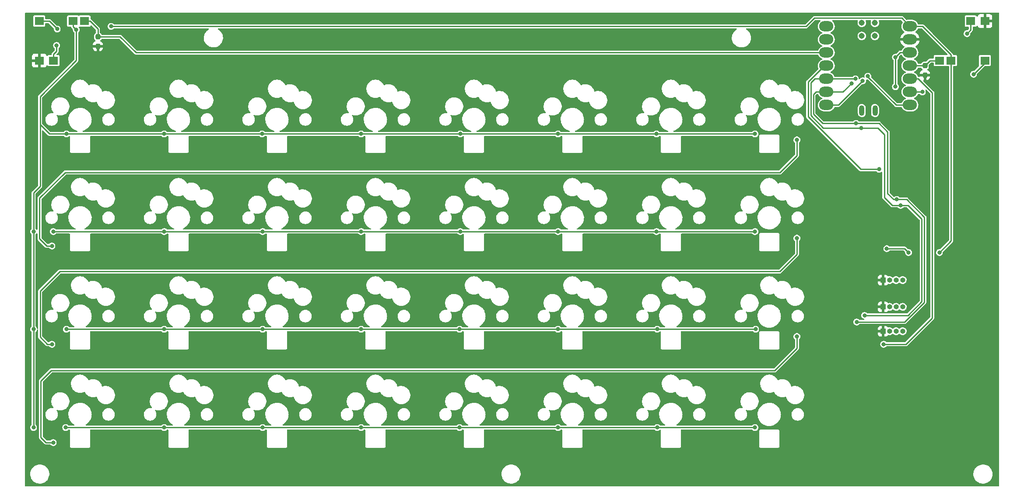
<source format=gtl>
%TF.GenerationSoftware,KiCad,Pcbnew,(6.0.8)*%
%TF.CreationDate,2023-01-16T16:58:48+01:00*%
%TF.ProjectId,The Macruwu 2.0,54686520-4d61-4637-9275-777520322e30,rev?*%
%TF.SameCoordinates,Original*%
%TF.FileFunction,Copper,L1,Top*%
%TF.FilePolarity,Positive*%
%FSLAX46Y46*%
G04 Gerber Fmt 4.6, Leading zero omitted, Abs format (unit mm)*
G04 Created by KiCad (PCBNEW (6.0.8)) date 2023-01-16 16:58:48*
%MOMM*%
%LPD*%
G01*
G04 APERTURE LIST*
G04 Aperture macros list*
%AMRoundRect*
0 Rectangle with rounded corners*
0 $1 Rounding radius*
0 $2 $3 $4 $5 $6 $7 $8 $9 X,Y pos of 4 corners*
0 Add a 4 corners polygon primitive as box body*
4,1,4,$2,$3,$4,$5,$6,$7,$8,$9,$2,$3,0*
0 Add four circle primitives for the rounded corners*
1,1,$1+$1,$2,$3*
1,1,$1+$1,$4,$5*
1,1,$1+$1,$6,$7*
1,1,$1+$1,$8,$9*
0 Add four rect primitives between the rounded corners*
20,1,$1+$1,$2,$3,$4,$5,0*
20,1,$1+$1,$4,$5,$6,$7,0*
20,1,$1+$1,$6,$7,$8,$9,0*
20,1,$1+$1,$8,$9,$2,$3,0*%
G04 Aperture macros list end*
%TA.AperFunction,SMDPad,CuDef*%
%ADD10O,2.748280X1.998980*%
%TD*%
%TA.AperFunction,SMDPad,CuDef*%
%ADD11O,1.016000X2.032000*%
%TD*%
%TA.AperFunction,SMDPad,CuDef*%
%ADD12C,1.143000*%
%TD*%
%TA.AperFunction,SMDPad,CuDef*%
%ADD13RoundRect,0.237500X0.237500X-0.250000X0.237500X0.250000X-0.237500X0.250000X-0.237500X-0.250000X0*%
%TD*%
%TA.AperFunction,SMDPad,CuDef*%
%ADD14R,1.800000X1.650000*%
%TD*%
%TA.AperFunction,ComponentPad*%
%ADD15R,1.000000X1.000000*%
%TD*%
%TA.AperFunction,ComponentPad*%
%ADD16O,1.000000X1.000000*%
%TD*%
%TA.AperFunction,ViaPad*%
%ADD17C,0.800000*%
%TD*%
%TA.AperFunction,Conductor*%
%ADD18C,0.250000*%
%TD*%
G04 APERTURE END LIST*
D10*
%TO.P,U33,1,PA02_A0_D0*%
%TO.N,unconnected-(U33-Pad1)*%
X214595710Y-34656490D03*
%TO.P,U33,2,PA4_A1_D1*%
%TO.N,unconnected-(U33-Pad2)*%
X214595710Y-37196490D03*
%TO.P,U33,3,PA10_A2_D2*%
%TO.N,~{Slave_IN_Trigger}*%
X214595710Y-39736490D03*
%TO.P,U33,4,PA11_A3_D3*%
%TO.N,Din_3V3*%
X214595710Y-42276490D03*
%TO.P,U33,5,PA8_A4_D4_SDA*%
%TO.N,SDA_0*%
X214595710Y-44816490D03*
%TO.P,U33,6,PA9_A5_D5_SCL*%
%TO.N,SCL_0*%
X214595710Y-47356490D03*
%TO.P,U33,7,PB08_A6_D6_TX*%
%TO.N,SDA_1*%
X214595710Y-49896490D03*
%TO.P,U33,8,PB09_A7_D7_RX*%
%TO.N,SCL_1*%
X230760270Y-49896490D03*
%TO.P,U33,9,PA7_A8_D8_SCK*%
%TO.N,INT_0*%
X230760270Y-47356490D03*
%TO.P,U33,10,PA5_A9_D9_MISO*%
%TO.N,INT_1*%
X230760270Y-44816490D03*
%TO.P,U33,11,PA6_A10_D10_MOSI*%
%TO.N,~{Master_IN_Trigger}*%
X230760270Y-42276490D03*
%TO.P,U33,12,3V3*%
%TO.N,+3V3*%
X230760270Y-39736490D03*
%TO.P,U33,13,GND*%
%TO.N,GND*%
X230760270Y-37196490D03*
%TO.P,U33,14,5V*%
%TO.N,+5V*%
X230760270Y-34656490D03*
D11*
%TO.P,U33,15,5V*%
%TO.N,unconnected-(U33-Pad15)*%
X221462590Y-50974310D03*
%TO.P,U33,16,GND*%
%TO.N,unconnected-(U33-Pad16)*%
X224012590Y-50974310D03*
D12*
%TO.P,U33,17,PA31_SWDIO*%
%TO.N,unconnected-(U33-Pad17)*%
X221461393Y-33970123D03*
%TO.P,U33,18,PA30_SWCLK*%
%TO.N,unconnected-(U33-Pad18)*%
X224001393Y-33970123D03*
%TO.P,U33,19,RESET*%
%TO.N,unconnected-(U33-Pad19)*%
X221461393Y-36510123D03*
%TO.P,U33,20,GND*%
%TO.N,unconnected-(U33-Pad20)*%
X224001393Y-36510123D03*
%TD*%
D13*
%TO.P,R3,1*%
%TO.N,GND*%
X73660000Y-38504500D03*
%TO.P,R3,2*%
%TO.N,~{Slave_IN_Trigger}*%
X73660000Y-36679500D03*
%TD*%
D14*
%TO.P,S1,1,SLEEVE*%
%TO.N,GND*%
X62320000Y-41290000D03*
%TO.P,S1,2,TIP*%
%TO.N,+5V*%
X68870000Y-33640000D03*
%TO.P,S1,3,RING1*%
%TO.N,SCL_0*%
X65070000Y-41290000D03*
%TO.P,S1,4,RING2*%
%TO.N,SDA_0*%
X62320000Y-33640000D03*
%TO.P,S1,10,TIP_SWITCH*%
%TO.N,~{Slave_IN_Trigger}*%
X71070000Y-33640000D03*
%TD*%
D15*
%TO.P,J2,1,Pin_1*%
%TO.N,GND*%
X225557000Y-89027000D03*
D16*
%TO.P,J2,2,Pin_2*%
%TO.N,+5V*%
X226827000Y-89027000D03*
%TO.P,J2,3,Pin_3*%
%TO.N,SCL_0_5V*%
X228097000Y-89027000D03*
%TO.P,J2,4,Pin_4*%
%TO.N,SDA_0_5V*%
X229367000Y-89027000D03*
%TD*%
D13*
%TO.P,R4,1*%
%TO.N,GND*%
X233680000Y-44092500D03*
%TO.P,R4,2*%
%TO.N,~{Master_IN_Trigger}*%
X233680000Y-42267500D03*
%TD*%
D15*
%TO.P,J3,1,Pin_1*%
%TO.N,GND*%
X225557000Y-93726000D03*
D16*
%TO.P,J3,2,Pin_2*%
%TO.N,+5V*%
X226827000Y-93726000D03*
%TO.P,J3,3,Pin_3*%
%TO.N,SCL_0_5V*%
X228097000Y-93726000D03*
%TO.P,J3,4,Pin_4*%
%TO.N,SDA_0_5V*%
X229367000Y-93726000D03*
%TD*%
D14*
%TO.P,S2,1,SLEEVE*%
%TO.N,GND*%
X245274000Y-33640000D03*
%TO.P,S2,2,TIP*%
%TO.N,+5V*%
X238724000Y-41290000D03*
%TO.P,S2,3,RING1*%
%TO.N,SCL_1*%
X242524000Y-33640000D03*
%TO.P,S2,4,RING2*%
%TO.N,SDA_1*%
X245274000Y-41290000D03*
%TO.P,S2,10,TIP_SWITCH*%
%TO.N,~{Master_IN_Trigger}*%
X236524000Y-41290000D03*
%TD*%
D15*
%TO.P,J1,1,Pin_1*%
%TO.N,GND*%
X225557000Y-83820000D03*
D16*
%TO.P,J1,2,Pin_2*%
%TO.N,+5V*%
X226827000Y-83820000D03*
%TO.P,J1,3,Pin_3*%
%TO.N,SCL_0_5V*%
X228097000Y-83820000D03*
%TO.P,J1,4,Pin_4*%
%TO.N,SDA_0_5V*%
X229367000Y-83820000D03*
%TD*%
D17*
%TO.N,GND*%
X228600000Y-36068000D03*
X235204000Y-33274000D03*
X233045000Y-36068000D03*
X237109000Y-43815000D03*
X228600000Y-38227000D03*
X227965000Y-37211000D03*
X233045000Y-38227000D03*
X247269000Y-33655000D03*
X240284000Y-43815000D03*
X233553000Y-37211000D03*
%TO.N,+3V3*%
X227965000Y-46355000D03*
X227965000Y-40640000D03*
%TO.N,INT_0*%
X233172000Y-47371000D03*
%TO.N,SCL_0*%
X220345000Y-53467000D03*
X219456000Y-45720000D03*
X65659000Y-38354000D03*
X228219000Y-68199000D03*
X220472000Y-91948000D03*
%TO.N,SDA_0*%
X221361000Y-54356000D03*
X65786000Y-35179000D03*
X228981000Y-69342000D03*
X220218000Y-44831000D03*
X221996000Y-90678000D03*
%TO.N,INT_1*%
X225679000Y-96266000D03*
%TO.N,Din_3V3*%
X224790000Y-62357000D03*
%TO.N,+5V*%
X162687000Y-93345000D03*
X67564000Y-93345000D03*
X124587000Y-112395000D03*
X105410000Y-55499000D03*
X181737000Y-55499000D03*
X162687000Y-112395000D03*
X86487000Y-55499000D03*
X181864000Y-112395000D03*
X124587000Y-74422000D03*
X86487000Y-112395000D03*
X200787000Y-112395000D03*
X105537000Y-74422000D03*
X124587000Y-93345000D03*
X124587000Y-55499000D03*
X65024000Y-74422000D03*
X61214000Y-74422000D03*
X86487000Y-74422000D03*
X200914000Y-93345000D03*
X143637000Y-112395000D03*
X162687000Y-55499000D03*
X200787000Y-74422000D03*
X143764000Y-74422000D03*
X76200000Y-34671000D03*
X230505000Y-78486000D03*
X143764000Y-55499000D03*
X86487000Y-93345000D03*
X181864000Y-93345000D03*
X105537000Y-112395000D03*
X226290500Y-77747500D03*
X105537000Y-93345000D03*
X67564000Y-55499000D03*
X61214000Y-93345000D03*
X200787000Y-55499000D03*
X143637000Y-93345000D03*
X69469000Y-35306000D03*
X61214000Y-112395000D03*
X181737000Y-74422000D03*
X236474000Y-78486000D03*
X162687000Y-74422000D03*
X67437000Y-112395000D03*
%TO.N,SCL_1*%
X241808000Y-36068000D03*
X222631000Y-44323000D03*
%TO.N,SDA_1*%
X243078000Y-43942000D03*
X221631497Y-45212000D03*
%TO.N,Net-(U8-Pad3)*%
X208902000Y-56655000D03*
X64770000Y-77216000D03*
%TO.N,Net-(U16-Pad3)*%
X64770000Y-96266000D03*
X208902000Y-75705000D03*
%TO.N,Net-(U24-Pad3)*%
X208902000Y-94755000D03*
X65024000Y-115316000D03*
%TD*%
D18*
%TO.N,+3V3*%
X230760270Y-39736490D02*
X228868510Y-39736490D01*
X228868510Y-39736490D02*
X227965000Y-40640000D01*
X227965000Y-40640000D02*
X227965000Y-46355000D01*
%TO.N,INT_0*%
X233172000Y-47371000D02*
X233157490Y-47356490D01*
X233157490Y-47356490D02*
X230760270Y-47356490D01*
%TO.N,SCL_0*%
X227584000Y-68199000D02*
X228219000Y-68199000D01*
X212090000Y-51689000D02*
X212090000Y-47879000D01*
X65070000Y-40086000D02*
X65070000Y-41290000D01*
X212612510Y-47356490D02*
X214595710Y-47356490D01*
X224790000Y-53467000D02*
X226441000Y-55118000D01*
X217819510Y-47356490D02*
X219456000Y-45720000D01*
X230124000Y-68199000D02*
X228219000Y-68199000D01*
X233553000Y-88139396D02*
X233553000Y-71628000D01*
X65659000Y-39497000D02*
X65070000Y-40086000D01*
X226441000Y-55118000D02*
X226441000Y-67056000D01*
X65659000Y-38354000D02*
X65659000Y-39497000D01*
X212090000Y-47879000D02*
X212612510Y-47356490D01*
X220345000Y-53467000D02*
X224790000Y-53467000D01*
X220345000Y-53467000D02*
X213868000Y-53467000D01*
X229744396Y-91948000D02*
X233553000Y-88139396D01*
X226441000Y-67056000D02*
X227584000Y-68199000D01*
X213868000Y-53467000D02*
X212090000Y-51689000D01*
X233553000Y-71628000D02*
X230124000Y-68199000D01*
X214595710Y-47356490D02*
X217819510Y-47356490D01*
X220472000Y-91948000D02*
X229744396Y-91948000D01*
%TO.N,SDA_0*%
X230378000Y-69342000D02*
X228981000Y-69342000D01*
X65786000Y-35179000D02*
X64247000Y-33640000D01*
X212358510Y-44816490D02*
X214595710Y-44816490D01*
X220218000Y-44831000D02*
X220203490Y-44816490D01*
X224536000Y-54356000D02*
X225806000Y-55626000D01*
X221361000Y-54356000D02*
X224536000Y-54356000D01*
X220203490Y-44816490D02*
X214595710Y-44816490D01*
X221361000Y-54356000D02*
X213995000Y-54356000D01*
X221996000Y-90678000D02*
X230378000Y-90678000D01*
X233045000Y-88011000D02*
X233045000Y-72009000D01*
X211582000Y-45593000D02*
X212358510Y-44816490D01*
X225806000Y-67818000D02*
X227330000Y-69342000D01*
X211582000Y-51943000D02*
X211582000Y-45593000D01*
X233045000Y-72009000D02*
X230378000Y-69342000D01*
X213995000Y-54356000D02*
X211582000Y-51943000D01*
X230378000Y-90678000D02*
X233045000Y-88011000D01*
X64247000Y-33640000D02*
X62320000Y-33640000D01*
X225806000Y-55626000D02*
X225806000Y-67818000D01*
X227330000Y-69342000D02*
X228981000Y-69342000D01*
%TO.N,INT_1*%
X230760270Y-44816490D02*
X232384410Y-44816490D01*
X235077000Y-47509080D02*
X235077000Y-91186000D01*
X229997000Y-96266000D02*
X225679000Y-96266000D01*
X232384410Y-44816490D02*
X235077000Y-47509080D01*
X235077000Y-91186000D02*
X229997000Y-96266000D01*
%TO.N,Din_3V3*%
X221234000Y-62357000D02*
X224790000Y-62357000D01*
X214221060Y-42276490D02*
X211074000Y-45423550D01*
X211074000Y-45423550D02*
X211074000Y-52197000D01*
X211074000Y-52197000D02*
X221234000Y-62357000D01*
X214595710Y-42276490D02*
X214221060Y-42276490D01*
%TO.N,+5V*%
X61214000Y-93345000D02*
X61214000Y-112395000D01*
X162687000Y-112395000D02*
X181864000Y-112395000D01*
X61214000Y-74422000D02*
X61214000Y-93345000D01*
X162687000Y-74422000D02*
X181737000Y-74422000D01*
X181864000Y-93345000D02*
X200914000Y-93345000D01*
X86487000Y-93345000D02*
X105537000Y-93345000D01*
X143637000Y-93345000D02*
X162687000Y-93345000D01*
X64262000Y-55499000D02*
X67564000Y-55499000D01*
X62484000Y-53721000D02*
X62484000Y-65659000D01*
X105537000Y-93345000D02*
X124587000Y-93345000D01*
X69469000Y-35306000D02*
X68870000Y-34707000D01*
X181737000Y-74422000D02*
X200787000Y-74422000D01*
X105537000Y-74422000D02*
X124587000Y-74422000D01*
X69469000Y-41275000D02*
X62484000Y-48260000D01*
X105410000Y-55499000D02*
X124587000Y-55499000D01*
X67564000Y-55499000D02*
X86487000Y-55499000D01*
X226314000Y-77724000D02*
X226290500Y-77747500D01*
X86487000Y-74422000D02*
X105537000Y-74422000D01*
X124587000Y-93345000D02*
X143637000Y-93345000D01*
X143764000Y-55499000D02*
X162687000Y-55499000D01*
X61214000Y-66929000D02*
X61214000Y-74422000D01*
X238724000Y-76236000D02*
X238724000Y-41290000D01*
X162687000Y-93345000D02*
X181864000Y-93345000D01*
X62484000Y-65659000D02*
X61214000Y-66929000D01*
X76200000Y-34671000D02*
X210693000Y-34671000D01*
X143637000Y-112395000D02*
X162687000Y-112395000D01*
X62484000Y-53721000D02*
X64262000Y-55499000D01*
X210693000Y-34671000D02*
X212290377Y-33073623D01*
X69469000Y-35306000D02*
X69469000Y-41275000D01*
X230505000Y-78486000D02*
X229743000Y-77724000D01*
X181737000Y-112395000D02*
X200787000Y-112395000D01*
X67564000Y-93345000D02*
X86487000Y-93345000D01*
X62484000Y-48260000D02*
X62484000Y-53721000D01*
X230760270Y-34656490D02*
X233193985Y-34656490D01*
X86487000Y-55499000D02*
X105410000Y-55499000D01*
X65024000Y-74422000D02*
X86487000Y-74422000D01*
X229177403Y-33073623D02*
X230760270Y-34656490D01*
X105537000Y-112395000D02*
X124587000Y-112395000D01*
X162687000Y-55499000D02*
X181737000Y-55499000D01*
X86487000Y-112395000D02*
X105537000Y-112395000D01*
X68870000Y-34707000D02*
X68870000Y-33640000D01*
X212290377Y-33073623D02*
X229177403Y-33073623D01*
X236474000Y-78486000D02*
X238724000Y-76236000D01*
X124587000Y-55499000D02*
X143764000Y-55499000D01*
X229743000Y-77724000D02*
X226314000Y-77724000D01*
X67437000Y-112395000D02*
X86487000Y-112395000D01*
X238724000Y-40186505D02*
X238724000Y-41290000D01*
X124587000Y-112395000D02*
X143637000Y-112395000D01*
X233193985Y-34656490D02*
X238724000Y-40186505D01*
X181737000Y-55499000D02*
X200787000Y-55499000D01*
X124587000Y-74422000D02*
X143764000Y-74422000D01*
X143764000Y-74422000D02*
X162687000Y-74422000D01*
%TO.N,~{Slave_IN_Trigger}*%
X73660000Y-35179000D02*
X72121000Y-33640000D01*
X81011490Y-39736490D02*
X77954500Y-36679500D01*
X77954500Y-36679500D02*
X73660000Y-36679500D01*
X72121000Y-33640000D02*
X71070000Y-33640000D01*
X73660000Y-36679500D02*
X73660000Y-35179000D01*
X214595710Y-39736490D02*
X81011490Y-39736490D01*
%TO.N,~{Master_IN_Trigger}*%
X230760270Y-42276490D02*
X233671010Y-42276490D01*
X234657500Y-41290000D02*
X236524000Y-41290000D01*
X233680000Y-42267500D02*
X234657500Y-41290000D01*
X233671010Y-42276490D02*
X233680000Y-42267500D01*
%TO.N,SCL_1*%
X228077490Y-49896490D02*
X230760270Y-49896490D01*
X241808000Y-36068000D02*
X242524000Y-35352000D01*
X222631000Y-44323000D02*
X222631000Y-44450000D01*
X242524000Y-35352000D02*
X242524000Y-33640000D01*
X222631000Y-44450000D02*
X228077490Y-49896490D01*
%TO.N,SDA_1*%
X245274000Y-41746000D02*
X245274000Y-41290000D01*
X243078000Y-43942000D02*
X245274000Y-41746000D01*
X216930510Y-49896490D02*
X214595710Y-49896490D01*
X221631497Y-45212000D02*
X221615000Y-45212000D01*
X221615000Y-45212000D02*
X216930510Y-49896490D01*
%TO.N,Net-(U8-Pad3)*%
X208902000Y-56655000D02*
X208915000Y-56668000D01*
X62357000Y-67945000D02*
X62357000Y-75819000D01*
X208915000Y-59690000D02*
X205613000Y-62992000D01*
X63754000Y-77216000D02*
X64770000Y-77216000D01*
X208915000Y-56668000D02*
X208915000Y-59690000D01*
X62357000Y-75819000D02*
X63754000Y-77216000D01*
X205613000Y-62992000D02*
X67310000Y-62992000D01*
X67310000Y-62992000D02*
X62357000Y-67945000D01*
%TO.N,Net-(U16-Pad3)*%
X62484000Y-85979000D02*
X62484000Y-94869000D01*
X205613000Y-82169000D02*
X66294000Y-82169000D01*
X208902000Y-75705000D02*
X208902000Y-78880000D01*
X208902000Y-78880000D02*
X205613000Y-82169000D01*
X62484000Y-94869000D02*
X63881000Y-96266000D01*
X63881000Y-96266000D02*
X64770000Y-96266000D01*
X66294000Y-82169000D02*
X62484000Y-85979000D01*
%TO.N,Net-(U24-Pad3)*%
X62611000Y-103378000D02*
X64643000Y-101346000D01*
X65024000Y-115316000D02*
X63627000Y-115316000D01*
X63627000Y-115316000D02*
X62611000Y-114300000D01*
X208902000Y-97041000D02*
X208902000Y-94755000D01*
X64643000Y-101346000D02*
X204597000Y-101346000D01*
X204597000Y-101346000D02*
X208902000Y-97041000D01*
X62611000Y-114300000D02*
X62611000Y-103378000D01*
%TD*%
%TA.AperFunction,Conductor*%
%TO.N,GND*%
G36*
X247972621Y-32024502D02*
G01*
X248019114Y-32078158D01*
X248030500Y-32130500D01*
X248030500Y-123698500D01*
X248010498Y-123766621D01*
X247956842Y-123813114D01*
X247904500Y-123824500D01*
X59689500Y-123824500D01*
X59621379Y-123804498D01*
X59574886Y-123750842D01*
X59563500Y-123698500D01*
X59563500Y-121353600D01*
X60549680Y-121353600D01*
X60551975Y-121412000D01*
X60559991Y-121616022D01*
X60607174Y-121874373D01*
X60690289Y-122123499D01*
X60692282Y-122127487D01*
X60769484Y-122281992D01*
X60807677Y-122358429D01*
X60956995Y-122574474D01*
X60960011Y-122577736D01*
X60960016Y-122577743D01*
X61132249Y-122764063D01*
X61132254Y-122764067D01*
X61135265Y-122767325D01*
X61338929Y-122933134D01*
X61342747Y-122935433D01*
X61342749Y-122935434D01*
X61494827Y-123026992D01*
X61563924Y-123068592D01*
X61676947Y-123116451D01*
X61801663Y-123169262D01*
X61801666Y-123169263D01*
X61805761Y-123170997D01*
X61810053Y-123172135D01*
X61810056Y-123172136D01*
X62055317Y-123237166D01*
X62055321Y-123237167D01*
X62059614Y-123238305D01*
X62064023Y-123238827D01*
X62064029Y-123238828D01*
X62234509Y-123259005D01*
X62320418Y-123269173D01*
X62582970Y-123262986D01*
X62663543Y-123249575D01*
X62837640Y-123220597D01*
X62837644Y-123220596D01*
X62842030Y-123219866D01*
X62846271Y-123218525D01*
X62846274Y-123218524D01*
X63088185Y-123142018D01*
X63088187Y-123142017D01*
X63092431Y-123140675D01*
X63096442Y-123138749D01*
X63096447Y-123138747D01*
X63325156Y-123028922D01*
X63325157Y-123028921D01*
X63329175Y-123026992D01*
X63438984Y-122953620D01*
X63543831Y-122883563D01*
X63543835Y-122883560D01*
X63547539Y-122881085D01*
X63550856Y-122878114D01*
X63550860Y-122878111D01*
X63739849Y-122708839D01*
X63739850Y-122708838D01*
X63743167Y-122705867D01*
X63912154Y-122504832D01*
X64051130Y-122281992D01*
X64157320Y-122041794D01*
X64228607Y-121789030D01*
X64251845Y-121616022D01*
X64263141Y-121531924D01*
X64263142Y-121531916D01*
X64263568Y-121528742D01*
X64267237Y-121412000D01*
X64263102Y-121353600D01*
X151735680Y-121353600D01*
X151737975Y-121412000D01*
X151745991Y-121616022D01*
X151793174Y-121874373D01*
X151876289Y-122123499D01*
X151878282Y-122127487D01*
X151955484Y-122281992D01*
X151993677Y-122358429D01*
X152142995Y-122574474D01*
X152146011Y-122577736D01*
X152146016Y-122577743D01*
X152318249Y-122764063D01*
X152318254Y-122764067D01*
X152321265Y-122767325D01*
X152524929Y-122933134D01*
X152528747Y-122935433D01*
X152528749Y-122935434D01*
X152680827Y-123026992D01*
X152749924Y-123068592D01*
X152862947Y-123116451D01*
X152987663Y-123169262D01*
X152987666Y-123169263D01*
X152991761Y-123170997D01*
X152996053Y-123172135D01*
X152996056Y-123172136D01*
X153241317Y-123237166D01*
X153241321Y-123237167D01*
X153245614Y-123238305D01*
X153250023Y-123238827D01*
X153250029Y-123238828D01*
X153420509Y-123259005D01*
X153506418Y-123269173D01*
X153768970Y-123262986D01*
X153849543Y-123249575D01*
X154023640Y-123220597D01*
X154023644Y-123220596D01*
X154028030Y-123219866D01*
X154032271Y-123218525D01*
X154032274Y-123218524D01*
X154274185Y-123142018D01*
X154274187Y-123142017D01*
X154278431Y-123140675D01*
X154282442Y-123138749D01*
X154282447Y-123138747D01*
X154511156Y-123028922D01*
X154511157Y-123028921D01*
X154515175Y-123026992D01*
X154624984Y-122953620D01*
X154729831Y-122883563D01*
X154729835Y-122883560D01*
X154733539Y-122881085D01*
X154736856Y-122878114D01*
X154736860Y-122878111D01*
X154925849Y-122708839D01*
X154925850Y-122708838D01*
X154929167Y-122705867D01*
X155098154Y-122504832D01*
X155237130Y-122281992D01*
X155343320Y-122041794D01*
X155414607Y-121789030D01*
X155437845Y-121616022D01*
X155449141Y-121531924D01*
X155449142Y-121531916D01*
X155449568Y-121528742D01*
X155453237Y-121412000D01*
X155449102Y-121353600D01*
X243048680Y-121353600D01*
X243050975Y-121412000D01*
X243058991Y-121616022D01*
X243106174Y-121874373D01*
X243189289Y-122123499D01*
X243191282Y-122127487D01*
X243268484Y-122281992D01*
X243306677Y-122358429D01*
X243455995Y-122574474D01*
X243459011Y-122577736D01*
X243459016Y-122577743D01*
X243631249Y-122764063D01*
X243631254Y-122764067D01*
X243634265Y-122767325D01*
X243837929Y-122933134D01*
X243841747Y-122935433D01*
X243841749Y-122935434D01*
X243993827Y-123026992D01*
X244062924Y-123068592D01*
X244175947Y-123116451D01*
X244300663Y-123169262D01*
X244300666Y-123169263D01*
X244304761Y-123170997D01*
X244309053Y-123172135D01*
X244309056Y-123172136D01*
X244554317Y-123237166D01*
X244554321Y-123237167D01*
X244558614Y-123238305D01*
X244563023Y-123238827D01*
X244563029Y-123238828D01*
X244733509Y-123259005D01*
X244819418Y-123269173D01*
X245081970Y-123262986D01*
X245162543Y-123249575D01*
X245336640Y-123220597D01*
X245336644Y-123220596D01*
X245341030Y-123219866D01*
X245345271Y-123218525D01*
X245345274Y-123218524D01*
X245587185Y-123142018D01*
X245587187Y-123142017D01*
X245591431Y-123140675D01*
X245595442Y-123138749D01*
X245595447Y-123138747D01*
X245824156Y-123028922D01*
X245824157Y-123028921D01*
X245828175Y-123026992D01*
X245937984Y-122953620D01*
X246042831Y-122883563D01*
X246042835Y-122883560D01*
X246046539Y-122881085D01*
X246049856Y-122878114D01*
X246049860Y-122878111D01*
X246238849Y-122708839D01*
X246238850Y-122708838D01*
X246242167Y-122705867D01*
X246411154Y-122504832D01*
X246550130Y-122281992D01*
X246656320Y-122041794D01*
X246727607Y-121789030D01*
X246750845Y-121616022D01*
X246762141Y-121531924D01*
X246762142Y-121531916D01*
X246762568Y-121528742D01*
X246766237Y-121412000D01*
X246747689Y-121150031D01*
X246734339Y-121088020D01*
X246693350Y-120897636D01*
X246693350Y-120897634D01*
X246692414Y-120893289D01*
X246601515Y-120646897D01*
X246476806Y-120415771D01*
X246320775Y-120204522D01*
X246274622Y-120157638D01*
X246139666Y-120020547D01*
X246136535Y-120017366D01*
X245927764Y-119858036D01*
X245698625Y-119729712D01*
X245694466Y-119728103D01*
X245457846Y-119636561D01*
X245457840Y-119636559D01*
X245453691Y-119634954D01*
X245449359Y-119633950D01*
X245449356Y-119633949D01*
X245344747Y-119609702D01*
X245197849Y-119575653D01*
X244936204Y-119552992D01*
X244931769Y-119553236D01*
X244931765Y-119553236D01*
X244678419Y-119567179D01*
X244678412Y-119567180D01*
X244673976Y-119567424D01*
X244416397Y-119618659D01*
X244168608Y-119705677D01*
X244164657Y-119707730D01*
X244164651Y-119707732D01*
X243939501Y-119824688D01*
X243935551Y-119826740D01*
X243931936Y-119829323D01*
X243931930Y-119829327D01*
X243887975Y-119860738D01*
X243721878Y-119979433D01*
X243531851Y-120160710D01*
X243529095Y-120164206D01*
X243529094Y-120164207D01*
X243464012Y-120246763D01*
X243369261Y-120366954D01*
X243309898Y-120469156D01*
X243239588Y-120590202D01*
X243239585Y-120590208D01*
X243237354Y-120594049D01*
X243235684Y-120598172D01*
X243214257Y-120651074D01*
X243138761Y-120837464D01*
X243137690Y-120841777D01*
X243137688Y-120841782D01*
X243124894Y-120893289D01*
X243075448Y-121092343D01*
X243048680Y-121353600D01*
X155449102Y-121353600D01*
X155434689Y-121150031D01*
X155421339Y-121088020D01*
X155380350Y-120897636D01*
X155380350Y-120897634D01*
X155379414Y-120893289D01*
X155288515Y-120646897D01*
X155163806Y-120415771D01*
X155007775Y-120204522D01*
X154961622Y-120157638D01*
X154826666Y-120020547D01*
X154823535Y-120017366D01*
X154614764Y-119858036D01*
X154385625Y-119729712D01*
X154381466Y-119728103D01*
X154144846Y-119636561D01*
X154144840Y-119636559D01*
X154140691Y-119634954D01*
X154136359Y-119633950D01*
X154136356Y-119633949D01*
X154031747Y-119609702D01*
X153884849Y-119575653D01*
X153623204Y-119552992D01*
X153618769Y-119553236D01*
X153618765Y-119553236D01*
X153365419Y-119567179D01*
X153365412Y-119567180D01*
X153360976Y-119567424D01*
X153103397Y-119618659D01*
X152855608Y-119705677D01*
X152851657Y-119707730D01*
X152851651Y-119707732D01*
X152626501Y-119824688D01*
X152622551Y-119826740D01*
X152618936Y-119829323D01*
X152618930Y-119829327D01*
X152574975Y-119860738D01*
X152408878Y-119979433D01*
X152218851Y-120160710D01*
X152216095Y-120164206D01*
X152216094Y-120164207D01*
X152151012Y-120246763D01*
X152056261Y-120366954D01*
X151996898Y-120469156D01*
X151926588Y-120590202D01*
X151926585Y-120590208D01*
X151924354Y-120594049D01*
X151922684Y-120598172D01*
X151901257Y-120651074D01*
X151825761Y-120837464D01*
X151824690Y-120841777D01*
X151824688Y-120841782D01*
X151811894Y-120893289D01*
X151762448Y-121092343D01*
X151735680Y-121353600D01*
X64263102Y-121353600D01*
X64248689Y-121150031D01*
X64235339Y-121088020D01*
X64194350Y-120897636D01*
X64194350Y-120897634D01*
X64193414Y-120893289D01*
X64102515Y-120646897D01*
X63977806Y-120415771D01*
X63821775Y-120204522D01*
X63775622Y-120157638D01*
X63640666Y-120020547D01*
X63637535Y-120017366D01*
X63428764Y-119858036D01*
X63199625Y-119729712D01*
X63195466Y-119728103D01*
X62958846Y-119636561D01*
X62958840Y-119636559D01*
X62954691Y-119634954D01*
X62950359Y-119633950D01*
X62950356Y-119633949D01*
X62845747Y-119609702D01*
X62698849Y-119575653D01*
X62437204Y-119552992D01*
X62432769Y-119553236D01*
X62432765Y-119553236D01*
X62179419Y-119567179D01*
X62179412Y-119567180D01*
X62174976Y-119567424D01*
X61917397Y-119618659D01*
X61669608Y-119705677D01*
X61665657Y-119707730D01*
X61665651Y-119707732D01*
X61440501Y-119824688D01*
X61436551Y-119826740D01*
X61432936Y-119829323D01*
X61432930Y-119829327D01*
X61388975Y-119860738D01*
X61222878Y-119979433D01*
X61032851Y-120160710D01*
X61030095Y-120164206D01*
X61030094Y-120164207D01*
X60965012Y-120246763D01*
X60870261Y-120366954D01*
X60810898Y-120469156D01*
X60740588Y-120590202D01*
X60740585Y-120590208D01*
X60738354Y-120594049D01*
X60736684Y-120598172D01*
X60715257Y-120651074D01*
X60639761Y-120837464D01*
X60638690Y-120841777D01*
X60638688Y-120841782D01*
X60625894Y-120893289D01*
X60576448Y-121092343D01*
X60549680Y-121353600D01*
X59563500Y-121353600D01*
X59563500Y-114281876D01*
X62226680Y-114281876D01*
X62227904Y-114292217D01*
X62230627Y-114315223D01*
X62230977Y-114321154D01*
X62231072Y-114321146D01*
X62231500Y-114326324D01*
X62231500Y-114331524D01*
X62232354Y-114336653D01*
X62232354Y-114336656D01*
X62234669Y-114350565D01*
X62235506Y-114356443D01*
X62241530Y-114407341D01*
X62245493Y-114415593D01*
X62246996Y-114424626D01*
X62251943Y-114433795D01*
X62251944Y-114433797D01*
X62271334Y-114469732D01*
X62274031Y-114475025D01*
X62292785Y-114514082D01*
X62292788Y-114514086D01*
X62296219Y-114521232D01*
X62299814Y-114525508D01*
X62301737Y-114527431D01*
X62303509Y-114529363D01*
X62303552Y-114529442D01*
X62303428Y-114529555D01*
X62303904Y-114530095D01*
X62306990Y-114535814D01*
X62314635Y-114542881D01*
X62346586Y-114572416D01*
X62350152Y-114575846D01*
X63320522Y-115546216D01*
X63335664Y-115564964D01*
X63336779Y-115566189D01*
X63342429Y-115574940D01*
X63350607Y-115581387D01*
X63350609Y-115581389D01*
X63368800Y-115595729D01*
X63373241Y-115599675D01*
X63373303Y-115599602D01*
X63377267Y-115602961D01*
X63380944Y-115606638D01*
X63396692Y-115617892D01*
X63401362Y-115621398D01*
X63441647Y-115653156D01*
X63450281Y-115656188D01*
X63457734Y-115661514D01*
X63506850Y-115676203D01*
X63512492Y-115678036D01*
X63553367Y-115692390D01*
X63560851Y-115695018D01*
X63566416Y-115695500D01*
X63569124Y-115695500D01*
X63571758Y-115695614D01*
X63571856Y-115695643D01*
X63571849Y-115695807D01*
X63572553Y-115695851D01*
X63578778Y-115697713D01*
X63632635Y-115695597D01*
X63637582Y-115695500D01*
X64424141Y-115695500D01*
X64492262Y-115715502D01*
X64519522Y-115739169D01*
X64520672Y-115740501D01*
X64524908Y-115746805D01*
X64642076Y-115853419D01*
X64781293Y-115929008D01*
X64934522Y-115969207D01*
X65018477Y-115970526D01*
X65085319Y-115971576D01*
X65085322Y-115971576D01*
X65092916Y-115971695D01*
X65247332Y-115936329D01*
X65317742Y-115900917D01*
X65382072Y-115868563D01*
X65382075Y-115868561D01*
X65388855Y-115865151D01*
X65394626Y-115860222D01*
X65394629Y-115860220D01*
X65503536Y-115767204D01*
X65503536Y-115767203D01*
X65509314Y-115762269D01*
X65601755Y-115633624D01*
X65660842Y-115486641D01*
X65683162Y-115329807D01*
X65683307Y-115316000D01*
X65664276Y-115158733D01*
X65608280Y-115010546D01*
X65557390Y-114936500D01*
X65522855Y-114886251D01*
X65522854Y-114886249D01*
X65518553Y-114879992D01*
X65400275Y-114774611D01*
X65392889Y-114770700D01*
X65266988Y-114704039D01*
X65266989Y-114704039D01*
X65260274Y-114700484D01*
X65106633Y-114661892D01*
X65099034Y-114661852D01*
X65099033Y-114661852D01*
X65033181Y-114661507D01*
X64948221Y-114661062D01*
X64940841Y-114662834D01*
X64940839Y-114662834D01*
X64801563Y-114696271D01*
X64801560Y-114696272D01*
X64794184Y-114698043D01*
X64653414Y-114770700D01*
X64534039Y-114874838D01*
X64529672Y-114881051D01*
X64529667Y-114881057D01*
X64528336Y-114882951D01*
X64527013Y-114884005D01*
X64524589Y-114886697D01*
X64524140Y-114886293D01*
X64472802Y-114927183D01*
X64425250Y-114936500D01*
X63836384Y-114936500D01*
X63768263Y-114916498D01*
X63747289Y-114899595D01*
X63027405Y-114179711D01*
X62993379Y-114117399D01*
X62990500Y-114090616D01*
X62990500Y-112388096D01*
X66777729Y-112388096D01*
X66795113Y-112545553D01*
X66849553Y-112694319D01*
X66853789Y-112700622D01*
X66853789Y-112700623D01*
X66906063Y-112778414D01*
X66937908Y-112825805D01*
X66943525Y-112830916D01*
X66943528Y-112830919D01*
X66988144Y-112871516D01*
X67055076Y-112932419D01*
X67194293Y-113008008D01*
X67347522Y-113048207D01*
X67431477Y-113049526D01*
X67498319Y-113050576D01*
X67498322Y-113050576D01*
X67505916Y-113050695D01*
X67660332Y-113015329D01*
X67754697Y-112967869D01*
X67795072Y-112947563D01*
X67795075Y-112947561D01*
X67801855Y-112944151D01*
X67807626Y-112939222D01*
X67807629Y-112939220D01*
X67916542Y-112846199D01*
X67916543Y-112846198D01*
X67922314Y-112841269D01*
X67932586Y-112826974D01*
X67988581Y-112783326D01*
X68034909Y-112774500D01*
X68155369Y-112774500D01*
X68223490Y-112794502D01*
X68269983Y-112848158D01*
X68280087Y-112918432D01*
X68272368Y-112946567D01*
X68266266Y-112955699D01*
X68246514Y-113055000D01*
X68248935Y-113067170D01*
X68249079Y-113067894D01*
X68251500Y-113092476D01*
X68251500Y-116017524D01*
X68249079Y-116042103D01*
X68246514Y-116055000D01*
X68251500Y-116080067D01*
X68266266Y-116154301D01*
X68322516Y-116238484D01*
X68406699Y-116294734D01*
X68506000Y-116314486D01*
X68518897Y-116311921D01*
X68543476Y-116309500D01*
X71868524Y-116309500D01*
X71893103Y-116311921D01*
X71906000Y-116314486D01*
X72005301Y-116294734D01*
X72089484Y-116238484D01*
X72145734Y-116154301D01*
X72160500Y-116080067D01*
X72165486Y-116055000D01*
X72162921Y-116042103D01*
X72160500Y-116017524D01*
X72160500Y-113092476D01*
X72162921Y-113067894D01*
X72163065Y-113067170D01*
X72165486Y-113055000D01*
X72145734Y-112955699D01*
X72140060Y-112947207D01*
X72132633Y-112878127D01*
X72164413Y-112814640D01*
X72225472Y-112778414D01*
X72256631Y-112774500D01*
X85887141Y-112774500D01*
X85955262Y-112794502D01*
X85982522Y-112818169D01*
X85983671Y-112819500D01*
X85987908Y-112825805D01*
X86105076Y-112932419D01*
X86244293Y-113008008D01*
X86397522Y-113048207D01*
X86481477Y-113049526D01*
X86548319Y-113050576D01*
X86548322Y-113050576D01*
X86555916Y-113050695D01*
X86710332Y-113015329D01*
X86804697Y-112967869D01*
X86845072Y-112947563D01*
X86845075Y-112947561D01*
X86851855Y-112944151D01*
X86857626Y-112939222D01*
X86857629Y-112939220D01*
X86966542Y-112846199D01*
X86966543Y-112846198D01*
X86972314Y-112841269D01*
X86982586Y-112826974D01*
X87038581Y-112783326D01*
X87084909Y-112774500D01*
X87205369Y-112774500D01*
X87273490Y-112794502D01*
X87319983Y-112848158D01*
X87330087Y-112918432D01*
X87322368Y-112946567D01*
X87316266Y-112955699D01*
X87296514Y-113055000D01*
X87298935Y-113067170D01*
X87299079Y-113067894D01*
X87301500Y-113092476D01*
X87301500Y-116017524D01*
X87299079Y-116042103D01*
X87296514Y-116055000D01*
X87301500Y-116080067D01*
X87316266Y-116154301D01*
X87372516Y-116238484D01*
X87456699Y-116294734D01*
X87556000Y-116314486D01*
X87568897Y-116311921D01*
X87593476Y-116309500D01*
X90918524Y-116309500D01*
X90943103Y-116311921D01*
X90956000Y-116314486D01*
X91055301Y-116294734D01*
X91139484Y-116238484D01*
X91195734Y-116154301D01*
X91210500Y-116080067D01*
X91215486Y-116055000D01*
X91212921Y-116042103D01*
X91210500Y-116017524D01*
X91210500Y-113092476D01*
X91212921Y-113067894D01*
X91213065Y-113067170D01*
X91215486Y-113055000D01*
X91195734Y-112955699D01*
X91190060Y-112947207D01*
X91182633Y-112878127D01*
X91214413Y-112814640D01*
X91275472Y-112778414D01*
X91306631Y-112774500D01*
X104937141Y-112774500D01*
X105005262Y-112794502D01*
X105032522Y-112818169D01*
X105033671Y-112819500D01*
X105037908Y-112825805D01*
X105155076Y-112932419D01*
X105294293Y-113008008D01*
X105447522Y-113048207D01*
X105531477Y-113049526D01*
X105598319Y-113050576D01*
X105598322Y-113050576D01*
X105605916Y-113050695D01*
X105760332Y-113015329D01*
X105854697Y-112967869D01*
X105895072Y-112947563D01*
X105895075Y-112947561D01*
X105901855Y-112944151D01*
X105907626Y-112939222D01*
X105907629Y-112939220D01*
X106016542Y-112846199D01*
X106016543Y-112846198D01*
X106022314Y-112841269D01*
X106032586Y-112826974D01*
X106088581Y-112783326D01*
X106134909Y-112774500D01*
X106255369Y-112774500D01*
X106323490Y-112794502D01*
X106369983Y-112848158D01*
X106380087Y-112918432D01*
X106372368Y-112946567D01*
X106366266Y-112955699D01*
X106346514Y-113055000D01*
X106348935Y-113067170D01*
X106349079Y-113067894D01*
X106351500Y-113092476D01*
X106351500Y-116017524D01*
X106349079Y-116042103D01*
X106346514Y-116055000D01*
X106351500Y-116080067D01*
X106366266Y-116154301D01*
X106422516Y-116238484D01*
X106506699Y-116294734D01*
X106606000Y-116314486D01*
X106618897Y-116311921D01*
X106643476Y-116309500D01*
X109968524Y-116309500D01*
X109993103Y-116311921D01*
X110006000Y-116314486D01*
X110105301Y-116294734D01*
X110189484Y-116238484D01*
X110245734Y-116154301D01*
X110260500Y-116080067D01*
X110265486Y-116055000D01*
X110262921Y-116042103D01*
X110260500Y-116017524D01*
X110260500Y-113092476D01*
X110262921Y-113067894D01*
X110263065Y-113067170D01*
X110265486Y-113055000D01*
X110245734Y-112955699D01*
X110240060Y-112947207D01*
X110232633Y-112878127D01*
X110264413Y-112814640D01*
X110325472Y-112778414D01*
X110356631Y-112774500D01*
X123987141Y-112774500D01*
X124055262Y-112794502D01*
X124082522Y-112818169D01*
X124083671Y-112819500D01*
X124087908Y-112825805D01*
X124205076Y-112932419D01*
X124344293Y-113008008D01*
X124497522Y-113048207D01*
X124581477Y-113049526D01*
X124648319Y-113050576D01*
X124648322Y-113050576D01*
X124655916Y-113050695D01*
X124810332Y-113015329D01*
X124904697Y-112967869D01*
X124945072Y-112947563D01*
X124945075Y-112947561D01*
X124951855Y-112944151D01*
X124957626Y-112939222D01*
X124957629Y-112939220D01*
X125066542Y-112846199D01*
X125066543Y-112846198D01*
X125072314Y-112841269D01*
X125082586Y-112826974D01*
X125138581Y-112783326D01*
X125184909Y-112774500D01*
X125305369Y-112774500D01*
X125373490Y-112794502D01*
X125419983Y-112848158D01*
X125430087Y-112918432D01*
X125422368Y-112946567D01*
X125416266Y-112955699D01*
X125396514Y-113055000D01*
X125398935Y-113067170D01*
X125399079Y-113067894D01*
X125401500Y-113092476D01*
X125401500Y-116017524D01*
X125399079Y-116042103D01*
X125396514Y-116055000D01*
X125401500Y-116080067D01*
X125416266Y-116154301D01*
X125472516Y-116238484D01*
X125556699Y-116294734D01*
X125656000Y-116314486D01*
X125668897Y-116311921D01*
X125693476Y-116309500D01*
X129018524Y-116309500D01*
X129043103Y-116311921D01*
X129056000Y-116314486D01*
X129155301Y-116294734D01*
X129239484Y-116238484D01*
X129295734Y-116154301D01*
X129310500Y-116080067D01*
X129315486Y-116055000D01*
X129312921Y-116042103D01*
X129310500Y-116017524D01*
X129310500Y-113092476D01*
X129312921Y-113067894D01*
X129313065Y-113067170D01*
X129315486Y-113055000D01*
X129295734Y-112955699D01*
X129290060Y-112947207D01*
X129282633Y-112878127D01*
X129314413Y-112814640D01*
X129375472Y-112778414D01*
X129406631Y-112774500D01*
X143037141Y-112774500D01*
X143105262Y-112794502D01*
X143132522Y-112818169D01*
X143133671Y-112819500D01*
X143137908Y-112825805D01*
X143255076Y-112932419D01*
X143394293Y-113008008D01*
X143547522Y-113048207D01*
X143631477Y-113049526D01*
X143698319Y-113050576D01*
X143698322Y-113050576D01*
X143705916Y-113050695D01*
X143860332Y-113015329D01*
X143954697Y-112967869D01*
X143995072Y-112947563D01*
X143995075Y-112947561D01*
X144001855Y-112944151D01*
X144007626Y-112939222D01*
X144007629Y-112939220D01*
X144116542Y-112846199D01*
X144116543Y-112846198D01*
X144122314Y-112841269D01*
X144132586Y-112826974D01*
X144188581Y-112783326D01*
X144234909Y-112774500D01*
X144355369Y-112774500D01*
X144423490Y-112794502D01*
X144469983Y-112848158D01*
X144480087Y-112918432D01*
X144472368Y-112946567D01*
X144466266Y-112955699D01*
X144446514Y-113055000D01*
X144448935Y-113067170D01*
X144449079Y-113067894D01*
X144451500Y-113092476D01*
X144451500Y-116017524D01*
X144449079Y-116042103D01*
X144446514Y-116055000D01*
X144451500Y-116080067D01*
X144466266Y-116154301D01*
X144522516Y-116238484D01*
X144606699Y-116294734D01*
X144706000Y-116314486D01*
X144718897Y-116311921D01*
X144743476Y-116309500D01*
X148068524Y-116309500D01*
X148093103Y-116311921D01*
X148106000Y-116314486D01*
X148205301Y-116294734D01*
X148289484Y-116238484D01*
X148345734Y-116154301D01*
X148360500Y-116080067D01*
X148365486Y-116055000D01*
X148362921Y-116042103D01*
X148360500Y-116017524D01*
X148360500Y-113092476D01*
X148362921Y-113067894D01*
X148363065Y-113067170D01*
X148365486Y-113055000D01*
X148345734Y-112955699D01*
X148340060Y-112947207D01*
X148332633Y-112878127D01*
X148364413Y-112814640D01*
X148425472Y-112778414D01*
X148456631Y-112774500D01*
X162087141Y-112774500D01*
X162155262Y-112794502D01*
X162182522Y-112818169D01*
X162183671Y-112819500D01*
X162187908Y-112825805D01*
X162305076Y-112932419D01*
X162444293Y-113008008D01*
X162597522Y-113048207D01*
X162681477Y-113049526D01*
X162748319Y-113050576D01*
X162748322Y-113050576D01*
X162755916Y-113050695D01*
X162910332Y-113015329D01*
X163004697Y-112967869D01*
X163045072Y-112947563D01*
X163045075Y-112947561D01*
X163051855Y-112944151D01*
X163057626Y-112939222D01*
X163057629Y-112939220D01*
X163166542Y-112846199D01*
X163166543Y-112846198D01*
X163172314Y-112841269D01*
X163182586Y-112826974D01*
X163238581Y-112783326D01*
X163284909Y-112774500D01*
X163405369Y-112774500D01*
X163473490Y-112794502D01*
X163519983Y-112848158D01*
X163530087Y-112918432D01*
X163522368Y-112946567D01*
X163516266Y-112955699D01*
X163496514Y-113055000D01*
X163498935Y-113067170D01*
X163499079Y-113067894D01*
X163501500Y-113092476D01*
X163501500Y-116017524D01*
X163499079Y-116042103D01*
X163496514Y-116055000D01*
X163501500Y-116080067D01*
X163516266Y-116154301D01*
X163572516Y-116238484D01*
X163656699Y-116294734D01*
X163756000Y-116314486D01*
X163768897Y-116311921D01*
X163793476Y-116309500D01*
X167118524Y-116309500D01*
X167143103Y-116311921D01*
X167156000Y-116314486D01*
X167255301Y-116294734D01*
X167339484Y-116238484D01*
X167395734Y-116154301D01*
X167410500Y-116080067D01*
X167415486Y-116055000D01*
X167412921Y-116042103D01*
X167410500Y-116017524D01*
X167410500Y-113092476D01*
X167412921Y-113067894D01*
X167413065Y-113067170D01*
X167415486Y-113055000D01*
X167395734Y-112955699D01*
X167390060Y-112947207D01*
X167382633Y-112878127D01*
X167414413Y-112814640D01*
X167475472Y-112778414D01*
X167506631Y-112774500D01*
X181264141Y-112774500D01*
X181332262Y-112794502D01*
X181359522Y-112818169D01*
X181360671Y-112819500D01*
X181364908Y-112825805D01*
X181482076Y-112932419D01*
X181621293Y-113008008D01*
X181774522Y-113048207D01*
X181858477Y-113049526D01*
X181925319Y-113050576D01*
X181925322Y-113050576D01*
X181932916Y-113050695D01*
X182087332Y-113015329D01*
X182181697Y-112967869D01*
X182222072Y-112947563D01*
X182222075Y-112947561D01*
X182228855Y-112944151D01*
X182234626Y-112939222D01*
X182234629Y-112939220D01*
X182343537Y-112846203D01*
X182349314Y-112841269D01*
X182353749Y-112835097D01*
X182354904Y-112833841D01*
X182415736Y-112797236D01*
X182486702Y-112799329D01*
X182545270Y-112839458D01*
X182572846Y-112904880D01*
X182565716Y-112955590D01*
X182566266Y-112955699D01*
X182546514Y-113055000D01*
X182548935Y-113067170D01*
X182549079Y-113067894D01*
X182551500Y-113092476D01*
X182551500Y-116017524D01*
X182549079Y-116042103D01*
X182546514Y-116055000D01*
X182551500Y-116080067D01*
X182566266Y-116154301D01*
X182622516Y-116238484D01*
X182706699Y-116294734D01*
X182806000Y-116314486D01*
X182818897Y-116311921D01*
X182843476Y-116309500D01*
X186168524Y-116309500D01*
X186193103Y-116311921D01*
X186206000Y-116314486D01*
X186305301Y-116294734D01*
X186389484Y-116238484D01*
X186445734Y-116154301D01*
X186460500Y-116080067D01*
X186465486Y-116055000D01*
X201596514Y-116055000D01*
X201601500Y-116080067D01*
X201616266Y-116154301D01*
X201672516Y-116238484D01*
X201756699Y-116294734D01*
X201856000Y-116314486D01*
X201868897Y-116311921D01*
X201893476Y-116309500D01*
X205218524Y-116309500D01*
X205243103Y-116311921D01*
X205256000Y-116314486D01*
X205355301Y-116294734D01*
X205439484Y-116238484D01*
X205495734Y-116154301D01*
X205510500Y-116080067D01*
X205515486Y-116055000D01*
X205512921Y-116042103D01*
X205510500Y-116017524D01*
X205510500Y-113092476D01*
X205512921Y-113067894D01*
X205513065Y-113067170D01*
X205515486Y-113055000D01*
X205495734Y-112955699D01*
X205439484Y-112871516D01*
X205355301Y-112815266D01*
X205281067Y-112800500D01*
X205275180Y-112799329D01*
X205268172Y-112797935D01*
X205256000Y-112795514D01*
X205243103Y-112798079D01*
X205218524Y-112800500D01*
X201893476Y-112800500D01*
X201868897Y-112798079D01*
X201856000Y-112795514D01*
X201843828Y-112797935D01*
X201836820Y-112799329D01*
X201830933Y-112800500D01*
X201756699Y-112815266D01*
X201672516Y-112871516D01*
X201616266Y-112955699D01*
X201596514Y-113055000D01*
X201598935Y-113067170D01*
X201599079Y-113067894D01*
X201601500Y-113092476D01*
X201601500Y-116017524D01*
X201599079Y-116042103D01*
X201596514Y-116055000D01*
X186465486Y-116055000D01*
X186462921Y-116042103D01*
X186460500Y-116017524D01*
X186460500Y-113092476D01*
X186462921Y-113067894D01*
X186463065Y-113067170D01*
X186465486Y-113055000D01*
X186445734Y-112955699D01*
X186440060Y-112947207D01*
X186432633Y-112878127D01*
X186464413Y-112814640D01*
X186525472Y-112778414D01*
X186556631Y-112774500D01*
X200187141Y-112774500D01*
X200255262Y-112794502D01*
X200282522Y-112818169D01*
X200283671Y-112819500D01*
X200287908Y-112825805D01*
X200405076Y-112932419D01*
X200544293Y-113008008D01*
X200697522Y-113048207D01*
X200781477Y-113049526D01*
X200848319Y-113050576D01*
X200848322Y-113050576D01*
X200855916Y-113050695D01*
X201010332Y-113015329D01*
X201104697Y-112967869D01*
X201145072Y-112947563D01*
X201145075Y-112947561D01*
X201151855Y-112944151D01*
X201157626Y-112939222D01*
X201157629Y-112939220D01*
X201266536Y-112846204D01*
X201266536Y-112846203D01*
X201272314Y-112841269D01*
X201364755Y-112712624D01*
X201423842Y-112565641D01*
X201446162Y-112408807D01*
X201446307Y-112395000D01*
X201427276Y-112237733D01*
X201371280Y-112089546D01*
X201320390Y-112015500D01*
X201285855Y-111965251D01*
X201285854Y-111965249D01*
X201281553Y-111958992D01*
X201163275Y-111853611D01*
X201155889Y-111849700D01*
X201029988Y-111783039D01*
X201029989Y-111783039D01*
X201023274Y-111779484D01*
X200869633Y-111740892D01*
X200862034Y-111740852D01*
X200862033Y-111740852D01*
X200796181Y-111740507D01*
X200711221Y-111740062D01*
X200703841Y-111741834D01*
X200703839Y-111741834D01*
X200564563Y-111775271D01*
X200564560Y-111775272D01*
X200557184Y-111777043D01*
X200416414Y-111849700D01*
X200297039Y-111953838D01*
X200292672Y-111960051D01*
X200292667Y-111960057D01*
X200291336Y-111961951D01*
X200290013Y-111963005D01*
X200287589Y-111965697D01*
X200287140Y-111965293D01*
X200235802Y-112006183D01*
X200188250Y-112015500D01*
X185738704Y-112015500D01*
X185670583Y-111995498D01*
X185624090Y-111941842D01*
X185613986Y-111871568D01*
X185643480Y-111806988D01*
X185667882Y-111785288D01*
X185890571Y-111633949D01*
X185890574Y-111633947D01*
X185894030Y-111631598D01*
X186116804Y-111432415D01*
X186311277Y-111205520D01*
X186416926Y-111042835D01*
X186471761Y-110958396D01*
X186471763Y-110958393D01*
X186474033Y-110954897D01*
X186505343Y-110888960D01*
X186560878Y-110772002D01*
X186602214Y-110684950D01*
X186632252Y-110591394D01*
X186692288Y-110404401D01*
X186693566Y-110400421D01*
X186746485Y-110106311D01*
X186753587Y-109949909D01*
X188800069Y-109949909D01*
X188837558Y-110168083D01*
X188914179Y-110375772D01*
X188917131Y-110380733D01*
X188917131Y-110380734D01*
X188933982Y-110409057D01*
X189027365Y-110566020D01*
X189173325Y-110732456D01*
X189177850Y-110736023D01*
X189177855Y-110736028D01*
X189297395Y-110830265D01*
X189347172Y-110869506D01*
X189352283Y-110872195D01*
X189352286Y-110872197D01*
X189451825Y-110924567D01*
X189543083Y-110972580D01*
X189754498Y-111038226D01*
X189760233Y-111038905D01*
X189760234Y-111038905D01*
X189793440Y-111042835D01*
X189934244Y-111059500D01*
X190062156Y-111059500D01*
X190226443Y-111044404D01*
X190232005Y-111042835D01*
X190232007Y-111042835D01*
X190332973Y-111014359D01*
X190439503Y-110984315D01*
X190638046Y-110886405D01*
X190791251Y-110772002D01*
X190810797Y-110757406D01*
X190810798Y-110757405D01*
X190815421Y-110753953D01*
X190831991Y-110736028D01*
X190961769Y-110595634D01*
X190961771Y-110595632D01*
X190965688Y-110591394D01*
X191083815Y-110404174D01*
X191165846Y-110198562D01*
X191166971Y-110192905D01*
X191166973Y-110192899D01*
X191207906Y-109987111D01*
X191207906Y-109987109D01*
X191209033Y-109981444D01*
X191209372Y-109955607D01*
X191209447Y-109949909D01*
X196850069Y-109949909D01*
X196887558Y-110168083D01*
X196964179Y-110375772D01*
X196967131Y-110380733D01*
X196967131Y-110380734D01*
X196983982Y-110409057D01*
X197077365Y-110566020D01*
X197223325Y-110732456D01*
X197227850Y-110736023D01*
X197227855Y-110736028D01*
X197347395Y-110830265D01*
X197397172Y-110869506D01*
X197402283Y-110872195D01*
X197402286Y-110872197D01*
X197501825Y-110924567D01*
X197593083Y-110972580D01*
X197804498Y-111038226D01*
X197810233Y-111038905D01*
X197810234Y-111038905D01*
X197843440Y-111042835D01*
X197984244Y-111059500D01*
X198112156Y-111059500D01*
X198276443Y-111044404D01*
X198282005Y-111042835D01*
X198282007Y-111042835D01*
X198382973Y-111014359D01*
X198489503Y-110984315D01*
X198688046Y-110886405D01*
X198841251Y-110772002D01*
X198860797Y-110757406D01*
X198860798Y-110757405D01*
X198865421Y-110753953D01*
X198881991Y-110736028D01*
X199011769Y-110595634D01*
X199011771Y-110595632D01*
X199015688Y-110591394D01*
X199133815Y-110404174D01*
X199215846Y-110198562D01*
X199216971Y-110192905D01*
X199216973Y-110192899D01*
X199257906Y-109987111D01*
X199257906Y-109987109D01*
X199259033Y-109981444D01*
X199259372Y-109955607D01*
X199260071Y-109902215D01*
X201301959Y-109902215D01*
X201302323Y-109906374D01*
X201302323Y-109906381D01*
X201327391Y-110192899D01*
X201328005Y-110199912D01*
X201328915Y-110203985D01*
X201328916Y-110203989D01*
X201373663Y-110404174D01*
X201393193Y-110491549D01*
X201496380Y-110772002D01*
X201498327Y-110775695D01*
X201498328Y-110775697D01*
X201603036Y-110974293D01*
X201635752Y-111036345D01*
X201808861Y-111279932D01*
X202012665Y-111498485D01*
X202243583Y-111688164D01*
X202497560Y-111845636D01*
X202770132Y-111968135D01*
X202861920Y-111995498D01*
X203052512Y-112052316D01*
X203052514Y-112052316D01*
X203056511Y-112053508D01*
X203060631Y-112054161D01*
X203060633Y-112054161D01*
X203179327Y-112072960D01*
X203351666Y-112100256D01*
X203394277Y-112102191D01*
X203443705Y-112104436D01*
X203443724Y-112104436D01*
X203445124Y-112104500D01*
X203631805Y-112104500D01*
X203854177Y-112089730D01*
X204147115Y-112030663D01*
X204429667Y-111933373D01*
X204433410Y-111931499D01*
X204433414Y-111931497D01*
X204693127Y-111801442D01*
X204693129Y-111801441D01*
X204696871Y-111799567D01*
X204944030Y-111631598D01*
X205166804Y-111432415D01*
X205361277Y-111205520D01*
X205466926Y-111042835D01*
X205521761Y-110958396D01*
X205521763Y-110958393D01*
X205524033Y-110954897D01*
X205555343Y-110888960D01*
X205610878Y-110772002D01*
X205652214Y-110684950D01*
X205682252Y-110591394D01*
X205742288Y-110404401D01*
X205743566Y-110400421D01*
X205796485Y-110106311D01*
X205803587Y-109949909D01*
X207850069Y-109949909D01*
X207887558Y-110168083D01*
X207964179Y-110375772D01*
X207967131Y-110380733D01*
X207967131Y-110380734D01*
X207983982Y-110409057D01*
X208077365Y-110566020D01*
X208223325Y-110732456D01*
X208227850Y-110736023D01*
X208227855Y-110736028D01*
X208347395Y-110830265D01*
X208397172Y-110869506D01*
X208402283Y-110872195D01*
X208402286Y-110872197D01*
X208501825Y-110924567D01*
X208593083Y-110972580D01*
X208804498Y-111038226D01*
X208810233Y-111038905D01*
X208810234Y-111038905D01*
X208843440Y-111042835D01*
X208984244Y-111059500D01*
X209112156Y-111059500D01*
X209276443Y-111044404D01*
X209282005Y-111042835D01*
X209282007Y-111042835D01*
X209382973Y-111014359D01*
X209489503Y-110984315D01*
X209688046Y-110886405D01*
X209841251Y-110772002D01*
X209860797Y-110757406D01*
X209860798Y-110757405D01*
X209865421Y-110753953D01*
X209881991Y-110736028D01*
X210011769Y-110595634D01*
X210011771Y-110595632D01*
X210015688Y-110591394D01*
X210133815Y-110404174D01*
X210215846Y-110198562D01*
X210216971Y-110192905D01*
X210216973Y-110192899D01*
X210257906Y-109987111D01*
X210257906Y-109987109D01*
X210259033Y-109981444D01*
X210259372Y-109955607D01*
X210261252Y-109811961D01*
X210261931Y-109760091D01*
X210224442Y-109541917D01*
X210147821Y-109334228D01*
X210130924Y-109305826D01*
X210037589Y-109148945D01*
X210037588Y-109148944D01*
X210034635Y-109143980D01*
X209888675Y-108977544D01*
X209884150Y-108973977D01*
X209884145Y-108973972D01*
X209719365Y-108844071D01*
X209714828Y-108840494D01*
X209709717Y-108837805D01*
X209709714Y-108837803D01*
X209559694Y-108758874D01*
X209518917Y-108737420D01*
X209307502Y-108671774D01*
X209301767Y-108671095D01*
X209301766Y-108671095D01*
X209263777Y-108666599D01*
X209127756Y-108650500D01*
X208999844Y-108650500D01*
X208835557Y-108665596D01*
X208829995Y-108667165D01*
X208829993Y-108667165D01*
X208793848Y-108677359D01*
X208622497Y-108725685D01*
X208423954Y-108823595D01*
X208419328Y-108827049D01*
X208419327Y-108827050D01*
X208265500Y-108941918D01*
X208246579Y-108956047D01*
X208242665Y-108960281D01*
X208242663Y-108960283D01*
X208141705Y-109069500D01*
X208096312Y-109118606D01*
X207978185Y-109305826D01*
X207896154Y-109511438D01*
X207895029Y-109517095D01*
X207895027Y-109517101D01*
X207891170Y-109536494D01*
X207852967Y-109728556D01*
X207852891Y-109734331D01*
X207852891Y-109734335D01*
X207852554Y-109760091D01*
X207850069Y-109949909D01*
X205803587Y-109949909D01*
X205810041Y-109807785D01*
X205806375Y-109765873D01*
X205784360Y-109514257D01*
X205784359Y-109514253D01*
X205783995Y-109510088D01*
X205740095Y-109313688D01*
X205719719Y-109222529D01*
X205719717Y-109222522D01*
X205718807Y-109218451D01*
X205615620Y-108937998D01*
X205509868Y-108737420D01*
X205478201Y-108677359D01*
X205478200Y-108677358D01*
X205476248Y-108673655D01*
X205303139Y-108430068D01*
X205099335Y-108211515D01*
X204868417Y-108021836D01*
X204614440Y-107864364D01*
X204341868Y-107741865D01*
X204121508Y-107676173D01*
X204059488Y-107657684D01*
X204059486Y-107657684D01*
X204055489Y-107656492D01*
X204051369Y-107655839D01*
X204051367Y-107655839D01*
X203932673Y-107637040D01*
X203760334Y-107609744D01*
X203717723Y-107607809D01*
X203668295Y-107605564D01*
X203668276Y-107605564D01*
X203666876Y-107605500D01*
X203480195Y-107605500D01*
X203257823Y-107620270D01*
X202964885Y-107679337D01*
X202786757Y-107740671D01*
X202691415Y-107773500D01*
X202682333Y-107776627D01*
X202678590Y-107778501D01*
X202678586Y-107778503D01*
X202502733Y-107866564D01*
X202415129Y-107910433D01*
X202167970Y-108078402D01*
X201945196Y-108277585D01*
X201750723Y-108504480D01*
X201748449Y-108507982D01*
X201748448Y-108507983D01*
X201643076Y-108670243D01*
X201587967Y-108755103D01*
X201586179Y-108758869D01*
X201586176Y-108758874D01*
X201555444Y-108823595D01*
X201459786Y-109025050D01*
X201458507Y-109029033D01*
X201458506Y-109029036D01*
X201421602Y-109143980D01*
X201368434Y-109309579D01*
X201315515Y-109603689D01*
X201301959Y-109902215D01*
X199260071Y-109902215D01*
X199261252Y-109811961D01*
X199261931Y-109760091D01*
X199224442Y-109541917D01*
X199147821Y-109334228D01*
X199130924Y-109305826D01*
X199050448Y-109170559D01*
X199032808Y-109101789D01*
X199055148Y-109034399D01*
X199110376Y-108989785D01*
X199180957Y-108982111D01*
X199189748Y-108984013D01*
X199440480Y-109047690D01*
X199657072Y-109069500D01*
X199812206Y-109069500D01*
X199814531Y-109069327D01*
X199814537Y-109069327D01*
X200001407Y-109055440D01*
X200001411Y-109055439D01*
X200006059Y-109055094D01*
X200260405Y-108997542D01*
X200280353Y-108989785D01*
X200499091Y-108904722D01*
X200503450Y-108903027D01*
X200507504Y-108900710D01*
X200507508Y-108900708D01*
X200612859Y-108840494D01*
X200729855Y-108773625D01*
X200934647Y-108612180D01*
X201113326Y-108422239D01*
X201261968Y-108207973D01*
X201279760Y-108171894D01*
X201375241Y-107978278D01*
X201375242Y-107978275D01*
X201377306Y-107974090D01*
X201392488Y-107926663D01*
X201451092Y-107743581D01*
X201456807Y-107725728D01*
X201462511Y-107690708D01*
X201497974Y-107472955D01*
X201498725Y-107468344D01*
X201502138Y-107207590D01*
X201466972Y-106949196D01*
X201394000Y-106698838D01*
X201284823Y-106462016D01*
X201273439Y-106444652D01*
X201144408Y-106247846D01*
X201144404Y-106247841D01*
X201141842Y-106243933D01*
X200968196Y-106049379D01*
X200767700Y-105882629D01*
X200544760Y-105747345D01*
X200514624Y-105734708D01*
X200308587Y-105648309D01*
X200308582Y-105648307D01*
X200304272Y-105646500D01*
X200299740Y-105645349D01*
X200299737Y-105645348D01*
X200174235Y-105613475D01*
X200051520Y-105582310D01*
X199834928Y-105560500D01*
X199679794Y-105560500D01*
X199677469Y-105560673D01*
X199677463Y-105560673D01*
X199490593Y-105574560D01*
X199490589Y-105574561D01*
X199485941Y-105574906D01*
X199231595Y-105632458D01*
X199227243Y-105634150D01*
X199227241Y-105634151D01*
X199088304Y-105688181D01*
X198988550Y-105726973D01*
X198984496Y-105729290D01*
X198984492Y-105729292D01*
X198948669Y-105749767D01*
X198762145Y-105856375D01*
X198557353Y-106017820D01*
X198378674Y-106207761D01*
X198230032Y-106422027D01*
X198227966Y-106426217D01*
X198227964Y-106426220D01*
X198177118Y-106529327D01*
X198114694Y-106655910D01*
X198113272Y-106660353D01*
X198113271Y-106660355D01*
X198095247Y-106716663D01*
X198035193Y-106904272D01*
X198034443Y-106908879D01*
X198034442Y-106908882D01*
X198019933Y-106997973D01*
X197993275Y-107161656D01*
X197992674Y-107207590D01*
X197990586Y-107367129D01*
X197989862Y-107422410D01*
X198025028Y-107680804D01*
X198098000Y-107931162D01*
X198207177Y-108167984D01*
X198209737Y-108171889D01*
X198209740Y-108171894D01*
X198347592Y-108382154D01*
X198347596Y-108382159D01*
X198350158Y-108386067D01*
X198386703Y-108427012D01*
X198419131Y-108463345D01*
X198449569Y-108527486D01*
X198440497Y-108597901D01*
X198394797Y-108652233D01*
X198326977Y-108673232D01*
X198307554Y-108671334D01*
X198307502Y-108671774D01*
X198127756Y-108650500D01*
X197999844Y-108650500D01*
X197835557Y-108665596D01*
X197829995Y-108667165D01*
X197829993Y-108667165D01*
X197793848Y-108677359D01*
X197622497Y-108725685D01*
X197423954Y-108823595D01*
X197419328Y-108827049D01*
X197419327Y-108827050D01*
X197265500Y-108941918D01*
X197246579Y-108956047D01*
X197242665Y-108960281D01*
X197242663Y-108960283D01*
X197141705Y-109069500D01*
X197096312Y-109118606D01*
X196978185Y-109305826D01*
X196896154Y-109511438D01*
X196895029Y-109517095D01*
X196895027Y-109517101D01*
X196891170Y-109536494D01*
X196852967Y-109728556D01*
X196852891Y-109734331D01*
X196852891Y-109734335D01*
X196852554Y-109760091D01*
X196850069Y-109949909D01*
X191209447Y-109949909D01*
X191211252Y-109811961D01*
X191211931Y-109760091D01*
X191174442Y-109541917D01*
X191097821Y-109334228D01*
X191080924Y-109305826D01*
X190987589Y-109148945D01*
X190987588Y-109148944D01*
X190984635Y-109143980D01*
X190838675Y-108977544D01*
X190834150Y-108973977D01*
X190834145Y-108973972D01*
X190669365Y-108844071D01*
X190664828Y-108840494D01*
X190659717Y-108837805D01*
X190659714Y-108837803D01*
X190509694Y-108758874D01*
X190468917Y-108737420D01*
X190257502Y-108671774D01*
X190251767Y-108671095D01*
X190251766Y-108671095D01*
X190213777Y-108666599D01*
X190077756Y-108650500D01*
X189949844Y-108650500D01*
X189785557Y-108665596D01*
X189779995Y-108667165D01*
X189779993Y-108667165D01*
X189743848Y-108677359D01*
X189572497Y-108725685D01*
X189373954Y-108823595D01*
X189369328Y-108827049D01*
X189369327Y-108827050D01*
X189215500Y-108941918D01*
X189196579Y-108956047D01*
X189192665Y-108960281D01*
X189192663Y-108960283D01*
X189091705Y-109069500D01*
X189046312Y-109118606D01*
X188928185Y-109305826D01*
X188846154Y-109511438D01*
X188845029Y-109517095D01*
X188845027Y-109517101D01*
X188841170Y-109536494D01*
X188802967Y-109728556D01*
X188802891Y-109734331D01*
X188802891Y-109734335D01*
X188802554Y-109760091D01*
X188800069Y-109949909D01*
X186753587Y-109949909D01*
X186760041Y-109807785D01*
X186756375Y-109765873D01*
X186734360Y-109514257D01*
X186734359Y-109514253D01*
X186733995Y-109510088D01*
X186690095Y-109313688D01*
X186669719Y-109222529D01*
X186669717Y-109222522D01*
X186668807Y-109218451D01*
X186565620Y-108937998D01*
X186459868Y-108737420D01*
X186428201Y-108677359D01*
X186428200Y-108677358D01*
X186426248Y-108673655D01*
X186253139Y-108430068D01*
X186049335Y-108211515D01*
X185818417Y-108021836D01*
X185564440Y-107864364D01*
X185291868Y-107741865D01*
X185071508Y-107676173D01*
X185009488Y-107657684D01*
X185009486Y-107657684D01*
X185005489Y-107656492D01*
X185001369Y-107655839D01*
X185001367Y-107655839D01*
X184882673Y-107637040D01*
X184710334Y-107609744D01*
X184667723Y-107607809D01*
X184618295Y-107605564D01*
X184618276Y-107605564D01*
X184616876Y-107605500D01*
X184430195Y-107605500D01*
X184207823Y-107620270D01*
X183914885Y-107679337D01*
X183736757Y-107740671D01*
X183641415Y-107773500D01*
X183632333Y-107776627D01*
X183628590Y-107778501D01*
X183628586Y-107778503D01*
X183452733Y-107866564D01*
X183365129Y-107910433D01*
X183117970Y-108078402D01*
X182895196Y-108277585D01*
X182700723Y-108504480D01*
X182698449Y-108507982D01*
X182698448Y-108507983D01*
X182593076Y-108670243D01*
X182537967Y-108755103D01*
X182536179Y-108758869D01*
X182536176Y-108758874D01*
X182505444Y-108823595D01*
X182409786Y-109025050D01*
X182408507Y-109029033D01*
X182408506Y-109029036D01*
X182371602Y-109143980D01*
X182318434Y-109309579D01*
X182265515Y-109603689D01*
X182251959Y-109902215D01*
X182252323Y-109906374D01*
X182252323Y-109906381D01*
X182277391Y-110192899D01*
X182278005Y-110199912D01*
X182278915Y-110203985D01*
X182278916Y-110203989D01*
X182323663Y-110404174D01*
X182343193Y-110491549D01*
X182446380Y-110772002D01*
X182448327Y-110775695D01*
X182448328Y-110775697D01*
X182553036Y-110974293D01*
X182585752Y-111036345D01*
X182758861Y-111279932D01*
X182962665Y-111498485D01*
X183193583Y-111688164D01*
X183197125Y-111690360D01*
X183197143Y-111690373D01*
X183345591Y-111782414D01*
X183392947Y-111835310D01*
X183404186Y-111905411D01*
X183375742Y-111970461D01*
X183316645Y-112009806D01*
X183279195Y-112015500D01*
X182463682Y-112015500D01*
X182395561Y-111995498D01*
X182369114Y-111969860D01*
X182367878Y-111970949D01*
X182362855Y-111965251D01*
X182358553Y-111958992D01*
X182240275Y-111853611D01*
X182232889Y-111849700D01*
X182106988Y-111783039D01*
X182106989Y-111783039D01*
X182100274Y-111779484D01*
X181946633Y-111740892D01*
X181939034Y-111740852D01*
X181939033Y-111740852D01*
X181873181Y-111740507D01*
X181788221Y-111740062D01*
X181780841Y-111741834D01*
X181780839Y-111741834D01*
X181641563Y-111775271D01*
X181641560Y-111775272D01*
X181634184Y-111777043D01*
X181493414Y-111849700D01*
X181374039Y-111953838D01*
X181369672Y-111960051D01*
X181369667Y-111960057D01*
X181368336Y-111961951D01*
X181367013Y-111963005D01*
X181364589Y-111965697D01*
X181364140Y-111965293D01*
X181312802Y-112006183D01*
X181265250Y-112015500D01*
X166688704Y-112015500D01*
X166620583Y-111995498D01*
X166574090Y-111941842D01*
X166563986Y-111871568D01*
X166593480Y-111806988D01*
X166617882Y-111785288D01*
X166840571Y-111633949D01*
X166840574Y-111633947D01*
X166844030Y-111631598D01*
X167066804Y-111432415D01*
X167261277Y-111205520D01*
X167366926Y-111042835D01*
X167421761Y-110958396D01*
X167421763Y-110958393D01*
X167424033Y-110954897D01*
X167455343Y-110888960D01*
X167510878Y-110772002D01*
X167552214Y-110684950D01*
X167582252Y-110591394D01*
X167642288Y-110404401D01*
X167643566Y-110400421D01*
X167696485Y-110106311D01*
X167703587Y-109949909D01*
X169750069Y-109949909D01*
X169787558Y-110168083D01*
X169864179Y-110375772D01*
X169867131Y-110380733D01*
X169867131Y-110380734D01*
X169883982Y-110409057D01*
X169977365Y-110566020D01*
X170123325Y-110732456D01*
X170127850Y-110736023D01*
X170127855Y-110736028D01*
X170247395Y-110830265D01*
X170297172Y-110869506D01*
X170302283Y-110872195D01*
X170302286Y-110872197D01*
X170401825Y-110924567D01*
X170493083Y-110972580D01*
X170704498Y-111038226D01*
X170710233Y-111038905D01*
X170710234Y-111038905D01*
X170743440Y-111042835D01*
X170884244Y-111059500D01*
X171012156Y-111059500D01*
X171176443Y-111044404D01*
X171182005Y-111042835D01*
X171182007Y-111042835D01*
X171282973Y-111014359D01*
X171389503Y-110984315D01*
X171588046Y-110886405D01*
X171741251Y-110772002D01*
X171760797Y-110757406D01*
X171760798Y-110757405D01*
X171765421Y-110753953D01*
X171781991Y-110736028D01*
X171911769Y-110595634D01*
X171911771Y-110595632D01*
X171915688Y-110591394D01*
X172033815Y-110404174D01*
X172115846Y-110198562D01*
X172116971Y-110192905D01*
X172116973Y-110192899D01*
X172157906Y-109987111D01*
X172157906Y-109987109D01*
X172159033Y-109981444D01*
X172159372Y-109955607D01*
X172159447Y-109949909D01*
X177800069Y-109949909D01*
X177837558Y-110168083D01*
X177914179Y-110375772D01*
X177917131Y-110380733D01*
X177917131Y-110380734D01*
X177933982Y-110409057D01*
X178027365Y-110566020D01*
X178173325Y-110732456D01*
X178177850Y-110736023D01*
X178177855Y-110736028D01*
X178297395Y-110830265D01*
X178347172Y-110869506D01*
X178352283Y-110872195D01*
X178352286Y-110872197D01*
X178451825Y-110924567D01*
X178543083Y-110972580D01*
X178754498Y-111038226D01*
X178760233Y-111038905D01*
X178760234Y-111038905D01*
X178793440Y-111042835D01*
X178934244Y-111059500D01*
X179062156Y-111059500D01*
X179226443Y-111044404D01*
X179232005Y-111042835D01*
X179232007Y-111042835D01*
X179332973Y-111014359D01*
X179439503Y-110984315D01*
X179638046Y-110886405D01*
X179791251Y-110772002D01*
X179810797Y-110757406D01*
X179810798Y-110757405D01*
X179815421Y-110753953D01*
X179831991Y-110736028D01*
X179961769Y-110595634D01*
X179961771Y-110595632D01*
X179965688Y-110591394D01*
X180083815Y-110404174D01*
X180165846Y-110198562D01*
X180166971Y-110192905D01*
X180166973Y-110192899D01*
X180207906Y-109987111D01*
X180207906Y-109987109D01*
X180209033Y-109981444D01*
X180209372Y-109955607D01*
X180211252Y-109811961D01*
X180211931Y-109760091D01*
X180174442Y-109541917D01*
X180097821Y-109334228D01*
X180080924Y-109305826D01*
X180000448Y-109170559D01*
X179982808Y-109101789D01*
X180005148Y-109034399D01*
X180060376Y-108989785D01*
X180130957Y-108982111D01*
X180139748Y-108984013D01*
X180390480Y-109047690D01*
X180607072Y-109069500D01*
X180762206Y-109069500D01*
X180764531Y-109069327D01*
X180764537Y-109069327D01*
X180951407Y-109055440D01*
X180951411Y-109055439D01*
X180956059Y-109055094D01*
X181210405Y-108997542D01*
X181230353Y-108989785D01*
X181449091Y-108904722D01*
X181453450Y-108903027D01*
X181457504Y-108900710D01*
X181457508Y-108900708D01*
X181562859Y-108840494D01*
X181679855Y-108773625D01*
X181884647Y-108612180D01*
X182063326Y-108422239D01*
X182211968Y-108207973D01*
X182229760Y-108171894D01*
X182325241Y-107978278D01*
X182325242Y-107978275D01*
X182327306Y-107974090D01*
X182342488Y-107926663D01*
X182401092Y-107743581D01*
X182406807Y-107725728D01*
X182412511Y-107690708D01*
X182447974Y-107472955D01*
X182448725Y-107468344D01*
X182452138Y-107207590D01*
X182416972Y-106949196D01*
X182344000Y-106698838D01*
X182234823Y-106462016D01*
X182223439Y-106444652D01*
X182094408Y-106247846D01*
X182094404Y-106247841D01*
X182091842Y-106243933D01*
X181918196Y-106049379D01*
X181717700Y-105882629D01*
X181494760Y-105747345D01*
X181464624Y-105734708D01*
X181258587Y-105648309D01*
X181258582Y-105648307D01*
X181254272Y-105646500D01*
X181249740Y-105645349D01*
X181249737Y-105645348D01*
X181124235Y-105613475D01*
X181001520Y-105582310D01*
X180784928Y-105560500D01*
X180629794Y-105560500D01*
X180627469Y-105560673D01*
X180627463Y-105560673D01*
X180440593Y-105574560D01*
X180440589Y-105574561D01*
X180435941Y-105574906D01*
X180181595Y-105632458D01*
X180177243Y-105634150D01*
X180177241Y-105634151D01*
X180038304Y-105688181D01*
X179938550Y-105726973D01*
X179934496Y-105729290D01*
X179934492Y-105729292D01*
X179898669Y-105749767D01*
X179712145Y-105856375D01*
X179507353Y-106017820D01*
X179328674Y-106207761D01*
X179180032Y-106422027D01*
X179177966Y-106426217D01*
X179177964Y-106426220D01*
X179127118Y-106529327D01*
X179064694Y-106655910D01*
X179063272Y-106660353D01*
X179063271Y-106660355D01*
X179045247Y-106716663D01*
X178985193Y-106904272D01*
X178984443Y-106908879D01*
X178984442Y-106908882D01*
X178969933Y-106997973D01*
X178943275Y-107161656D01*
X178942674Y-107207590D01*
X178940586Y-107367129D01*
X178939862Y-107422410D01*
X178975028Y-107680804D01*
X179048000Y-107931162D01*
X179157177Y-108167984D01*
X179159737Y-108171889D01*
X179159740Y-108171894D01*
X179297592Y-108382154D01*
X179297596Y-108382159D01*
X179300158Y-108386067D01*
X179336703Y-108427012D01*
X179369131Y-108463345D01*
X179399569Y-108527486D01*
X179390497Y-108597901D01*
X179344797Y-108652233D01*
X179276977Y-108673232D01*
X179257554Y-108671334D01*
X179257502Y-108671774D01*
X179077756Y-108650500D01*
X178949844Y-108650500D01*
X178785557Y-108665596D01*
X178779995Y-108667165D01*
X178779993Y-108667165D01*
X178743848Y-108677359D01*
X178572497Y-108725685D01*
X178373954Y-108823595D01*
X178369328Y-108827049D01*
X178369327Y-108827050D01*
X178215500Y-108941918D01*
X178196579Y-108956047D01*
X178192665Y-108960281D01*
X178192663Y-108960283D01*
X178091705Y-109069500D01*
X178046312Y-109118606D01*
X177928185Y-109305826D01*
X177846154Y-109511438D01*
X177845029Y-109517095D01*
X177845027Y-109517101D01*
X177841170Y-109536494D01*
X177802967Y-109728556D01*
X177802891Y-109734331D01*
X177802891Y-109734335D01*
X177802554Y-109760091D01*
X177800069Y-109949909D01*
X172159447Y-109949909D01*
X172161252Y-109811961D01*
X172161931Y-109760091D01*
X172124442Y-109541917D01*
X172047821Y-109334228D01*
X172030924Y-109305826D01*
X171937589Y-109148945D01*
X171937588Y-109148944D01*
X171934635Y-109143980D01*
X171788675Y-108977544D01*
X171784150Y-108973977D01*
X171784145Y-108973972D01*
X171619365Y-108844071D01*
X171614828Y-108840494D01*
X171609717Y-108837805D01*
X171609714Y-108837803D01*
X171459694Y-108758874D01*
X171418917Y-108737420D01*
X171207502Y-108671774D01*
X171201767Y-108671095D01*
X171201766Y-108671095D01*
X171163777Y-108666599D01*
X171027756Y-108650500D01*
X170899844Y-108650500D01*
X170735557Y-108665596D01*
X170729995Y-108667165D01*
X170729993Y-108667165D01*
X170693848Y-108677359D01*
X170522497Y-108725685D01*
X170323954Y-108823595D01*
X170319328Y-108827049D01*
X170319327Y-108827050D01*
X170165500Y-108941918D01*
X170146579Y-108956047D01*
X170142665Y-108960281D01*
X170142663Y-108960283D01*
X170041705Y-109069500D01*
X169996312Y-109118606D01*
X169878185Y-109305826D01*
X169796154Y-109511438D01*
X169795029Y-109517095D01*
X169795027Y-109517101D01*
X169791170Y-109536494D01*
X169752967Y-109728556D01*
X169752891Y-109734331D01*
X169752891Y-109734335D01*
X169752554Y-109760091D01*
X169750069Y-109949909D01*
X167703587Y-109949909D01*
X167710041Y-109807785D01*
X167706375Y-109765873D01*
X167684360Y-109514257D01*
X167684359Y-109514253D01*
X167683995Y-109510088D01*
X167640095Y-109313688D01*
X167619719Y-109222529D01*
X167619717Y-109222522D01*
X167618807Y-109218451D01*
X167515620Y-108937998D01*
X167409868Y-108737420D01*
X167378201Y-108677359D01*
X167378200Y-108677358D01*
X167376248Y-108673655D01*
X167203139Y-108430068D01*
X166999335Y-108211515D01*
X166768417Y-108021836D01*
X166514440Y-107864364D01*
X166241868Y-107741865D01*
X166021508Y-107676173D01*
X165959488Y-107657684D01*
X165959486Y-107657684D01*
X165955489Y-107656492D01*
X165951369Y-107655839D01*
X165951367Y-107655839D01*
X165832673Y-107637040D01*
X165660334Y-107609744D01*
X165617723Y-107607809D01*
X165568295Y-107605564D01*
X165568276Y-107605564D01*
X165566876Y-107605500D01*
X165380195Y-107605500D01*
X165157823Y-107620270D01*
X164864885Y-107679337D01*
X164686757Y-107740671D01*
X164591415Y-107773500D01*
X164582333Y-107776627D01*
X164578590Y-107778501D01*
X164578586Y-107778503D01*
X164402733Y-107866564D01*
X164315129Y-107910433D01*
X164067970Y-108078402D01*
X163845196Y-108277585D01*
X163650723Y-108504480D01*
X163648449Y-108507982D01*
X163648448Y-108507983D01*
X163543076Y-108670243D01*
X163487967Y-108755103D01*
X163486179Y-108758869D01*
X163486176Y-108758874D01*
X163455444Y-108823595D01*
X163359786Y-109025050D01*
X163358507Y-109029033D01*
X163358506Y-109029036D01*
X163321602Y-109143980D01*
X163268434Y-109309579D01*
X163215515Y-109603689D01*
X163201959Y-109902215D01*
X163202323Y-109906374D01*
X163202323Y-109906381D01*
X163227391Y-110192899D01*
X163228005Y-110199912D01*
X163228915Y-110203985D01*
X163228916Y-110203989D01*
X163273663Y-110404174D01*
X163293193Y-110491549D01*
X163396380Y-110772002D01*
X163398327Y-110775695D01*
X163398328Y-110775697D01*
X163503036Y-110974293D01*
X163535752Y-111036345D01*
X163708861Y-111279932D01*
X163912665Y-111498485D01*
X164143583Y-111688164D01*
X164147125Y-111690360D01*
X164147143Y-111690373D01*
X164295591Y-111782414D01*
X164342947Y-111835310D01*
X164354186Y-111905411D01*
X164325742Y-111970461D01*
X164266645Y-112009806D01*
X164229195Y-112015500D01*
X163286682Y-112015500D01*
X163218561Y-111995498D01*
X163192114Y-111969860D01*
X163190878Y-111970949D01*
X163185855Y-111965251D01*
X163181553Y-111958992D01*
X163063275Y-111853611D01*
X163055889Y-111849700D01*
X162929988Y-111783039D01*
X162929989Y-111783039D01*
X162923274Y-111779484D01*
X162769633Y-111740892D01*
X162762034Y-111740852D01*
X162762033Y-111740852D01*
X162696181Y-111740507D01*
X162611221Y-111740062D01*
X162603841Y-111741834D01*
X162603839Y-111741834D01*
X162464563Y-111775271D01*
X162464560Y-111775272D01*
X162457184Y-111777043D01*
X162316414Y-111849700D01*
X162197039Y-111953838D01*
X162192672Y-111960051D01*
X162192667Y-111960057D01*
X162191336Y-111961951D01*
X162190013Y-111963005D01*
X162187589Y-111965697D01*
X162187140Y-111965293D01*
X162135802Y-112006183D01*
X162088250Y-112015500D01*
X147638704Y-112015500D01*
X147570583Y-111995498D01*
X147524090Y-111941842D01*
X147513986Y-111871568D01*
X147543480Y-111806988D01*
X147567882Y-111785288D01*
X147790571Y-111633949D01*
X147790574Y-111633947D01*
X147794030Y-111631598D01*
X148016804Y-111432415D01*
X148211277Y-111205520D01*
X148316926Y-111042835D01*
X148371761Y-110958396D01*
X148371763Y-110958393D01*
X148374033Y-110954897D01*
X148405343Y-110888960D01*
X148460878Y-110772002D01*
X148502214Y-110684950D01*
X148532252Y-110591394D01*
X148592288Y-110404401D01*
X148593566Y-110400421D01*
X148646485Y-110106311D01*
X148653587Y-109949909D01*
X150700069Y-109949909D01*
X150737558Y-110168083D01*
X150814179Y-110375772D01*
X150817131Y-110380733D01*
X150817131Y-110380734D01*
X150833982Y-110409057D01*
X150927365Y-110566020D01*
X151073325Y-110732456D01*
X151077850Y-110736023D01*
X151077855Y-110736028D01*
X151197395Y-110830265D01*
X151247172Y-110869506D01*
X151252283Y-110872195D01*
X151252286Y-110872197D01*
X151351825Y-110924567D01*
X151443083Y-110972580D01*
X151654498Y-111038226D01*
X151660233Y-111038905D01*
X151660234Y-111038905D01*
X151693440Y-111042835D01*
X151834244Y-111059500D01*
X151962156Y-111059500D01*
X152126443Y-111044404D01*
X152132005Y-111042835D01*
X152132007Y-111042835D01*
X152232973Y-111014359D01*
X152339503Y-110984315D01*
X152538046Y-110886405D01*
X152691251Y-110772002D01*
X152710797Y-110757406D01*
X152710798Y-110757405D01*
X152715421Y-110753953D01*
X152731991Y-110736028D01*
X152861769Y-110595634D01*
X152861771Y-110595632D01*
X152865688Y-110591394D01*
X152983815Y-110404174D01*
X153065846Y-110198562D01*
X153066971Y-110192905D01*
X153066973Y-110192899D01*
X153107906Y-109987111D01*
X153107906Y-109987109D01*
X153109033Y-109981444D01*
X153109372Y-109955607D01*
X153109447Y-109949909D01*
X158750069Y-109949909D01*
X158787558Y-110168083D01*
X158864179Y-110375772D01*
X158867131Y-110380733D01*
X158867131Y-110380734D01*
X158883982Y-110409057D01*
X158977365Y-110566020D01*
X159123325Y-110732456D01*
X159127850Y-110736023D01*
X159127855Y-110736028D01*
X159247395Y-110830265D01*
X159297172Y-110869506D01*
X159302283Y-110872195D01*
X159302286Y-110872197D01*
X159401825Y-110924567D01*
X159493083Y-110972580D01*
X159704498Y-111038226D01*
X159710233Y-111038905D01*
X159710234Y-111038905D01*
X159743440Y-111042835D01*
X159884244Y-111059500D01*
X160012156Y-111059500D01*
X160176443Y-111044404D01*
X160182005Y-111042835D01*
X160182007Y-111042835D01*
X160282973Y-111014359D01*
X160389503Y-110984315D01*
X160588046Y-110886405D01*
X160741251Y-110772002D01*
X160760797Y-110757406D01*
X160760798Y-110757405D01*
X160765421Y-110753953D01*
X160781991Y-110736028D01*
X160911769Y-110595634D01*
X160911771Y-110595632D01*
X160915688Y-110591394D01*
X161033815Y-110404174D01*
X161115846Y-110198562D01*
X161116971Y-110192905D01*
X161116973Y-110192899D01*
X161157906Y-109987111D01*
X161157906Y-109987109D01*
X161159033Y-109981444D01*
X161159372Y-109955607D01*
X161161252Y-109811961D01*
X161161931Y-109760091D01*
X161124442Y-109541917D01*
X161047821Y-109334228D01*
X161030924Y-109305826D01*
X160950448Y-109170559D01*
X160932808Y-109101789D01*
X160955148Y-109034399D01*
X161010376Y-108989785D01*
X161080957Y-108982111D01*
X161089748Y-108984013D01*
X161340480Y-109047690D01*
X161557072Y-109069500D01*
X161712206Y-109069500D01*
X161714531Y-109069327D01*
X161714537Y-109069327D01*
X161901407Y-109055440D01*
X161901411Y-109055439D01*
X161906059Y-109055094D01*
X162160405Y-108997542D01*
X162180353Y-108989785D01*
X162399091Y-108904722D01*
X162403450Y-108903027D01*
X162407504Y-108900710D01*
X162407508Y-108900708D01*
X162512859Y-108840494D01*
X162629855Y-108773625D01*
X162834647Y-108612180D01*
X163013326Y-108422239D01*
X163161968Y-108207973D01*
X163179760Y-108171894D01*
X163275241Y-107978278D01*
X163275242Y-107978275D01*
X163277306Y-107974090D01*
X163292488Y-107926663D01*
X163351092Y-107743581D01*
X163356807Y-107725728D01*
X163362511Y-107690708D01*
X163397974Y-107472955D01*
X163398725Y-107468344D01*
X163402138Y-107207590D01*
X163366972Y-106949196D01*
X163294000Y-106698838D01*
X163184823Y-106462016D01*
X163173439Y-106444652D01*
X163044408Y-106247846D01*
X163044404Y-106247841D01*
X163041842Y-106243933D01*
X162868196Y-106049379D01*
X162667700Y-105882629D01*
X162444760Y-105747345D01*
X162414624Y-105734708D01*
X162208587Y-105648309D01*
X162208582Y-105648307D01*
X162204272Y-105646500D01*
X162199740Y-105645349D01*
X162199737Y-105645348D01*
X162074235Y-105613475D01*
X161951520Y-105582310D01*
X161734928Y-105560500D01*
X161579794Y-105560500D01*
X161577469Y-105560673D01*
X161577463Y-105560673D01*
X161390593Y-105574560D01*
X161390589Y-105574561D01*
X161385941Y-105574906D01*
X161131595Y-105632458D01*
X161127243Y-105634150D01*
X161127241Y-105634151D01*
X160988304Y-105688181D01*
X160888550Y-105726973D01*
X160884496Y-105729290D01*
X160884492Y-105729292D01*
X160848669Y-105749767D01*
X160662145Y-105856375D01*
X160457353Y-106017820D01*
X160278674Y-106207761D01*
X160130032Y-106422027D01*
X160127966Y-106426217D01*
X160127964Y-106426220D01*
X160077118Y-106529327D01*
X160014694Y-106655910D01*
X160013272Y-106660353D01*
X160013271Y-106660355D01*
X159995247Y-106716663D01*
X159935193Y-106904272D01*
X159934443Y-106908879D01*
X159934442Y-106908882D01*
X159919933Y-106997973D01*
X159893275Y-107161656D01*
X159892674Y-107207590D01*
X159890586Y-107367129D01*
X159889862Y-107422410D01*
X159925028Y-107680804D01*
X159998000Y-107931162D01*
X160107177Y-108167984D01*
X160109737Y-108171889D01*
X160109740Y-108171894D01*
X160247592Y-108382154D01*
X160247596Y-108382159D01*
X160250158Y-108386067D01*
X160286703Y-108427012D01*
X160319131Y-108463345D01*
X160349569Y-108527486D01*
X160340497Y-108597901D01*
X160294797Y-108652233D01*
X160226977Y-108673232D01*
X160207554Y-108671334D01*
X160207502Y-108671774D01*
X160027756Y-108650500D01*
X159899844Y-108650500D01*
X159735557Y-108665596D01*
X159729995Y-108667165D01*
X159729993Y-108667165D01*
X159693848Y-108677359D01*
X159522497Y-108725685D01*
X159323954Y-108823595D01*
X159319328Y-108827049D01*
X159319327Y-108827050D01*
X159165500Y-108941918D01*
X159146579Y-108956047D01*
X159142665Y-108960281D01*
X159142663Y-108960283D01*
X159041705Y-109069500D01*
X158996312Y-109118606D01*
X158878185Y-109305826D01*
X158796154Y-109511438D01*
X158795029Y-109517095D01*
X158795027Y-109517101D01*
X158791170Y-109536494D01*
X158752967Y-109728556D01*
X158752891Y-109734331D01*
X158752891Y-109734335D01*
X158752554Y-109760091D01*
X158750069Y-109949909D01*
X153109447Y-109949909D01*
X153111252Y-109811961D01*
X153111931Y-109760091D01*
X153074442Y-109541917D01*
X152997821Y-109334228D01*
X152980924Y-109305826D01*
X152887589Y-109148945D01*
X152887588Y-109148944D01*
X152884635Y-109143980D01*
X152738675Y-108977544D01*
X152734150Y-108973977D01*
X152734145Y-108973972D01*
X152569365Y-108844071D01*
X152564828Y-108840494D01*
X152559717Y-108837805D01*
X152559714Y-108837803D01*
X152409694Y-108758874D01*
X152368917Y-108737420D01*
X152157502Y-108671774D01*
X152151767Y-108671095D01*
X152151766Y-108671095D01*
X152113777Y-108666599D01*
X151977756Y-108650500D01*
X151849844Y-108650500D01*
X151685557Y-108665596D01*
X151679995Y-108667165D01*
X151679993Y-108667165D01*
X151643848Y-108677359D01*
X151472497Y-108725685D01*
X151273954Y-108823595D01*
X151269328Y-108827049D01*
X151269327Y-108827050D01*
X151115500Y-108941918D01*
X151096579Y-108956047D01*
X151092665Y-108960281D01*
X151092663Y-108960283D01*
X150991705Y-109069500D01*
X150946312Y-109118606D01*
X150828185Y-109305826D01*
X150746154Y-109511438D01*
X150745029Y-109517095D01*
X150745027Y-109517101D01*
X150741170Y-109536494D01*
X150702967Y-109728556D01*
X150702891Y-109734331D01*
X150702891Y-109734335D01*
X150702554Y-109760091D01*
X150700069Y-109949909D01*
X148653587Y-109949909D01*
X148660041Y-109807785D01*
X148656375Y-109765873D01*
X148634360Y-109514257D01*
X148634359Y-109514253D01*
X148633995Y-109510088D01*
X148590095Y-109313688D01*
X148569719Y-109222529D01*
X148569717Y-109222522D01*
X148568807Y-109218451D01*
X148465620Y-108937998D01*
X148359868Y-108737420D01*
X148328201Y-108677359D01*
X148328200Y-108677358D01*
X148326248Y-108673655D01*
X148153139Y-108430068D01*
X147949335Y-108211515D01*
X147718417Y-108021836D01*
X147464440Y-107864364D01*
X147191868Y-107741865D01*
X146971508Y-107676173D01*
X146909488Y-107657684D01*
X146909486Y-107657684D01*
X146905489Y-107656492D01*
X146901369Y-107655839D01*
X146901367Y-107655839D01*
X146782673Y-107637040D01*
X146610334Y-107609744D01*
X146567723Y-107607809D01*
X146518295Y-107605564D01*
X146518276Y-107605564D01*
X146516876Y-107605500D01*
X146330195Y-107605500D01*
X146107823Y-107620270D01*
X145814885Y-107679337D01*
X145636757Y-107740671D01*
X145541415Y-107773500D01*
X145532333Y-107776627D01*
X145528590Y-107778501D01*
X145528586Y-107778503D01*
X145352733Y-107866564D01*
X145265129Y-107910433D01*
X145017970Y-108078402D01*
X144795196Y-108277585D01*
X144600723Y-108504480D01*
X144598449Y-108507982D01*
X144598448Y-108507983D01*
X144493076Y-108670243D01*
X144437967Y-108755103D01*
X144436179Y-108758869D01*
X144436176Y-108758874D01*
X144405444Y-108823595D01*
X144309786Y-109025050D01*
X144308507Y-109029033D01*
X144308506Y-109029036D01*
X144271602Y-109143980D01*
X144218434Y-109309579D01*
X144165515Y-109603689D01*
X144151959Y-109902215D01*
X144152323Y-109906374D01*
X144152323Y-109906381D01*
X144177391Y-110192899D01*
X144178005Y-110199912D01*
X144178915Y-110203985D01*
X144178916Y-110203989D01*
X144223663Y-110404174D01*
X144243193Y-110491549D01*
X144346380Y-110772002D01*
X144348327Y-110775695D01*
X144348328Y-110775697D01*
X144453036Y-110974293D01*
X144485752Y-111036345D01*
X144658861Y-111279932D01*
X144862665Y-111498485D01*
X145093583Y-111688164D01*
X145097125Y-111690360D01*
X145097143Y-111690373D01*
X145245591Y-111782414D01*
X145292947Y-111835310D01*
X145304186Y-111905411D01*
X145275742Y-111970461D01*
X145216645Y-112009806D01*
X145179195Y-112015500D01*
X144236682Y-112015500D01*
X144168561Y-111995498D01*
X144142114Y-111969860D01*
X144140878Y-111970949D01*
X144135855Y-111965251D01*
X144131553Y-111958992D01*
X144013275Y-111853611D01*
X144005889Y-111849700D01*
X143879988Y-111783039D01*
X143879989Y-111783039D01*
X143873274Y-111779484D01*
X143719633Y-111740892D01*
X143712034Y-111740852D01*
X143712033Y-111740852D01*
X143646181Y-111740507D01*
X143561221Y-111740062D01*
X143553841Y-111741834D01*
X143553839Y-111741834D01*
X143414563Y-111775271D01*
X143414560Y-111775272D01*
X143407184Y-111777043D01*
X143266414Y-111849700D01*
X143147039Y-111953838D01*
X143142672Y-111960051D01*
X143142667Y-111960057D01*
X143141336Y-111961951D01*
X143140013Y-111963005D01*
X143137589Y-111965697D01*
X143137140Y-111965293D01*
X143085802Y-112006183D01*
X143038250Y-112015500D01*
X128588704Y-112015500D01*
X128520583Y-111995498D01*
X128474090Y-111941842D01*
X128463986Y-111871568D01*
X128493480Y-111806988D01*
X128517882Y-111785288D01*
X128740571Y-111633949D01*
X128740574Y-111633947D01*
X128744030Y-111631598D01*
X128966804Y-111432415D01*
X129161277Y-111205520D01*
X129266926Y-111042835D01*
X129321761Y-110958396D01*
X129321763Y-110958393D01*
X129324033Y-110954897D01*
X129355343Y-110888960D01*
X129410878Y-110772002D01*
X129452214Y-110684950D01*
X129482252Y-110591394D01*
X129542288Y-110404401D01*
X129543566Y-110400421D01*
X129596485Y-110106311D01*
X129603587Y-109949909D01*
X131650069Y-109949909D01*
X131687558Y-110168083D01*
X131764179Y-110375772D01*
X131767131Y-110380733D01*
X131767131Y-110380734D01*
X131783982Y-110409057D01*
X131877365Y-110566020D01*
X132023325Y-110732456D01*
X132027850Y-110736023D01*
X132027855Y-110736028D01*
X132147395Y-110830265D01*
X132197172Y-110869506D01*
X132202283Y-110872195D01*
X132202286Y-110872197D01*
X132301825Y-110924567D01*
X132393083Y-110972580D01*
X132604498Y-111038226D01*
X132610233Y-111038905D01*
X132610234Y-111038905D01*
X132643440Y-111042835D01*
X132784244Y-111059500D01*
X132912156Y-111059500D01*
X133076443Y-111044404D01*
X133082005Y-111042835D01*
X133082007Y-111042835D01*
X133182973Y-111014360D01*
X133289503Y-110984315D01*
X133488046Y-110886405D01*
X133641251Y-110772002D01*
X133660797Y-110757406D01*
X133660798Y-110757405D01*
X133665421Y-110753953D01*
X133681991Y-110736028D01*
X133811769Y-110595634D01*
X133811771Y-110595632D01*
X133815688Y-110591394D01*
X133933815Y-110404174D01*
X134015846Y-110198562D01*
X134016971Y-110192905D01*
X134016973Y-110192899D01*
X134057906Y-109987111D01*
X134057906Y-109987109D01*
X134059033Y-109981444D01*
X134059372Y-109955607D01*
X134059447Y-109949909D01*
X139700069Y-109949909D01*
X139737558Y-110168083D01*
X139814179Y-110375772D01*
X139817131Y-110380733D01*
X139817131Y-110380734D01*
X139833982Y-110409057D01*
X139927365Y-110566020D01*
X140073325Y-110732456D01*
X140077850Y-110736023D01*
X140077855Y-110736028D01*
X140197395Y-110830265D01*
X140247172Y-110869506D01*
X140252283Y-110872195D01*
X140252286Y-110872197D01*
X140351825Y-110924567D01*
X140443083Y-110972580D01*
X140654498Y-111038226D01*
X140660233Y-111038905D01*
X140660234Y-111038905D01*
X140693440Y-111042835D01*
X140834244Y-111059500D01*
X140962156Y-111059500D01*
X141126443Y-111044404D01*
X141132005Y-111042835D01*
X141132007Y-111042835D01*
X141232973Y-111014360D01*
X141339503Y-110984315D01*
X141538046Y-110886405D01*
X141691251Y-110772002D01*
X141710797Y-110757406D01*
X141710798Y-110757405D01*
X141715421Y-110753953D01*
X141731991Y-110736028D01*
X141861769Y-110595634D01*
X141861771Y-110595632D01*
X141865688Y-110591394D01*
X141983815Y-110404174D01*
X142065846Y-110198562D01*
X142066971Y-110192905D01*
X142066973Y-110192899D01*
X142107906Y-109987111D01*
X142107906Y-109987109D01*
X142109033Y-109981444D01*
X142109372Y-109955607D01*
X142111252Y-109811961D01*
X142111931Y-109760091D01*
X142074442Y-109541917D01*
X141997821Y-109334228D01*
X141980924Y-109305826D01*
X141900448Y-109170559D01*
X141882808Y-109101789D01*
X141905148Y-109034399D01*
X141960376Y-108989785D01*
X142030957Y-108982111D01*
X142039748Y-108984013D01*
X142290480Y-109047690D01*
X142507072Y-109069500D01*
X142662206Y-109069500D01*
X142664531Y-109069327D01*
X142664537Y-109069327D01*
X142851407Y-109055440D01*
X142851411Y-109055439D01*
X142856059Y-109055094D01*
X143110405Y-108997542D01*
X143130353Y-108989785D01*
X143349091Y-108904722D01*
X143353450Y-108903027D01*
X143357504Y-108900710D01*
X143357508Y-108900708D01*
X143462859Y-108840494D01*
X143579855Y-108773625D01*
X143784647Y-108612180D01*
X143963326Y-108422239D01*
X144111968Y-108207973D01*
X144129760Y-108171894D01*
X144225241Y-107978278D01*
X144225242Y-107978275D01*
X144227306Y-107974090D01*
X144242488Y-107926663D01*
X144301092Y-107743581D01*
X144306807Y-107725728D01*
X144312511Y-107690708D01*
X144347974Y-107472955D01*
X144348725Y-107468344D01*
X144352138Y-107207590D01*
X144316972Y-106949196D01*
X144244000Y-106698838D01*
X144134823Y-106462016D01*
X144123439Y-106444652D01*
X143994408Y-106247846D01*
X143994404Y-106247841D01*
X143991842Y-106243933D01*
X143818196Y-106049379D01*
X143617700Y-105882629D01*
X143394760Y-105747345D01*
X143364624Y-105734708D01*
X143158587Y-105648309D01*
X143158582Y-105648307D01*
X143154272Y-105646500D01*
X143149740Y-105645349D01*
X143149737Y-105645348D01*
X143024235Y-105613475D01*
X142901520Y-105582310D01*
X142684928Y-105560500D01*
X142529794Y-105560500D01*
X142527469Y-105560673D01*
X142527463Y-105560673D01*
X142340593Y-105574560D01*
X142340589Y-105574561D01*
X142335941Y-105574906D01*
X142081595Y-105632458D01*
X142077243Y-105634150D01*
X142077241Y-105634151D01*
X141938304Y-105688181D01*
X141838550Y-105726973D01*
X141834496Y-105729290D01*
X141834492Y-105729292D01*
X141798669Y-105749767D01*
X141612145Y-105856375D01*
X141407353Y-106017820D01*
X141228674Y-106207761D01*
X141080032Y-106422027D01*
X141077966Y-106426217D01*
X141077964Y-106426220D01*
X141027118Y-106529327D01*
X140964694Y-106655910D01*
X140963272Y-106660353D01*
X140963271Y-106660355D01*
X140945247Y-106716663D01*
X140885193Y-106904272D01*
X140884443Y-106908879D01*
X140884442Y-106908882D01*
X140869933Y-106997973D01*
X140843275Y-107161656D01*
X140842674Y-107207590D01*
X140840586Y-107367129D01*
X140839862Y-107422410D01*
X140875028Y-107680804D01*
X140948000Y-107931162D01*
X141057177Y-108167984D01*
X141059737Y-108171889D01*
X141059740Y-108171894D01*
X141197592Y-108382154D01*
X141197596Y-108382159D01*
X141200158Y-108386067D01*
X141236703Y-108427012D01*
X141269131Y-108463345D01*
X141299569Y-108527486D01*
X141290497Y-108597901D01*
X141244797Y-108652233D01*
X141176977Y-108673232D01*
X141157554Y-108671334D01*
X141157502Y-108671774D01*
X140977756Y-108650500D01*
X140849844Y-108650500D01*
X140685557Y-108665596D01*
X140679995Y-108667165D01*
X140679993Y-108667165D01*
X140643848Y-108677359D01*
X140472497Y-108725685D01*
X140273954Y-108823595D01*
X140269328Y-108827049D01*
X140269327Y-108827050D01*
X140115500Y-108941918D01*
X140096579Y-108956047D01*
X140092665Y-108960281D01*
X140092663Y-108960283D01*
X139991705Y-109069500D01*
X139946312Y-109118606D01*
X139828185Y-109305826D01*
X139746154Y-109511438D01*
X139745029Y-109517095D01*
X139745027Y-109517101D01*
X139741170Y-109536494D01*
X139702967Y-109728556D01*
X139702891Y-109734331D01*
X139702891Y-109734335D01*
X139702554Y-109760091D01*
X139700069Y-109949909D01*
X134059447Y-109949909D01*
X134061252Y-109811961D01*
X134061931Y-109760091D01*
X134024442Y-109541917D01*
X133947821Y-109334228D01*
X133930924Y-109305826D01*
X133837589Y-109148945D01*
X133837588Y-109148944D01*
X133834635Y-109143980D01*
X133688675Y-108977544D01*
X133684150Y-108973977D01*
X133684145Y-108973972D01*
X133519365Y-108844071D01*
X133514828Y-108840494D01*
X133509717Y-108837805D01*
X133509714Y-108837803D01*
X133359694Y-108758874D01*
X133318917Y-108737420D01*
X133107502Y-108671774D01*
X133101767Y-108671095D01*
X133101766Y-108671095D01*
X133063777Y-108666599D01*
X132927756Y-108650500D01*
X132799844Y-108650500D01*
X132635557Y-108665596D01*
X132629995Y-108667165D01*
X132629993Y-108667165D01*
X132593848Y-108677359D01*
X132422497Y-108725685D01*
X132223954Y-108823595D01*
X132219328Y-108827049D01*
X132219327Y-108827050D01*
X132065500Y-108941918D01*
X132046579Y-108956047D01*
X132042665Y-108960281D01*
X132042663Y-108960283D01*
X131941705Y-109069500D01*
X131896312Y-109118606D01*
X131778185Y-109305826D01*
X131696154Y-109511438D01*
X131695029Y-109517095D01*
X131695027Y-109517101D01*
X131691170Y-109536494D01*
X131652967Y-109728556D01*
X131652891Y-109734331D01*
X131652891Y-109734335D01*
X131652554Y-109760091D01*
X131650069Y-109949909D01*
X129603587Y-109949909D01*
X129610041Y-109807785D01*
X129606375Y-109765873D01*
X129584360Y-109514257D01*
X129584359Y-109514253D01*
X129583995Y-109510088D01*
X129540095Y-109313688D01*
X129519719Y-109222529D01*
X129519717Y-109222522D01*
X129518807Y-109218451D01*
X129415620Y-108937998D01*
X129309868Y-108737420D01*
X129278201Y-108677359D01*
X129278200Y-108677358D01*
X129276248Y-108673655D01*
X129103139Y-108430068D01*
X128899335Y-108211515D01*
X128668417Y-108021836D01*
X128414440Y-107864364D01*
X128141868Y-107741865D01*
X127921508Y-107676173D01*
X127859488Y-107657684D01*
X127859486Y-107657684D01*
X127855489Y-107656492D01*
X127851369Y-107655839D01*
X127851367Y-107655839D01*
X127732673Y-107637040D01*
X127560334Y-107609744D01*
X127517723Y-107607809D01*
X127468295Y-107605564D01*
X127468276Y-107605564D01*
X127466876Y-107605500D01*
X127280195Y-107605500D01*
X127057823Y-107620270D01*
X126764885Y-107679337D01*
X126586757Y-107740671D01*
X126491415Y-107773500D01*
X126482333Y-107776627D01*
X126478590Y-107778501D01*
X126478586Y-107778503D01*
X126302733Y-107866564D01*
X126215129Y-107910433D01*
X125967970Y-108078402D01*
X125745196Y-108277585D01*
X125550723Y-108504480D01*
X125548449Y-108507982D01*
X125548448Y-108507983D01*
X125443076Y-108670243D01*
X125387967Y-108755103D01*
X125386179Y-108758869D01*
X125386176Y-108758874D01*
X125355444Y-108823595D01*
X125259786Y-109025050D01*
X125258507Y-109029033D01*
X125258506Y-109029036D01*
X125221602Y-109143980D01*
X125168434Y-109309579D01*
X125115515Y-109603689D01*
X125101959Y-109902215D01*
X125102323Y-109906374D01*
X125102323Y-109906381D01*
X125127391Y-110192899D01*
X125128005Y-110199912D01*
X125128915Y-110203985D01*
X125128916Y-110203989D01*
X125173663Y-110404174D01*
X125193193Y-110491549D01*
X125296380Y-110772002D01*
X125298327Y-110775695D01*
X125298328Y-110775697D01*
X125403036Y-110974293D01*
X125435752Y-111036345D01*
X125608861Y-111279932D01*
X125812665Y-111498485D01*
X126043583Y-111688164D01*
X126047125Y-111690360D01*
X126047143Y-111690373D01*
X126195591Y-111782414D01*
X126242947Y-111835310D01*
X126254186Y-111905411D01*
X126225742Y-111970461D01*
X126166645Y-112009806D01*
X126129195Y-112015500D01*
X125186682Y-112015500D01*
X125118561Y-111995498D01*
X125092114Y-111969860D01*
X125090878Y-111970949D01*
X125085855Y-111965251D01*
X125081553Y-111958992D01*
X124963275Y-111853611D01*
X124955889Y-111849700D01*
X124829988Y-111783039D01*
X124829989Y-111783039D01*
X124823274Y-111779484D01*
X124669633Y-111740892D01*
X124662034Y-111740852D01*
X124662033Y-111740852D01*
X124596181Y-111740507D01*
X124511221Y-111740062D01*
X124503841Y-111741834D01*
X124503839Y-111741834D01*
X124364563Y-111775271D01*
X124364560Y-111775272D01*
X124357184Y-111777043D01*
X124216414Y-111849700D01*
X124097039Y-111953838D01*
X124092672Y-111960051D01*
X124092667Y-111960057D01*
X124091336Y-111961951D01*
X124090013Y-111963005D01*
X124087589Y-111965697D01*
X124087140Y-111965293D01*
X124035802Y-112006183D01*
X123988250Y-112015500D01*
X109538704Y-112015500D01*
X109470583Y-111995498D01*
X109424090Y-111941842D01*
X109413986Y-111871568D01*
X109443480Y-111806988D01*
X109467882Y-111785288D01*
X109690571Y-111633949D01*
X109690574Y-111633947D01*
X109694030Y-111631598D01*
X109916804Y-111432415D01*
X110111277Y-111205520D01*
X110216926Y-111042835D01*
X110271761Y-110958396D01*
X110271763Y-110958393D01*
X110274033Y-110954897D01*
X110305343Y-110888960D01*
X110360878Y-110772002D01*
X110402214Y-110684950D01*
X110432252Y-110591394D01*
X110492288Y-110404401D01*
X110493566Y-110400421D01*
X110546485Y-110106311D01*
X110553587Y-109949909D01*
X112600069Y-109949909D01*
X112637558Y-110168083D01*
X112714179Y-110375772D01*
X112717131Y-110380733D01*
X112717131Y-110380734D01*
X112733982Y-110409057D01*
X112827365Y-110566020D01*
X112973325Y-110732456D01*
X112977850Y-110736023D01*
X112977855Y-110736028D01*
X113097395Y-110830265D01*
X113147172Y-110869506D01*
X113152283Y-110872195D01*
X113152286Y-110872197D01*
X113251825Y-110924567D01*
X113343083Y-110972580D01*
X113554498Y-111038226D01*
X113560233Y-111038905D01*
X113560234Y-111038905D01*
X113593440Y-111042835D01*
X113734244Y-111059500D01*
X113862156Y-111059500D01*
X114026443Y-111044404D01*
X114032005Y-111042835D01*
X114032007Y-111042835D01*
X114132973Y-111014360D01*
X114239503Y-110984315D01*
X114438046Y-110886405D01*
X114591251Y-110772002D01*
X114610797Y-110757406D01*
X114610798Y-110757405D01*
X114615421Y-110753953D01*
X114631991Y-110736028D01*
X114761769Y-110595634D01*
X114761771Y-110595632D01*
X114765688Y-110591394D01*
X114883815Y-110404174D01*
X114965846Y-110198562D01*
X114966971Y-110192905D01*
X114966973Y-110192899D01*
X115007906Y-109987111D01*
X115007906Y-109987109D01*
X115009033Y-109981444D01*
X115009372Y-109955607D01*
X115009447Y-109949909D01*
X120650069Y-109949909D01*
X120687558Y-110168083D01*
X120764179Y-110375772D01*
X120767131Y-110380733D01*
X120767131Y-110380734D01*
X120783982Y-110409057D01*
X120877365Y-110566020D01*
X121023325Y-110732456D01*
X121027850Y-110736023D01*
X121027855Y-110736028D01*
X121147395Y-110830265D01*
X121197172Y-110869506D01*
X121202283Y-110872195D01*
X121202286Y-110872197D01*
X121301825Y-110924567D01*
X121393083Y-110972580D01*
X121604498Y-111038226D01*
X121610233Y-111038905D01*
X121610234Y-111038905D01*
X121643440Y-111042835D01*
X121784244Y-111059500D01*
X121912156Y-111059500D01*
X122076443Y-111044404D01*
X122082005Y-111042835D01*
X122082007Y-111042835D01*
X122182973Y-111014360D01*
X122289503Y-110984315D01*
X122488046Y-110886405D01*
X122641251Y-110772002D01*
X122660797Y-110757406D01*
X122660798Y-110757405D01*
X122665421Y-110753953D01*
X122681991Y-110736028D01*
X122811769Y-110595634D01*
X122811771Y-110595632D01*
X122815688Y-110591394D01*
X122933815Y-110404174D01*
X123015846Y-110198562D01*
X123016971Y-110192905D01*
X123016973Y-110192899D01*
X123057906Y-109987111D01*
X123057906Y-109987109D01*
X123059033Y-109981444D01*
X123059372Y-109955607D01*
X123061252Y-109811961D01*
X123061931Y-109760091D01*
X123024442Y-109541917D01*
X122947821Y-109334228D01*
X122930924Y-109305826D01*
X122850448Y-109170559D01*
X122832808Y-109101789D01*
X122855148Y-109034399D01*
X122910376Y-108989785D01*
X122980957Y-108982111D01*
X122989748Y-108984013D01*
X123240480Y-109047690D01*
X123457072Y-109069500D01*
X123612206Y-109069500D01*
X123614531Y-109069327D01*
X123614537Y-109069327D01*
X123801407Y-109055440D01*
X123801411Y-109055439D01*
X123806059Y-109055094D01*
X124060405Y-108997542D01*
X124080353Y-108989785D01*
X124299091Y-108904722D01*
X124303450Y-108903027D01*
X124307504Y-108900710D01*
X124307508Y-108900708D01*
X124412859Y-108840494D01*
X124529855Y-108773625D01*
X124734647Y-108612180D01*
X124913326Y-108422239D01*
X125061968Y-108207973D01*
X125079760Y-108171894D01*
X125175241Y-107978278D01*
X125175242Y-107978275D01*
X125177306Y-107974090D01*
X125192488Y-107926663D01*
X125251092Y-107743581D01*
X125256807Y-107725728D01*
X125262511Y-107690708D01*
X125297974Y-107472955D01*
X125298725Y-107468344D01*
X125302138Y-107207590D01*
X125266972Y-106949196D01*
X125194000Y-106698838D01*
X125084823Y-106462016D01*
X125073439Y-106444652D01*
X124944408Y-106247846D01*
X124944404Y-106247841D01*
X124941842Y-106243933D01*
X124768196Y-106049379D01*
X124567700Y-105882629D01*
X124344760Y-105747345D01*
X124314624Y-105734708D01*
X124108587Y-105648309D01*
X124108582Y-105648307D01*
X124104272Y-105646500D01*
X124099740Y-105645349D01*
X124099737Y-105645348D01*
X123974235Y-105613475D01*
X123851520Y-105582310D01*
X123634928Y-105560500D01*
X123479794Y-105560500D01*
X123477469Y-105560673D01*
X123477463Y-105560673D01*
X123290593Y-105574560D01*
X123290589Y-105574561D01*
X123285941Y-105574906D01*
X123031595Y-105632458D01*
X123027243Y-105634150D01*
X123027241Y-105634151D01*
X122888304Y-105688181D01*
X122788550Y-105726973D01*
X122784496Y-105729290D01*
X122784492Y-105729292D01*
X122748669Y-105749767D01*
X122562145Y-105856375D01*
X122357353Y-106017820D01*
X122178674Y-106207761D01*
X122030032Y-106422027D01*
X122027966Y-106426217D01*
X122027964Y-106426220D01*
X121977118Y-106529327D01*
X121914694Y-106655910D01*
X121913272Y-106660353D01*
X121913271Y-106660355D01*
X121895247Y-106716663D01*
X121835193Y-106904272D01*
X121834443Y-106908879D01*
X121834442Y-106908882D01*
X121819933Y-106997973D01*
X121793275Y-107161656D01*
X121792674Y-107207590D01*
X121790586Y-107367129D01*
X121789862Y-107422410D01*
X121825028Y-107680804D01*
X121898000Y-107931162D01*
X122007177Y-108167984D01*
X122009737Y-108171889D01*
X122009740Y-108171894D01*
X122147592Y-108382154D01*
X122147596Y-108382159D01*
X122150158Y-108386067D01*
X122186703Y-108427012D01*
X122219131Y-108463345D01*
X122249569Y-108527486D01*
X122240497Y-108597901D01*
X122194797Y-108652233D01*
X122126977Y-108673232D01*
X122107554Y-108671334D01*
X122107502Y-108671774D01*
X121927756Y-108650500D01*
X121799844Y-108650500D01*
X121635557Y-108665596D01*
X121629995Y-108667165D01*
X121629993Y-108667165D01*
X121593848Y-108677359D01*
X121422497Y-108725685D01*
X121223954Y-108823595D01*
X121219328Y-108827049D01*
X121219327Y-108827050D01*
X121065500Y-108941918D01*
X121046579Y-108956047D01*
X121042665Y-108960281D01*
X121042663Y-108960283D01*
X120941705Y-109069500D01*
X120896312Y-109118606D01*
X120778185Y-109305826D01*
X120696154Y-109511438D01*
X120695029Y-109517095D01*
X120695027Y-109517101D01*
X120691170Y-109536494D01*
X120652967Y-109728556D01*
X120652891Y-109734331D01*
X120652891Y-109734335D01*
X120652554Y-109760091D01*
X120650069Y-109949909D01*
X115009447Y-109949909D01*
X115011252Y-109811961D01*
X115011931Y-109760091D01*
X114974442Y-109541917D01*
X114897821Y-109334228D01*
X114880924Y-109305826D01*
X114787589Y-109148945D01*
X114787588Y-109148944D01*
X114784635Y-109143980D01*
X114638675Y-108977544D01*
X114634150Y-108973977D01*
X114634145Y-108973972D01*
X114469365Y-108844071D01*
X114464828Y-108840494D01*
X114459717Y-108837805D01*
X114459714Y-108837803D01*
X114309694Y-108758874D01*
X114268917Y-108737420D01*
X114057502Y-108671774D01*
X114051767Y-108671095D01*
X114051766Y-108671095D01*
X114013777Y-108666599D01*
X113877756Y-108650500D01*
X113749844Y-108650500D01*
X113585557Y-108665596D01*
X113579995Y-108667165D01*
X113579993Y-108667165D01*
X113543848Y-108677359D01*
X113372497Y-108725685D01*
X113173954Y-108823595D01*
X113169328Y-108827049D01*
X113169327Y-108827050D01*
X113015500Y-108941918D01*
X112996579Y-108956047D01*
X112992665Y-108960281D01*
X112992663Y-108960283D01*
X112891705Y-109069500D01*
X112846312Y-109118606D01*
X112728185Y-109305826D01*
X112646154Y-109511438D01*
X112645029Y-109517095D01*
X112645027Y-109517101D01*
X112641170Y-109536494D01*
X112602967Y-109728556D01*
X112602891Y-109734331D01*
X112602891Y-109734335D01*
X112602554Y-109760091D01*
X112600069Y-109949909D01*
X110553587Y-109949909D01*
X110560041Y-109807785D01*
X110556375Y-109765873D01*
X110534360Y-109514257D01*
X110534359Y-109514253D01*
X110533995Y-109510088D01*
X110490095Y-109313688D01*
X110469719Y-109222529D01*
X110469717Y-109222522D01*
X110468807Y-109218451D01*
X110365620Y-108937998D01*
X110259868Y-108737420D01*
X110228201Y-108677359D01*
X110228200Y-108677358D01*
X110226248Y-108673655D01*
X110053139Y-108430068D01*
X109849335Y-108211515D01*
X109618417Y-108021836D01*
X109364440Y-107864364D01*
X109091868Y-107741865D01*
X108871508Y-107676173D01*
X108809488Y-107657684D01*
X108809486Y-107657684D01*
X108805489Y-107656492D01*
X108801369Y-107655839D01*
X108801367Y-107655839D01*
X108682673Y-107637040D01*
X108510334Y-107609744D01*
X108467723Y-107607809D01*
X108418295Y-107605564D01*
X108418276Y-107605564D01*
X108416876Y-107605500D01*
X108230195Y-107605500D01*
X108007823Y-107620270D01*
X107714885Y-107679337D01*
X107536757Y-107740671D01*
X107441415Y-107773500D01*
X107432333Y-107776627D01*
X107428590Y-107778501D01*
X107428586Y-107778503D01*
X107252733Y-107866564D01*
X107165129Y-107910433D01*
X106917970Y-108078402D01*
X106695196Y-108277585D01*
X106500723Y-108504480D01*
X106498449Y-108507982D01*
X106498448Y-108507983D01*
X106393076Y-108670243D01*
X106337967Y-108755103D01*
X106336179Y-108758869D01*
X106336176Y-108758874D01*
X106305444Y-108823595D01*
X106209786Y-109025050D01*
X106208507Y-109029033D01*
X106208506Y-109029036D01*
X106171602Y-109143980D01*
X106118434Y-109309579D01*
X106065515Y-109603689D01*
X106051959Y-109902215D01*
X106052323Y-109906374D01*
X106052323Y-109906381D01*
X106077391Y-110192899D01*
X106078005Y-110199912D01*
X106078915Y-110203985D01*
X106078916Y-110203989D01*
X106123663Y-110404174D01*
X106143193Y-110491549D01*
X106246380Y-110772002D01*
X106248327Y-110775695D01*
X106248328Y-110775697D01*
X106353036Y-110974293D01*
X106385752Y-111036345D01*
X106558861Y-111279932D01*
X106762665Y-111498485D01*
X106993583Y-111688164D01*
X106997125Y-111690360D01*
X106997143Y-111690373D01*
X107145591Y-111782414D01*
X107192947Y-111835310D01*
X107204186Y-111905411D01*
X107175742Y-111970461D01*
X107116645Y-112009806D01*
X107079195Y-112015500D01*
X106136682Y-112015500D01*
X106068561Y-111995498D01*
X106042114Y-111969860D01*
X106040878Y-111970949D01*
X106035855Y-111965251D01*
X106031553Y-111958992D01*
X105913275Y-111853611D01*
X105905889Y-111849700D01*
X105779988Y-111783039D01*
X105779989Y-111783039D01*
X105773274Y-111779484D01*
X105619633Y-111740892D01*
X105612034Y-111740852D01*
X105612033Y-111740852D01*
X105546181Y-111740507D01*
X105461221Y-111740062D01*
X105453841Y-111741834D01*
X105453839Y-111741834D01*
X105314563Y-111775271D01*
X105314560Y-111775272D01*
X105307184Y-111777043D01*
X105166414Y-111849700D01*
X105047039Y-111953838D01*
X105042672Y-111960051D01*
X105042667Y-111960057D01*
X105041336Y-111961951D01*
X105040013Y-111963005D01*
X105037589Y-111965697D01*
X105037140Y-111965293D01*
X104985802Y-112006183D01*
X104938250Y-112015500D01*
X90488704Y-112015500D01*
X90420583Y-111995498D01*
X90374090Y-111941842D01*
X90363986Y-111871568D01*
X90393480Y-111806988D01*
X90417882Y-111785288D01*
X90640571Y-111633949D01*
X90640574Y-111633947D01*
X90644030Y-111631598D01*
X90866804Y-111432415D01*
X91061277Y-111205520D01*
X91166926Y-111042835D01*
X91221761Y-110958396D01*
X91221763Y-110958393D01*
X91224033Y-110954897D01*
X91255343Y-110888960D01*
X91310878Y-110772002D01*
X91352214Y-110684950D01*
X91382252Y-110591394D01*
X91442288Y-110404401D01*
X91443566Y-110400421D01*
X91496485Y-110106311D01*
X91503587Y-109949909D01*
X93550069Y-109949909D01*
X93587558Y-110168083D01*
X93664179Y-110375772D01*
X93667131Y-110380733D01*
X93667131Y-110380734D01*
X93683982Y-110409057D01*
X93777365Y-110566020D01*
X93923325Y-110732456D01*
X93927850Y-110736023D01*
X93927855Y-110736028D01*
X94047395Y-110830265D01*
X94097172Y-110869506D01*
X94102283Y-110872195D01*
X94102286Y-110872197D01*
X94201825Y-110924567D01*
X94293083Y-110972580D01*
X94504498Y-111038226D01*
X94510233Y-111038905D01*
X94510234Y-111038905D01*
X94543440Y-111042835D01*
X94684244Y-111059500D01*
X94812156Y-111059500D01*
X94976443Y-111044404D01*
X94982005Y-111042835D01*
X94982007Y-111042835D01*
X95082973Y-111014360D01*
X95189503Y-110984315D01*
X95388046Y-110886405D01*
X95541251Y-110772002D01*
X95560797Y-110757406D01*
X95560798Y-110757405D01*
X95565421Y-110753953D01*
X95581991Y-110736028D01*
X95711769Y-110595634D01*
X95711771Y-110595632D01*
X95715688Y-110591394D01*
X95833815Y-110404174D01*
X95915846Y-110198562D01*
X95916971Y-110192905D01*
X95916973Y-110192899D01*
X95957906Y-109987111D01*
X95957906Y-109987109D01*
X95959033Y-109981444D01*
X95959372Y-109955607D01*
X95959447Y-109949909D01*
X101600069Y-109949909D01*
X101637558Y-110168083D01*
X101714179Y-110375772D01*
X101717131Y-110380733D01*
X101717131Y-110380734D01*
X101733982Y-110409057D01*
X101827365Y-110566020D01*
X101973325Y-110732456D01*
X101977850Y-110736023D01*
X101977855Y-110736028D01*
X102097395Y-110830265D01*
X102147172Y-110869506D01*
X102152283Y-110872195D01*
X102152286Y-110872197D01*
X102251825Y-110924567D01*
X102343083Y-110972580D01*
X102554498Y-111038226D01*
X102560233Y-111038905D01*
X102560234Y-111038905D01*
X102593440Y-111042835D01*
X102734244Y-111059500D01*
X102862156Y-111059500D01*
X103026443Y-111044404D01*
X103032005Y-111042835D01*
X103032007Y-111042835D01*
X103132973Y-111014360D01*
X103239503Y-110984315D01*
X103438046Y-110886405D01*
X103591251Y-110772002D01*
X103610797Y-110757406D01*
X103610798Y-110757405D01*
X103615421Y-110753953D01*
X103631991Y-110736028D01*
X103761769Y-110595634D01*
X103761771Y-110595632D01*
X103765688Y-110591394D01*
X103883815Y-110404174D01*
X103965846Y-110198562D01*
X103966971Y-110192905D01*
X103966973Y-110192899D01*
X104007906Y-109987111D01*
X104007906Y-109987109D01*
X104009033Y-109981444D01*
X104009372Y-109955607D01*
X104011252Y-109811961D01*
X104011931Y-109760091D01*
X103974442Y-109541917D01*
X103897821Y-109334228D01*
X103880924Y-109305826D01*
X103800448Y-109170559D01*
X103782808Y-109101789D01*
X103805148Y-109034399D01*
X103860376Y-108989785D01*
X103930957Y-108982111D01*
X103939748Y-108984013D01*
X104190480Y-109047690D01*
X104407072Y-109069500D01*
X104562206Y-109069500D01*
X104564531Y-109069327D01*
X104564537Y-109069327D01*
X104751407Y-109055440D01*
X104751411Y-109055439D01*
X104756059Y-109055094D01*
X105010405Y-108997542D01*
X105030353Y-108989785D01*
X105249091Y-108904722D01*
X105253450Y-108903027D01*
X105257504Y-108900710D01*
X105257508Y-108900708D01*
X105362859Y-108840494D01*
X105479855Y-108773625D01*
X105684647Y-108612180D01*
X105863326Y-108422239D01*
X106011968Y-108207973D01*
X106029760Y-108171894D01*
X106125241Y-107978278D01*
X106125242Y-107978275D01*
X106127306Y-107974090D01*
X106142488Y-107926663D01*
X106201092Y-107743581D01*
X106206807Y-107725728D01*
X106212511Y-107690708D01*
X106247974Y-107472955D01*
X106248725Y-107468344D01*
X106252138Y-107207590D01*
X106216972Y-106949196D01*
X106144000Y-106698838D01*
X106034823Y-106462016D01*
X106023439Y-106444652D01*
X105894408Y-106247846D01*
X105894404Y-106247841D01*
X105891842Y-106243933D01*
X105718196Y-106049379D01*
X105517700Y-105882629D01*
X105294760Y-105747345D01*
X105264624Y-105734708D01*
X105058587Y-105648309D01*
X105058582Y-105648307D01*
X105054272Y-105646500D01*
X105049740Y-105645349D01*
X105049737Y-105645348D01*
X104924235Y-105613475D01*
X104801520Y-105582310D01*
X104584928Y-105560500D01*
X104429794Y-105560500D01*
X104427469Y-105560673D01*
X104427463Y-105560673D01*
X104240593Y-105574560D01*
X104240589Y-105574561D01*
X104235941Y-105574906D01*
X103981595Y-105632458D01*
X103977243Y-105634150D01*
X103977241Y-105634151D01*
X103838304Y-105688181D01*
X103738550Y-105726973D01*
X103734496Y-105729290D01*
X103734492Y-105729292D01*
X103698669Y-105749767D01*
X103512145Y-105856375D01*
X103307353Y-106017820D01*
X103128674Y-106207761D01*
X102980032Y-106422027D01*
X102977966Y-106426217D01*
X102977964Y-106426220D01*
X102927118Y-106529327D01*
X102864694Y-106655910D01*
X102863272Y-106660353D01*
X102863271Y-106660355D01*
X102845247Y-106716663D01*
X102785193Y-106904272D01*
X102784443Y-106908879D01*
X102784442Y-106908882D01*
X102769933Y-106997973D01*
X102743275Y-107161656D01*
X102742674Y-107207590D01*
X102740586Y-107367129D01*
X102739862Y-107422410D01*
X102775028Y-107680804D01*
X102848000Y-107931162D01*
X102957177Y-108167984D01*
X102959737Y-108171889D01*
X102959740Y-108171894D01*
X103097592Y-108382154D01*
X103097596Y-108382159D01*
X103100158Y-108386067D01*
X103136703Y-108427012D01*
X103169131Y-108463345D01*
X103199569Y-108527486D01*
X103190497Y-108597901D01*
X103144797Y-108652233D01*
X103076977Y-108673232D01*
X103057554Y-108671334D01*
X103057502Y-108671774D01*
X102877756Y-108650500D01*
X102749844Y-108650500D01*
X102585557Y-108665596D01*
X102579995Y-108667165D01*
X102579993Y-108667165D01*
X102543848Y-108677359D01*
X102372497Y-108725685D01*
X102173954Y-108823595D01*
X102169328Y-108827049D01*
X102169327Y-108827050D01*
X102015500Y-108941918D01*
X101996579Y-108956047D01*
X101992665Y-108960281D01*
X101992663Y-108960283D01*
X101891705Y-109069500D01*
X101846312Y-109118606D01*
X101728185Y-109305826D01*
X101646154Y-109511438D01*
X101645029Y-109517095D01*
X101645027Y-109517101D01*
X101641170Y-109536494D01*
X101602967Y-109728556D01*
X101602891Y-109734331D01*
X101602891Y-109734335D01*
X101602554Y-109760091D01*
X101600069Y-109949909D01*
X95959447Y-109949909D01*
X95961252Y-109811961D01*
X95961931Y-109760091D01*
X95924442Y-109541917D01*
X95847821Y-109334228D01*
X95830924Y-109305826D01*
X95737589Y-109148945D01*
X95737588Y-109148944D01*
X95734635Y-109143980D01*
X95588675Y-108977544D01*
X95584150Y-108973977D01*
X95584145Y-108973972D01*
X95419365Y-108844071D01*
X95414828Y-108840494D01*
X95409717Y-108837805D01*
X95409714Y-108837803D01*
X95259694Y-108758874D01*
X95218917Y-108737420D01*
X95007502Y-108671774D01*
X95001767Y-108671095D01*
X95001766Y-108671095D01*
X94963777Y-108666599D01*
X94827756Y-108650500D01*
X94699844Y-108650500D01*
X94535557Y-108665596D01*
X94529995Y-108667165D01*
X94529993Y-108667165D01*
X94493848Y-108677359D01*
X94322497Y-108725685D01*
X94123954Y-108823595D01*
X94119328Y-108827049D01*
X94119327Y-108827050D01*
X93965500Y-108941918D01*
X93946579Y-108956047D01*
X93942665Y-108960281D01*
X93942663Y-108960283D01*
X93841705Y-109069500D01*
X93796312Y-109118606D01*
X93678185Y-109305826D01*
X93596154Y-109511438D01*
X93595029Y-109517095D01*
X93595027Y-109517101D01*
X93591170Y-109536494D01*
X93552967Y-109728556D01*
X93552891Y-109734331D01*
X93552891Y-109734335D01*
X93552554Y-109760091D01*
X93550069Y-109949909D01*
X91503587Y-109949909D01*
X91510041Y-109807785D01*
X91506375Y-109765873D01*
X91484360Y-109514257D01*
X91484359Y-109514253D01*
X91483995Y-109510088D01*
X91440095Y-109313688D01*
X91419719Y-109222529D01*
X91419717Y-109222522D01*
X91418807Y-109218451D01*
X91315620Y-108937998D01*
X91209868Y-108737420D01*
X91178201Y-108677359D01*
X91178200Y-108677358D01*
X91176248Y-108673655D01*
X91003139Y-108430068D01*
X90799335Y-108211515D01*
X90568417Y-108021836D01*
X90314440Y-107864364D01*
X90041868Y-107741865D01*
X89821508Y-107676173D01*
X89759488Y-107657684D01*
X89759486Y-107657684D01*
X89755489Y-107656492D01*
X89751369Y-107655839D01*
X89751367Y-107655839D01*
X89632673Y-107637040D01*
X89460334Y-107609744D01*
X89417723Y-107607809D01*
X89368295Y-107605564D01*
X89368276Y-107605564D01*
X89366876Y-107605500D01*
X89180195Y-107605500D01*
X88957823Y-107620270D01*
X88664885Y-107679337D01*
X88486757Y-107740671D01*
X88391415Y-107773500D01*
X88382333Y-107776627D01*
X88378590Y-107778501D01*
X88378586Y-107778503D01*
X88202733Y-107866564D01*
X88115129Y-107910433D01*
X87867970Y-108078402D01*
X87645196Y-108277585D01*
X87450723Y-108504480D01*
X87448449Y-108507982D01*
X87448448Y-108507983D01*
X87343076Y-108670243D01*
X87287967Y-108755103D01*
X87286179Y-108758869D01*
X87286176Y-108758874D01*
X87255444Y-108823595D01*
X87159786Y-109025050D01*
X87158507Y-109029033D01*
X87158506Y-109029036D01*
X87121602Y-109143980D01*
X87068434Y-109309579D01*
X87015515Y-109603689D01*
X87001959Y-109902215D01*
X87002323Y-109906374D01*
X87002323Y-109906381D01*
X87027391Y-110192899D01*
X87028005Y-110199912D01*
X87028915Y-110203985D01*
X87028916Y-110203989D01*
X87073663Y-110404174D01*
X87093193Y-110491549D01*
X87196380Y-110772002D01*
X87198327Y-110775695D01*
X87198328Y-110775697D01*
X87303036Y-110974293D01*
X87335752Y-111036345D01*
X87508861Y-111279932D01*
X87712665Y-111498485D01*
X87943583Y-111688164D01*
X87947125Y-111690360D01*
X87947143Y-111690373D01*
X88095591Y-111782414D01*
X88142947Y-111835310D01*
X88154186Y-111905411D01*
X88125742Y-111970461D01*
X88066645Y-112009806D01*
X88029195Y-112015500D01*
X87086682Y-112015500D01*
X87018561Y-111995498D01*
X86992114Y-111969860D01*
X86990878Y-111970949D01*
X86985855Y-111965251D01*
X86981553Y-111958992D01*
X86863275Y-111853611D01*
X86855889Y-111849700D01*
X86729988Y-111783039D01*
X86729989Y-111783039D01*
X86723274Y-111779484D01*
X86569633Y-111740892D01*
X86562034Y-111740852D01*
X86562033Y-111740852D01*
X86496181Y-111740507D01*
X86411221Y-111740062D01*
X86403841Y-111741834D01*
X86403839Y-111741834D01*
X86264563Y-111775271D01*
X86264560Y-111775272D01*
X86257184Y-111777043D01*
X86116414Y-111849700D01*
X85997039Y-111953838D01*
X85992672Y-111960051D01*
X85992667Y-111960057D01*
X85991336Y-111961951D01*
X85990013Y-111963005D01*
X85987589Y-111965697D01*
X85987140Y-111965293D01*
X85935802Y-112006183D01*
X85888250Y-112015500D01*
X71438704Y-112015500D01*
X71370583Y-111995498D01*
X71324090Y-111941842D01*
X71313986Y-111871568D01*
X71343480Y-111806988D01*
X71367882Y-111785288D01*
X71590571Y-111633949D01*
X71590574Y-111633947D01*
X71594030Y-111631598D01*
X71816804Y-111432415D01*
X72011277Y-111205520D01*
X72116926Y-111042835D01*
X72171761Y-110958396D01*
X72171763Y-110958393D01*
X72174033Y-110954897D01*
X72205343Y-110888960D01*
X72260878Y-110772002D01*
X72302214Y-110684950D01*
X72332252Y-110591394D01*
X72392288Y-110404401D01*
X72393566Y-110400421D01*
X72446485Y-110106311D01*
X72453587Y-109949909D01*
X74500069Y-109949909D01*
X74537558Y-110168083D01*
X74614179Y-110375772D01*
X74617131Y-110380733D01*
X74617131Y-110380734D01*
X74633982Y-110409057D01*
X74727365Y-110566020D01*
X74873325Y-110732456D01*
X74877850Y-110736023D01*
X74877855Y-110736028D01*
X74997395Y-110830265D01*
X75047172Y-110869506D01*
X75052283Y-110872195D01*
X75052286Y-110872197D01*
X75151825Y-110924567D01*
X75243083Y-110972580D01*
X75454498Y-111038226D01*
X75460233Y-111038905D01*
X75460234Y-111038905D01*
X75493440Y-111042835D01*
X75634244Y-111059500D01*
X75762156Y-111059500D01*
X75926443Y-111044404D01*
X75932005Y-111042835D01*
X75932007Y-111042835D01*
X76032973Y-111014360D01*
X76139503Y-110984315D01*
X76338046Y-110886405D01*
X76491251Y-110772002D01*
X76510797Y-110757406D01*
X76510798Y-110757405D01*
X76515421Y-110753953D01*
X76531991Y-110736028D01*
X76661769Y-110595634D01*
X76661771Y-110595632D01*
X76665688Y-110591394D01*
X76783815Y-110404174D01*
X76865846Y-110198562D01*
X76866971Y-110192905D01*
X76866973Y-110192899D01*
X76907906Y-109987111D01*
X76907906Y-109987109D01*
X76909033Y-109981444D01*
X76909372Y-109955607D01*
X76909447Y-109949909D01*
X82550069Y-109949909D01*
X82587558Y-110168083D01*
X82664179Y-110375772D01*
X82667131Y-110380733D01*
X82667131Y-110380734D01*
X82683982Y-110409057D01*
X82777365Y-110566020D01*
X82923325Y-110732456D01*
X82927850Y-110736023D01*
X82927855Y-110736028D01*
X83047395Y-110830265D01*
X83097172Y-110869506D01*
X83102283Y-110872195D01*
X83102286Y-110872197D01*
X83201825Y-110924567D01*
X83293083Y-110972580D01*
X83504498Y-111038226D01*
X83510233Y-111038905D01*
X83510234Y-111038905D01*
X83543440Y-111042835D01*
X83684244Y-111059500D01*
X83812156Y-111059500D01*
X83976443Y-111044404D01*
X83982005Y-111042835D01*
X83982007Y-111042835D01*
X84082973Y-111014360D01*
X84189503Y-110984315D01*
X84388046Y-110886405D01*
X84541251Y-110772002D01*
X84560797Y-110757406D01*
X84560798Y-110757405D01*
X84565421Y-110753953D01*
X84581991Y-110736028D01*
X84711769Y-110595634D01*
X84711771Y-110595632D01*
X84715688Y-110591394D01*
X84833815Y-110404174D01*
X84915846Y-110198562D01*
X84916971Y-110192905D01*
X84916973Y-110192899D01*
X84957906Y-109987111D01*
X84957906Y-109987109D01*
X84959033Y-109981444D01*
X84959372Y-109955607D01*
X84961252Y-109811961D01*
X84961931Y-109760091D01*
X84924442Y-109541917D01*
X84847821Y-109334228D01*
X84830924Y-109305826D01*
X84750448Y-109170559D01*
X84732808Y-109101789D01*
X84755148Y-109034399D01*
X84810376Y-108989785D01*
X84880957Y-108982111D01*
X84889748Y-108984013D01*
X85140480Y-109047690D01*
X85357072Y-109069500D01*
X85512206Y-109069500D01*
X85514531Y-109069327D01*
X85514537Y-109069327D01*
X85701407Y-109055440D01*
X85701411Y-109055439D01*
X85706059Y-109055094D01*
X85960405Y-108997542D01*
X85980353Y-108989785D01*
X86199091Y-108904722D01*
X86203450Y-108903027D01*
X86207504Y-108900710D01*
X86207508Y-108900708D01*
X86312859Y-108840494D01*
X86429855Y-108773625D01*
X86634647Y-108612180D01*
X86813326Y-108422239D01*
X86961968Y-108207973D01*
X86979760Y-108171894D01*
X87075241Y-107978278D01*
X87075242Y-107978275D01*
X87077306Y-107974090D01*
X87092488Y-107926663D01*
X87151092Y-107743581D01*
X87156807Y-107725728D01*
X87162511Y-107690708D01*
X87197974Y-107472955D01*
X87198725Y-107468344D01*
X87202138Y-107207590D01*
X87166972Y-106949196D01*
X87094000Y-106698838D01*
X86984823Y-106462016D01*
X86973439Y-106444652D01*
X86844408Y-106247846D01*
X86844404Y-106247841D01*
X86841842Y-106243933D01*
X86668196Y-106049379D01*
X86467700Y-105882629D01*
X86244760Y-105747345D01*
X86214624Y-105734708D01*
X86008587Y-105648309D01*
X86008582Y-105648307D01*
X86004272Y-105646500D01*
X85999740Y-105645349D01*
X85999737Y-105645348D01*
X85874235Y-105613475D01*
X85751520Y-105582310D01*
X85534928Y-105560500D01*
X85379794Y-105560500D01*
X85377469Y-105560673D01*
X85377463Y-105560673D01*
X85190593Y-105574560D01*
X85190589Y-105574561D01*
X85185941Y-105574906D01*
X84931595Y-105632458D01*
X84927243Y-105634150D01*
X84927241Y-105634151D01*
X84788304Y-105688181D01*
X84688550Y-105726973D01*
X84684496Y-105729290D01*
X84684492Y-105729292D01*
X84648669Y-105749767D01*
X84462145Y-105856375D01*
X84257353Y-106017820D01*
X84078674Y-106207761D01*
X83930032Y-106422027D01*
X83927966Y-106426217D01*
X83927964Y-106426220D01*
X83877118Y-106529327D01*
X83814694Y-106655910D01*
X83813272Y-106660353D01*
X83813271Y-106660355D01*
X83795247Y-106716663D01*
X83735193Y-106904272D01*
X83734443Y-106908879D01*
X83734442Y-106908882D01*
X83719933Y-106997973D01*
X83693275Y-107161656D01*
X83692674Y-107207590D01*
X83690586Y-107367129D01*
X83689862Y-107422410D01*
X83725028Y-107680804D01*
X83798000Y-107931162D01*
X83907177Y-108167984D01*
X83909737Y-108171889D01*
X83909740Y-108171894D01*
X84047592Y-108382154D01*
X84047596Y-108382159D01*
X84050158Y-108386067D01*
X84086703Y-108427012D01*
X84119131Y-108463345D01*
X84149569Y-108527486D01*
X84140497Y-108597901D01*
X84094797Y-108652233D01*
X84026977Y-108673232D01*
X84007554Y-108671334D01*
X84007502Y-108671774D01*
X83827756Y-108650500D01*
X83699844Y-108650500D01*
X83535557Y-108665596D01*
X83529995Y-108667165D01*
X83529993Y-108667165D01*
X83493848Y-108677359D01*
X83322497Y-108725685D01*
X83123954Y-108823595D01*
X83119328Y-108827049D01*
X83119327Y-108827050D01*
X82965500Y-108941918D01*
X82946579Y-108956047D01*
X82942665Y-108960281D01*
X82942663Y-108960283D01*
X82841705Y-109069500D01*
X82796312Y-109118606D01*
X82678185Y-109305826D01*
X82596154Y-109511438D01*
X82595029Y-109517095D01*
X82595027Y-109517101D01*
X82591170Y-109536494D01*
X82552967Y-109728556D01*
X82552891Y-109734331D01*
X82552891Y-109734335D01*
X82552554Y-109760091D01*
X82550069Y-109949909D01*
X76909447Y-109949909D01*
X76911252Y-109811961D01*
X76911931Y-109760091D01*
X76874442Y-109541917D01*
X76797821Y-109334228D01*
X76780924Y-109305826D01*
X76687589Y-109148945D01*
X76687588Y-109148944D01*
X76684635Y-109143980D01*
X76538675Y-108977544D01*
X76534150Y-108973977D01*
X76534145Y-108973972D01*
X76369365Y-108844071D01*
X76364828Y-108840494D01*
X76359717Y-108837805D01*
X76359714Y-108837803D01*
X76209694Y-108758874D01*
X76168917Y-108737420D01*
X75957502Y-108671774D01*
X75951767Y-108671095D01*
X75951766Y-108671095D01*
X75913777Y-108666599D01*
X75777756Y-108650500D01*
X75649844Y-108650500D01*
X75485557Y-108665596D01*
X75479995Y-108667165D01*
X75479993Y-108667165D01*
X75443848Y-108677359D01*
X75272497Y-108725685D01*
X75073954Y-108823595D01*
X75069328Y-108827049D01*
X75069327Y-108827050D01*
X74915500Y-108941918D01*
X74896579Y-108956047D01*
X74892665Y-108960281D01*
X74892663Y-108960283D01*
X74791705Y-109069500D01*
X74746312Y-109118606D01*
X74628185Y-109305826D01*
X74546154Y-109511438D01*
X74545029Y-109517095D01*
X74545027Y-109517101D01*
X74541170Y-109536494D01*
X74502967Y-109728556D01*
X74502891Y-109734331D01*
X74502891Y-109734335D01*
X74502554Y-109760091D01*
X74500069Y-109949909D01*
X72453587Y-109949909D01*
X72460041Y-109807785D01*
X72456375Y-109765873D01*
X72434360Y-109514257D01*
X72434359Y-109514253D01*
X72433995Y-109510088D01*
X72390095Y-109313688D01*
X72369719Y-109222529D01*
X72369717Y-109222522D01*
X72368807Y-109218451D01*
X72265620Y-108937998D01*
X72159868Y-108737420D01*
X72128201Y-108677359D01*
X72128200Y-108677358D01*
X72126248Y-108673655D01*
X71953139Y-108430068D01*
X71749335Y-108211515D01*
X71518417Y-108021836D01*
X71264440Y-107864364D01*
X70991868Y-107741865D01*
X70771508Y-107676173D01*
X70709488Y-107657684D01*
X70709486Y-107657684D01*
X70705489Y-107656492D01*
X70701369Y-107655839D01*
X70701367Y-107655839D01*
X70582673Y-107637040D01*
X70410334Y-107609744D01*
X70367723Y-107607809D01*
X70318295Y-107605564D01*
X70318276Y-107605564D01*
X70316876Y-107605500D01*
X70130195Y-107605500D01*
X69907823Y-107620270D01*
X69614885Y-107679337D01*
X69436757Y-107740671D01*
X69341415Y-107773500D01*
X69332333Y-107776627D01*
X69328590Y-107778501D01*
X69328586Y-107778503D01*
X69152733Y-107866564D01*
X69065129Y-107910433D01*
X68817970Y-108078402D01*
X68595196Y-108277585D01*
X68400723Y-108504480D01*
X68398449Y-108507982D01*
X68398448Y-108507983D01*
X68293076Y-108670243D01*
X68237967Y-108755103D01*
X68236179Y-108758869D01*
X68236176Y-108758874D01*
X68205444Y-108823595D01*
X68109786Y-109025050D01*
X68108507Y-109029033D01*
X68108506Y-109029036D01*
X68071602Y-109143980D01*
X68018434Y-109309579D01*
X67965515Y-109603689D01*
X67951959Y-109902215D01*
X67952323Y-109906374D01*
X67952323Y-109906381D01*
X67977391Y-110192899D01*
X67978005Y-110199912D01*
X67978915Y-110203985D01*
X67978916Y-110203989D01*
X68023663Y-110404174D01*
X68043193Y-110491549D01*
X68146380Y-110772002D01*
X68148327Y-110775695D01*
X68148328Y-110775697D01*
X68253036Y-110974293D01*
X68285752Y-111036345D01*
X68458861Y-111279932D01*
X68662665Y-111498485D01*
X68893583Y-111688164D01*
X68897125Y-111690360D01*
X68897143Y-111690373D01*
X69045591Y-111782414D01*
X69092947Y-111835310D01*
X69104186Y-111905411D01*
X69075742Y-111970461D01*
X69016645Y-112009806D01*
X68979195Y-112015500D01*
X68036682Y-112015500D01*
X67968561Y-111995498D01*
X67942114Y-111969860D01*
X67940878Y-111970949D01*
X67935855Y-111965251D01*
X67931553Y-111958992D01*
X67813275Y-111853611D01*
X67805889Y-111849700D01*
X67679988Y-111783039D01*
X67679989Y-111783039D01*
X67673274Y-111779484D01*
X67519633Y-111740892D01*
X67512034Y-111740852D01*
X67512033Y-111740852D01*
X67446181Y-111740507D01*
X67361221Y-111740062D01*
X67353841Y-111741834D01*
X67353839Y-111741834D01*
X67214563Y-111775271D01*
X67214560Y-111775272D01*
X67207184Y-111777043D01*
X67066414Y-111849700D01*
X66947039Y-111953838D01*
X66855950Y-112083444D01*
X66798406Y-112231037D01*
X66777729Y-112388096D01*
X62990500Y-112388096D01*
X62990500Y-109949909D01*
X63500069Y-109949909D01*
X63537558Y-110168083D01*
X63614179Y-110375772D01*
X63617131Y-110380733D01*
X63617131Y-110380734D01*
X63633982Y-110409057D01*
X63727365Y-110566020D01*
X63873325Y-110732456D01*
X63877850Y-110736023D01*
X63877855Y-110736028D01*
X63997395Y-110830265D01*
X64047172Y-110869506D01*
X64052283Y-110872195D01*
X64052286Y-110872197D01*
X64151825Y-110924567D01*
X64243083Y-110972580D01*
X64454498Y-111038226D01*
X64460233Y-111038905D01*
X64460234Y-111038905D01*
X64493440Y-111042835D01*
X64634244Y-111059500D01*
X64762156Y-111059500D01*
X64926443Y-111044404D01*
X64932005Y-111042835D01*
X64932007Y-111042835D01*
X65032973Y-111014360D01*
X65139503Y-110984315D01*
X65338046Y-110886405D01*
X65491251Y-110772002D01*
X65510797Y-110757406D01*
X65510798Y-110757405D01*
X65515421Y-110753953D01*
X65531991Y-110736028D01*
X65661769Y-110595634D01*
X65661771Y-110595632D01*
X65665688Y-110591394D01*
X65783815Y-110404174D01*
X65865846Y-110198562D01*
X65866971Y-110192905D01*
X65866973Y-110192899D01*
X65907906Y-109987111D01*
X65907906Y-109987109D01*
X65909033Y-109981444D01*
X65909372Y-109955607D01*
X65911252Y-109811961D01*
X65911931Y-109760091D01*
X65874442Y-109541917D01*
X65797821Y-109334228D01*
X65780924Y-109305826D01*
X65700448Y-109170559D01*
X65682808Y-109101789D01*
X65705148Y-109034399D01*
X65760376Y-108989785D01*
X65830957Y-108982111D01*
X65839748Y-108984013D01*
X66090480Y-109047690D01*
X66307072Y-109069500D01*
X66462206Y-109069500D01*
X66464531Y-109069327D01*
X66464537Y-109069327D01*
X66651407Y-109055440D01*
X66651411Y-109055439D01*
X66656059Y-109055094D01*
X66910405Y-108997542D01*
X66930353Y-108989785D01*
X67149091Y-108904722D01*
X67153450Y-108903027D01*
X67157504Y-108900710D01*
X67157508Y-108900708D01*
X67262859Y-108840494D01*
X67379855Y-108773625D01*
X67584647Y-108612180D01*
X67763326Y-108422239D01*
X67911968Y-108207973D01*
X67929760Y-108171894D01*
X68025241Y-107978278D01*
X68025242Y-107978275D01*
X68027306Y-107974090D01*
X68042488Y-107926663D01*
X68101092Y-107743581D01*
X68106807Y-107725728D01*
X68112511Y-107690708D01*
X68147974Y-107472955D01*
X68148725Y-107468344D01*
X68152138Y-107207590D01*
X68116972Y-106949196D01*
X68044000Y-106698838D01*
X67934823Y-106462016D01*
X67923439Y-106444652D01*
X67794408Y-106247846D01*
X67794404Y-106247841D01*
X67791842Y-106243933D01*
X67618196Y-106049379D01*
X67417700Y-105882629D01*
X67194760Y-105747345D01*
X67164624Y-105734708D01*
X66958587Y-105648309D01*
X66958582Y-105648307D01*
X66954272Y-105646500D01*
X66949740Y-105645349D01*
X66949737Y-105645348D01*
X66824235Y-105613475D01*
X66701520Y-105582310D01*
X66484928Y-105560500D01*
X66329794Y-105560500D01*
X66327469Y-105560673D01*
X66327463Y-105560673D01*
X66140593Y-105574560D01*
X66140589Y-105574561D01*
X66135941Y-105574906D01*
X65881595Y-105632458D01*
X65877243Y-105634150D01*
X65877241Y-105634151D01*
X65738304Y-105688181D01*
X65638550Y-105726973D01*
X65634496Y-105729290D01*
X65634492Y-105729292D01*
X65598669Y-105749767D01*
X65412145Y-105856375D01*
X65207353Y-106017820D01*
X65028674Y-106207761D01*
X64880032Y-106422027D01*
X64877966Y-106426217D01*
X64877964Y-106426220D01*
X64827118Y-106529327D01*
X64764694Y-106655910D01*
X64763272Y-106660353D01*
X64763271Y-106660355D01*
X64745247Y-106716663D01*
X64685193Y-106904272D01*
X64684443Y-106908879D01*
X64684442Y-106908882D01*
X64669933Y-106997973D01*
X64643275Y-107161656D01*
X64642674Y-107207590D01*
X64640586Y-107367129D01*
X64639862Y-107422410D01*
X64675028Y-107680804D01*
X64748000Y-107931162D01*
X64857177Y-108167984D01*
X64859737Y-108171889D01*
X64859740Y-108171894D01*
X64997592Y-108382154D01*
X64997596Y-108382159D01*
X65000158Y-108386067D01*
X65036703Y-108427012D01*
X65069131Y-108463345D01*
X65099569Y-108527486D01*
X65090497Y-108597901D01*
X65044797Y-108652233D01*
X64976977Y-108673232D01*
X64957554Y-108671334D01*
X64957502Y-108671774D01*
X64777756Y-108650500D01*
X64649844Y-108650500D01*
X64485557Y-108665596D01*
X64479995Y-108667165D01*
X64479993Y-108667165D01*
X64443848Y-108677359D01*
X64272497Y-108725685D01*
X64073954Y-108823595D01*
X64069328Y-108827049D01*
X64069327Y-108827050D01*
X63915500Y-108941918D01*
X63896579Y-108956047D01*
X63892665Y-108960281D01*
X63892663Y-108960283D01*
X63791705Y-109069500D01*
X63746312Y-109118606D01*
X63628185Y-109305826D01*
X63546154Y-109511438D01*
X63545029Y-109517095D01*
X63545027Y-109517101D01*
X63541170Y-109536494D01*
X63502967Y-109728556D01*
X63502891Y-109734331D01*
X63502891Y-109734335D01*
X63502554Y-109760091D01*
X63500069Y-109949909D01*
X62990500Y-109949909D01*
X62990500Y-104012410D01*
X68449862Y-104012410D01*
X68485028Y-104270804D01*
X68558000Y-104521162D01*
X68559960Y-104525414D01*
X68559961Y-104525416D01*
X68566577Y-104539767D01*
X68667177Y-104757984D01*
X68669737Y-104761889D01*
X68669740Y-104761894D01*
X68807592Y-104972154D01*
X68807596Y-104972159D01*
X68810158Y-104976067D01*
X68983804Y-105170621D01*
X69184300Y-105337371D01*
X69407240Y-105472655D01*
X69411548Y-105474462D01*
X69411549Y-105474462D01*
X69643413Y-105571691D01*
X69643418Y-105571693D01*
X69647728Y-105573500D01*
X69652260Y-105574651D01*
X69652263Y-105574652D01*
X69777765Y-105606525D01*
X69900480Y-105637690D01*
X70117072Y-105659500D01*
X70272206Y-105659500D01*
X70274531Y-105659327D01*
X70274537Y-105659327D01*
X70461407Y-105645440D01*
X70461411Y-105645439D01*
X70466059Y-105645094D01*
X70720405Y-105587542D01*
X70730895Y-105583463D01*
X70959091Y-105494722D01*
X70963450Y-105493027D01*
X70967504Y-105490710D01*
X70967508Y-105490708D01*
X70987726Y-105479152D01*
X71056794Y-105462715D01*
X71123784Y-105486228D01*
X71164676Y-105535793D01*
X71207177Y-105627984D01*
X71209737Y-105631889D01*
X71209740Y-105631894D01*
X71347592Y-105842154D01*
X71347596Y-105842159D01*
X71350158Y-105846067D01*
X71523804Y-106040621D01*
X71724300Y-106207371D01*
X71947240Y-106342655D01*
X71951548Y-106344462D01*
X71951549Y-106344462D01*
X72183413Y-106441691D01*
X72183418Y-106441693D01*
X72187728Y-106443500D01*
X72192260Y-106444651D01*
X72192263Y-106444652D01*
X72295239Y-106470804D01*
X72440480Y-106507690D01*
X72657072Y-106529500D01*
X72812206Y-106529500D01*
X72814531Y-106529327D01*
X72814537Y-106529327D01*
X73001407Y-106515440D01*
X73001411Y-106515439D01*
X73006059Y-106515094D01*
X73260405Y-106457542D01*
X73293552Y-106444652D01*
X73330532Y-106430271D01*
X73401270Y-106424224D01*
X73464049Y-106457380D01*
X73497165Y-106512446D01*
X73502136Y-106529500D01*
X73558000Y-106721162D01*
X73667177Y-106957984D01*
X73669737Y-106961889D01*
X73669740Y-106961894D01*
X73807592Y-107172154D01*
X73807596Y-107172159D01*
X73810158Y-107176067D01*
X73983804Y-107370621D01*
X74184300Y-107537371D01*
X74407240Y-107672655D01*
X74411548Y-107674462D01*
X74411549Y-107674462D01*
X74643413Y-107771691D01*
X74643418Y-107771693D01*
X74647728Y-107773500D01*
X74652260Y-107774651D01*
X74652263Y-107774652D01*
X74777765Y-107806525D01*
X74900480Y-107837690D01*
X75117072Y-107859500D01*
X75272206Y-107859500D01*
X75274531Y-107859327D01*
X75274537Y-107859327D01*
X75461407Y-107845440D01*
X75461411Y-107845439D01*
X75466059Y-107845094D01*
X75720405Y-107787542D01*
X75963450Y-107693027D01*
X75967504Y-107690710D01*
X75967508Y-107690708D01*
X76058295Y-107638818D01*
X76189855Y-107563625D01*
X76394647Y-107402180D01*
X76573326Y-107212239D01*
X76721968Y-106997973D01*
X76739760Y-106961894D01*
X76835241Y-106768278D01*
X76835242Y-106768275D01*
X76837306Y-106764090D01*
X76852488Y-106716663D01*
X76873275Y-106651722D01*
X76916807Y-106515728D01*
X76924124Y-106470804D01*
X76957974Y-106262955D01*
X76958725Y-106258344D01*
X76960380Y-106131875D01*
X76962077Y-106002267D01*
X76962077Y-106002264D01*
X76962138Y-105997590D01*
X76926972Y-105739196D01*
X76854000Y-105488838D01*
X76846540Y-105472655D01*
X76746780Y-105256262D01*
X76744823Y-105252016D01*
X76693421Y-105173614D01*
X76604408Y-105037846D01*
X76604404Y-105037841D01*
X76601842Y-105033933D01*
X76428196Y-104839379D01*
X76227700Y-104672629D01*
X76004760Y-104537345D01*
X75927035Y-104504752D01*
X75768587Y-104438309D01*
X75768582Y-104438307D01*
X75764272Y-104436500D01*
X75759740Y-104435349D01*
X75759737Y-104435348D01*
X75634235Y-104403475D01*
X75511520Y-104372310D01*
X75294928Y-104350500D01*
X75139794Y-104350500D01*
X75137469Y-104350673D01*
X75137463Y-104350673D01*
X74950593Y-104364560D01*
X74950589Y-104364561D01*
X74945941Y-104364906D01*
X74691595Y-104422458D01*
X74687243Y-104424150D01*
X74687241Y-104424151D01*
X74621468Y-104449729D01*
X74550730Y-104455776D01*
X74487951Y-104422620D01*
X74454835Y-104367554D01*
X74395311Y-104163337D01*
X74394000Y-104158838D01*
X74326495Y-104012410D01*
X87499862Y-104012410D01*
X87535028Y-104270804D01*
X87608000Y-104521162D01*
X87609960Y-104525414D01*
X87609961Y-104525416D01*
X87616577Y-104539767D01*
X87717177Y-104757984D01*
X87719737Y-104761889D01*
X87719740Y-104761894D01*
X87857592Y-104972154D01*
X87857596Y-104972159D01*
X87860158Y-104976067D01*
X88033804Y-105170621D01*
X88234300Y-105337371D01*
X88457240Y-105472655D01*
X88461548Y-105474462D01*
X88461549Y-105474462D01*
X88693413Y-105571691D01*
X88693418Y-105571693D01*
X88697728Y-105573500D01*
X88702260Y-105574651D01*
X88702263Y-105574652D01*
X88827765Y-105606525D01*
X88950480Y-105637690D01*
X89167072Y-105659500D01*
X89322206Y-105659500D01*
X89324531Y-105659327D01*
X89324537Y-105659327D01*
X89511407Y-105645440D01*
X89511411Y-105645439D01*
X89516059Y-105645094D01*
X89770405Y-105587542D01*
X89780895Y-105583463D01*
X90009091Y-105494722D01*
X90013450Y-105493027D01*
X90017504Y-105490710D01*
X90017508Y-105490708D01*
X90037726Y-105479152D01*
X90106794Y-105462715D01*
X90173784Y-105486228D01*
X90214676Y-105535793D01*
X90257177Y-105627984D01*
X90259737Y-105631889D01*
X90259740Y-105631894D01*
X90397592Y-105842154D01*
X90397596Y-105842159D01*
X90400158Y-105846067D01*
X90573804Y-106040621D01*
X90774300Y-106207371D01*
X90997240Y-106342655D01*
X91001548Y-106344462D01*
X91001549Y-106344462D01*
X91233413Y-106441691D01*
X91233418Y-106441693D01*
X91237728Y-106443500D01*
X91242260Y-106444651D01*
X91242263Y-106444652D01*
X91345239Y-106470804D01*
X91490480Y-106507690D01*
X91707072Y-106529500D01*
X91862206Y-106529500D01*
X91864531Y-106529327D01*
X91864537Y-106529327D01*
X92051407Y-106515440D01*
X92051411Y-106515439D01*
X92056059Y-106515094D01*
X92310405Y-106457542D01*
X92343552Y-106444652D01*
X92380532Y-106430271D01*
X92451270Y-106424224D01*
X92514049Y-106457380D01*
X92547165Y-106512446D01*
X92552136Y-106529500D01*
X92608000Y-106721162D01*
X92717177Y-106957984D01*
X92719737Y-106961889D01*
X92719740Y-106961894D01*
X92857592Y-107172154D01*
X92857596Y-107172159D01*
X92860158Y-107176067D01*
X93033804Y-107370621D01*
X93234300Y-107537371D01*
X93457240Y-107672655D01*
X93461548Y-107674462D01*
X93461549Y-107674462D01*
X93693413Y-107771691D01*
X93693418Y-107771693D01*
X93697728Y-107773500D01*
X93702260Y-107774651D01*
X93702263Y-107774652D01*
X93827765Y-107806525D01*
X93950480Y-107837690D01*
X94167072Y-107859500D01*
X94322206Y-107859500D01*
X94324531Y-107859327D01*
X94324537Y-107859327D01*
X94511407Y-107845440D01*
X94511411Y-107845439D01*
X94516059Y-107845094D01*
X94770405Y-107787542D01*
X95013450Y-107693027D01*
X95017504Y-107690710D01*
X95017508Y-107690708D01*
X95108295Y-107638818D01*
X95239855Y-107563625D01*
X95444647Y-107402180D01*
X95623326Y-107212239D01*
X95771968Y-106997973D01*
X95789760Y-106961894D01*
X95885241Y-106768278D01*
X95885242Y-106768275D01*
X95887306Y-106764090D01*
X95902488Y-106716663D01*
X95923275Y-106651722D01*
X95966807Y-106515728D01*
X95974124Y-106470804D01*
X96007974Y-106262955D01*
X96008725Y-106258344D01*
X96010380Y-106131875D01*
X96012077Y-106002267D01*
X96012077Y-106002264D01*
X96012138Y-105997590D01*
X95976972Y-105739196D01*
X95904000Y-105488838D01*
X95896540Y-105472655D01*
X95796780Y-105256262D01*
X95794823Y-105252016D01*
X95743421Y-105173614D01*
X95654408Y-105037846D01*
X95654404Y-105037841D01*
X95651842Y-105033933D01*
X95478196Y-104839379D01*
X95277700Y-104672629D01*
X95054760Y-104537345D01*
X94977035Y-104504752D01*
X94818587Y-104438309D01*
X94818582Y-104438307D01*
X94814272Y-104436500D01*
X94809740Y-104435349D01*
X94809737Y-104435348D01*
X94684235Y-104403475D01*
X94561520Y-104372310D01*
X94344928Y-104350500D01*
X94189794Y-104350500D01*
X94187469Y-104350673D01*
X94187463Y-104350673D01*
X94000593Y-104364560D01*
X94000589Y-104364561D01*
X93995941Y-104364906D01*
X93741595Y-104422458D01*
X93737243Y-104424150D01*
X93737241Y-104424151D01*
X93671468Y-104449729D01*
X93600730Y-104455776D01*
X93537951Y-104422620D01*
X93504835Y-104367554D01*
X93445311Y-104163337D01*
X93444000Y-104158838D01*
X93376495Y-104012410D01*
X106549862Y-104012410D01*
X106585028Y-104270804D01*
X106658000Y-104521162D01*
X106659960Y-104525414D01*
X106659961Y-104525416D01*
X106666577Y-104539767D01*
X106767177Y-104757984D01*
X106769737Y-104761889D01*
X106769740Y-104761894D01*
X106907592Y-104972154D01*
X106907596Y-104972159D01*
X106910158Y-104976067D01*
X107083804Y-105170621D01*
X107284300Y-105337371D01*
X107507240Y-105472655D01*
X107511548Y-105474462D01*
X107511549Y-105474462D01*
X107743413Y-105571691D01*
X107743418Y-105571693D01*
X107747728Y-105573500D01*
X107752260Y-105574651D01*
X107752263Y-105574652D01*
X107877765Y-105606525D01*
X108000480Y-105637690D01*
X108217072Y-105659500D01*
X108372206Y-105659500D01*
X108374531Y-105659327D01*
X108374537Y-105659327D01*
X108561407Y-105645440D01*
X108561411Y-105645439D01*
X108566059Y-105645094D01*
X108820405Y-105587542D01*
X108830895Y-105583463D01*
X109059091Y-105494722D01*
X109063450Y-105493027D01*
X109067504Y-105490710D01*
X109067508Y-105490708D01*
X109087726Y-105479152D01*
X109156794Y-105462715D01*
X109223784Y-105486228D01*
X109264676Y-105535793D01*
X109307177Y-105627984D01*
X109309737Y-105631889D01*
X109309740Y-105631894D01*
X109447592Y-105842154D01*
X109447596Y-105842159D01*
X109450158Y-105846067D01*
X109623804Y-106040621D01*
X109824300Y-106207371D01*
X110047240Y-106342655D01*
X110051548Y-106344462D01*
X110051549Y-106344462D01*
X110283413Y-106441691D01*
X110283418Y-106441693D01*
X110287728Y-106443500D01*
X110292260Y-106444651D01*
X110292263Y-106444652D01*
X110395239Y-106470804D01*
X110540480Y-106507690D01*
X110757072Y-106529500D01*
X110912206Y-106529500D01*
X110914531Y-106529327D01*
X110914537Y-106529327D01*
X111101407Y-106515440D01*
X111101411Y-106515439D01*
X111106059Y-106515094D01*
X111360405Y-106457542D01*
X111393552Y-106444652D01*
X111430532Y-106430271D01*
X111501270Y-106424224D01*
X111564049Y-106457380D01*
X111597165Y-106512446D01*
X111602136Y-106529500D01*
X111658000Y-106721162D01*
X111767177Y-106957984D01*
X111769737Y-106961889D01*
X111769740Y-106961894D01*
X111907592Y-107172154D01*
X111907596Y-107172159D01*
X111910158Y-107176067D01*
X112083804Y-107370621D01*
X112284300Y-107537371D01*
X112507240Y-107672655D01*
X112511548Y-107674462D01*
X112511549Y-107674462D01*
X112743413Y-107771691D01*
X112743418Y-107771693D01*
X112747728Y-107773500D01*
X112752260Y-107774651D01*
X112752263Y-107774652D01*
X112877765Y-107806525D01*
X113000480Y-107837690D01*
X113217072Y-107859500D01*
X113372206Y-107859500D01*
X113374531Y-107859327D01*
X113374537Y-107859327D01*
X113561407Y-107845440D01*
X113561411Y-107845439D01*
X113566059Y-107845094D01*
X113820405Y-107787542D01*
X114063450Y-107693027D01*
X114067504Y-107690710D01*
X114067508Y-107690708D01*
X114158295Y-107638818D01*
X114289855Y-107563625D01*
X114494647Y-107402180D01*
X114673326Y-107212239D01*
X114821968Y-106997973D01*
X114839760Y-106961894D01*
X114935241Y-106768278D01*
X114935242Y-106768275D01*
X114937306Y-106764090D01*
X114952488Y-106716663D01*
X114973275Y-106651722D01*
X115016807Y-106515728D01*
X115024124Y-106470804D01*
X115057974Y-106262955D01*
X115058725Y-106258344D01*
X115060380Y-106131875D01*
X115062077Y-106002267D01*
X115062077Y-106002264D01*
X115062138Y-105997590D01*
X115026972Y-105739196D01*
X114954000Y-105488838D01*
X114946540Y-105472655D01*
X114846780Y-105256262D01*
X114844823Y-105252016D01*
X114793421Y-105173614D01*
X114704408Y-105037846D01*
X114704404Y-105037841D01*
X114701842Y-105033933D01*
X114528196Y-104839379D01*
X114327700Y-104672629D01*
X114104760Y-104537345D01*
X114027035Y-104504752D01*
X113868587Y-104438309D01*
X113868582Y-104438307D01*
X113864272Y-104436500D01*
X113859740Y-104435349D01*
X113859737Y-104435348D01*
X113734235Y-104403475D01*
X113611520Y-104372310D01*
X113394928Y-104350500D01*
X113239794Y-104350500D01*
X113237469Y-104350673D01*
X113237463Y-104350673D01*
X113050593Y-104364560D01*
X113050589Y-104364561D01*
X113045941Y-104364906D01*
X112791595Y-104422458D01*
X112787243Y-104424150D01*
X112787241Y-104424151D01*
X112721468Y-104449729D01*
X112650730Y-104455776D01*
X112587951Y-104422620D01*
X112554835Y-104367554D01*
X112495311Y-104163337D01*
X112494000Y-104158838D01*
X112426495Y-104012410D01*
X125599862Y-104012410D01*
X125635028Y-104270804D01*
X125708000Y-104521162D01*
X125709960Y-104525414D01*
X125709961Y-104525416D01*
X125716577Y-104539767D01*
X125817177Y-104757984D01*
X125819737Y-104761889D01*
X125819740Y-104761894D01*
X125957592Y-104972154D01*
X125957596Y-104972159D01*
X125960158Y-104976067D01*
X126133804Y-105170621D01*
X126334300Y-105337371D01*
X126557240Y-105472655D01*
X126561548Y-105474462D01*
X126561549Y-105474462D01*
X126793413Y-105571691D01*
X126793418Y-105571693D01*
X126797728Y-105573500D01*
X126802260Y-105574651D01*
X126802263Y-105574652D01*
X126927765Y-105606525D01*
X127050480Y-105637690D01*
X127267072Y-105659500D01*
X127422206Y-105659500D01*
X127424531Y-105659327D01*
X127424537Y-105659327D01*
X127611407Y-105645440D01*
X127611411Y-105645439D01*
X127616059Y-105645094D01*
X127870405Y-105587542D01*
X127880895Y-105583463D01*
X128109091Y-105494722D01*
X128113450Y-105493027D01*
X128117504Y-105490710D01*
X128117508Y-105490708D01*
X128137726Y-105479152D01*
X128206794Y-105462715D01*
X128273784Y-105486228D01*
X128314676Y-105535793D01*
X128357177Y-105627984D01*
X128359737Y-105631889D01*
X128359740Y-105631894D01*
X128497592Y-105842154D01*
X128497596Y-105842159D01*
X128500158Y-105846067D01*
X128673804Y-106040621D01*
X128874300Y-106207371D01*
X129097240Y-106342655D01*
X129101548Y-106344462D01*
X129101549Y-106344462D01*
X129333413Y-106441691D01*
X129333418Y-106441693D01*
X129337728Y-106443500D01*
X129342260Y-106444651D01*
X129342263Y-106444652D01*
X129445239Y-106470804D01*
X129590480Y-106507690D01*
X129807072Y-106529500D01*
X129962206Y-106529500D01*
X129964531Y-106529327D01*
X129964537Y-106529327D01*
X130151407Y-106515440D01*
X130151411Y-106515439D01*
X130156059Y-106515094D01*
X130410405Y-106457542D01*
X130443552Y-106444652D01*
X130480532Y-106430271D01*
X130551270Y-106424224D01*
X130614049Y-106457380D01*
X130647165Y-106512446D01*
X130652136Y-106529500D01*
X130708000Y-106721162D01*
X130817177Y-106957984D01*
X130819737Y-106961889D01*
X130819740Y-106961894D01*
X130957592Y-107172154D01*
X130957596Y-107172159D01*
X130960158Y-107176067D01*
X131133804Y-107370621D01*
X131334300Y-107537371D01*
X131557240Y-107672655D01*
X131561548Y-107674462D01*
X131561549Y-107674462D01*
X131793413Y-107771691D01*
X131793418Y-107771693D01*
X131797728Y-107773500D01*
X131802260Y-107774651D01*
X131802263Y-107774652D01*
X131927765Y-107806525D01*
X132050480Y-107837690D01*
X132267072Y-107859500D01*
X132422206Y-107859500D01*
X132424531Y-107859327D01*
X132424537Y-107859327D01*
X132611407Y-107845440D01*
X132611411Y-107845439D01*
X132616059Y-107845094D01*
X132870405Y-107787542D01*
X133113450Y-107693027D01*
X133117504Y-107690710D01*
X133117508Y-107690708D01*
X133208295Y-107638818D01*
X133339855Y-107563625D01*
X133544647Y-107402180D01*
X133723326Y-107212239D01*
X133871968Y-106997973D01*
X133889760Y-106961894D01*
X133985241Y-106768278D01*
X133985242Y-106768275D01*
X133987306Y-106764090D01*
X134002488Y-106716663D01*
X134023275Y-106651722D01*
X134066807Y-106515728D01*
X134074124Y-106470804D01*
X134107974Y-106262955D01*
X134108725Y-106258344D01*
X134110380Y-106131875D01*
X134112077Y-106002267D01*
X134112077Y-106002264D01*
X134112138Y-105997590D01*
X134076972Y-105739196D01*
X134004000Y-105488838D01*
X133996540Y-105472655D01*
X133896780Y-105256262D01*
X133894823Y-105252016D01*
X133843421Y-105173614D01*
X133754408Y-105037846D01*
X133754404Y-105037841D01*
X133751842Y-105033933D01*
X133578196Y-104839379D01*
X133377700Y-104672629D01*
X133154760Y-104537345D01*
X133077035Y-104504752D01*
X132918587Y-104438309D01*
X132918582Y-104438307D01*
X132914272Y-104436500D01*
X132909740Y-104435349D01*
X132909737Y-104435348D01*
X132784235Y-104403475D01*
X132661520Y-104372310D01*
X132444928Y-104350500D01*
X132289794Y-104350500D01*
X132287469Y-104350673D01*
X132287463Y-104350673D01*
X132100593Y-104364560D01*
X132100589Y-104364561D01*
X132095941Y-104364906D01*
X131841595Y-104422458D01*
X131837243Y-104424150D01*
X131837241Y-104424151D01*
X131771468Y-104449729D01*
X131700730Y-104455776D01*
X131637951Y-104422620D01*
X131604835Y-104367554D01*
X131545311Y-104163337D01*
X131544000Y-104158838D01*
X131476495Y-104012410D01*
X144649862Y-104012410D01*
X144685028Y-104270804D01*
X144758000Y-104521162D01*
X144759960Y-104525414D01*
X144759961Y-104525416D01*
X144766577Y-104539767D01*
X144867177Y-104757984D01*
X144869737Y-104761889D01*
X144869740Y-104761894D01*
X145007592Y-104972154D01*
X145007596Y-104972159D01*
X145010158Y-104976067D01*
X145183804Y-105170621D01*
X145384300Y-105337371D01*
X145607240Y-105472655D01*
X145611548Y-105474462D01*
X145611549Y-105474462D01*
X145843413Y-105571691D01*
X145843418Y-105571693D01*
X145847728Y-105573500D01*
X145852260Y-105574651D01*
X145852263Y-105574652D01*
X145977765Y-105606525D01*
X146100480Y-105637690D01*
X146317072Y-105659500D01*
X146472206Y-105659500D01*
X146474531Y-105659327D01*
X146474537Y-105659327D01*
X146661407Y-105645440D01*
X146661411Y-105645439D01*
X146666059Y-105645094D01*
X146920405Y-105587542D01*
X146930895Y-105583463D01*
X147159091Y-105494722D01*
X147163450Y-105493027D01*
X147167504Y-105490710D01*
X147167508Y-105490708D01*
X147187726Y-105479152D01*
X147256794Y-105462715D01*
X147323784Y-105486228D01*
X147364676Y-105535793D01*
X147407177Y-105627984D01*
X147409737Y-105631889D01*
X147409740Y-105631894D01*
X147547592Y-105842154D01*
X147547596Y-105842159D01*
X147550158Y-105846067D01*
X147723804Y-106040621D01*
X147924300Y-106207371D01*
X148147240Y-106342655D01*
X148151548Y-106344462D01*
X148151549Y-106344462D01*
X148383413Y-106441691D01*
X148383418Y-106441693D01*
X148387728Y-106443500D01*
X148392260Y-106444651D01*
X148392263Y-106444652D01*
X148495239Y-106470804D01*
X148640480Y-106507690D01*
X148857072Y-106529500D01*
X149012206Y-106529500D01*
X149014531Y-106529327D01*
X149014537Y-106529327D01*
X149201407Y-106515440D01*
X149201411Y-106515439D01*
X149206059Y-106515094D01*
X149460405Y-106457542D01*
X149493552Y-106444652D01*
X149530532Y-106430271D01*
X149601270Y-106424224D01*
X149664049Y-106457380D01*
X149697165Y-106512446D01*
X149702136Y-106529500D01*
X149758000Y-106721162D01*
X149867177Y-106957984D01*
X149869737Y-106961889D01*
X149869740Y-106961894D01*
X150007592Y-107172154D01*
X150007596Y-107172159D01*
X150010158Y-107176067D01*
X150183804Y-107370621D01*
X150384300Y-107537371D01*
X150607240Y-107672655D01*
X150611548Y-107674462D01*
X150611549Y-107674462D01*
X150843413Y-107771691D01*
X150843418Y-107771693D01*
X150847728Y-107773500D01*
X150852260Y-107774651D01*
X150852263Y-107774652D01*
X150977765Y-107806525D01*
X151100480Y-107837690D01*
X151317072Y-107859500D01*
X151472206Y-107859500D01*
X151474531Y-107859327D01*
X151474537Y-107859327D01*
X151661407Y-107845440D01*
X151661411Y-107845439D01*
X151666059Y-107845094D01*
X151920405Y-107787542D01*
X152163450Y-107693027D01*
X152167504Y-107690710D01*
X152167508Y-107690708D01*
X152258295Y-107638818D01*
X152389855Y-107563625D01*
X152594647Y-107402180D01*
X152773326Y-107212239D01*
X152921968Y-106997973D01*
X152939760Y-106961894D01*
X153035241Y-106768278D01*
X153035242Y-106768275D01*
X153037306Y-106764090D01*
X153052488Y-106716663D01*
X153073275Y-106651722D01*
X153116807Y-106515728D01*
X153124124Y-106470804D01*
X153157974Y-106262955D01*
X153158725Y-106258344D01*
X153160380Y-106131875D01*
X153162077Y-106002267D01*
X153162077Y-106002264D01*
X153162138Y-105997590D01*
X153126972Y-105739196D01*
X153054000Y-105488838D01*
X153046540Y-105472655D01*
X152946780Y-105256262D01*
X152944823Y-105252016D01*
X152893421Y-105173614D01*
X152804408Y-105037846D01*
X152804404Y-105037841D01*
X152801842Y-105033933D01*
X152628196Y-104839379D01*
X152427700Y-104672629D01*
X152204760Y-104537345D01*
X152127035Y-104504752D01*
X151968587Y-104438309D01*
X151968582Y-104438307D01*
X151964272Y-104436500D01*
X151959740Y-104435349D01*
X151959737Y-104435348D01*
X151834235Y-104403475D01*
X151711520Y-104372310D01*
X151494928Y-104350500D01*
X151339794Y-104350500D01*
X151337469Y-104350673D01*
X151337463Y-104350673D01*
X151150593Y-104364560D01*
X151150589Y-104364561D01*
X151145941Y-104364906D01*
X150891595Y-104422458D01*
X150887243Y-104424150D01*
X150887241Y-104424151D01*
X150821468Y-104449729D01*
X150750730Y-104455776D01*
X150687951Y-104422620D01*
X150654835Y-104367554D01*
X150595311Y-104163337D01*
X150594000Y-104158838D01*
X150526495Y-104012410D01*
X163699862Y-104012410D01*
X163735028Y-104270804D01*
X163808000Y-104521162D01*
X163809960Y-104525414D01*
X163809961Y-104525416D01*
X163816577Y-104539767D01*
X163917177Y-104757984D01*
X163919737Y-104761889D01*
X163919740Y-104761894D01*
X164057592Y-104972154D01*
X164057596Y-104972159D01*
X164060158Y-104976067D01*
X164233804Y-105170621D01*
X164434300Y-105337371D01*
X164657240Y-105472655D01*
X164661548Y-105474462D01*
X164661549Y-105474462D01*
X164893413Y-105571691D01*
X164893418Y-105571693D01*
X164897728Y-105573500D01*
X164902260Y-105574651D01*
X164902263Y-105574652D01*
X165027765Y-105606525D01*
X165150480Y-105637690D01*
X165367072Y-105659500D01*
X165522206Y-105659500D01*
X165524531Y-105659327D01*
X165524537Y-105659327D01*
X165711407Y-105645440D01*
X165711411Y-105645439D01*
X165716059Y-105645094D01*
X165970405Y-105587542D01*
X165980895Y-105583463D01*
X166209091Y-105494722D01*
X166213450Y-105493027D01*
X166217504Y-105490710D01*
X166217508Y-105490708D01*
X166237726Y-105479152D01*
X166306794Y-105462715D01*
X166373784Y-105486228D01*
X166414676Y-105535793D01*
X166457177Y-105627984D01*
X166459737Y-105631889D01*
X166459740Y-105631894D01*
X166597592Y-105842154D01*
X166597596Y-105842159D01*
X166600158Y-105846067D01*
X166773804Y-106040621D01*
X166974300Y-106207371D01*
X167197240Y-106342655D01*
X167201548Y-106344462D01*
X167201549Y-106344462D01*
X167433413Y-106441691D01*
X167433418Y-106441693D01*
X167437728Y-106443500D01*
X167442260Y-106444651D01*
X167442263Y-106444652D01*
X167545239Y-106470804D01*
X167690480Y-106507690D01*
X167907072Y-106529500D01*
X168062206Y-106529500D01*
X168064531Y-106529327D01*
X168064537Y-106529327D01*
X168251407Y-106515440D01*
X168251411Y-106515439D01*
X168256059Y-106515094D01*
X168510405Y-106457542D01*
X168543552Y-106444652D01*
X168580532Y-106430271D01*
X168651270Y-106424224D01*
X168714049Y-106457380D01*
X168747165Y-106512446D01*
X168752136Y-106529500D01*
X168808000Y-106721162D01*
X168917177Y-106957984D01*
X168919737Y-106961889D01*
X168919740Y-106961894D01*
X169057592Y-107172154D01*
X169057596Y-107172159D01*
X169060158Y-107176067D01*
X169233804Y-107370621D01*
X169434300Y-107537371D01*
X169657240Y-107672655D01*
X169661548Y-107674462D01*
X169661549Y-107674462D01*
X169893413Y-107771691D01*
X169893418Y-107771693D01*
X169897728Y-107773500D01*
X169902260Y-107774651D01*
X169902263Y-107774652D01*
X170027765Y-107806525D01*
X170150480Y-107837690D01*
X170367072Y-107859500D01*
X170522206Y-107859500D01*
X170524531Y-107859327D01*
X170524537Y-107859327D01*
X170711407Y-107845440D01*
X170711411Y-107845439D01*
X170716059Y-107845094D01*
X170970405Y-107787542D01*
X171213450Y-107693027D01*
X171217504Y-107690710D01*
X171217508Y-107690708D01*
X171308295Y-107638818D01*
X171439855Y-107563625D01*
X171644647Y-107402180D01*
X171823326Y-107212239D01*
X171971968Y-106997973D01*
X171989760Y-106961894D01*
X172085241Y-106768278D01*
X172085242Y-106768275D01*
X172087306Y-106764090D01*
X172102488Y-106716663D01*
X172123275Y-106651722D01*
X172166807Y-106515728D01*
X172174124Y-106470804D01*
X172207974Y-106262955D01*
X172208725Y-106258344D01*
X172210380Y-106131875D01*
X172212077Y-106002267D01*
X172212077Y-106002264D01*
X172212138Y-105997590D01*
X172176972Y-105739196D01*
X172104000Y-105488838D01*
X172096540Y-105472655D01*
X171996780Y-105256262D01*
X171994823Y-105252016D01*
X171943421Y-105173614D01*
X171854408Y-105037846D01*
X171854404Y-105037841D01*
X171851842Y-105033933D01*
X171678196Y-104839379D01*
X171477700Y-104672629D01*
X171254760Y-104537345D01*
X171177035Y-104504752D01*
X171018587Y-104438309D01*
X171018582Y-104438307D01*
X171014272Y-104436500D01*
X171009740Y-104435349D01*
X171009737Y-104435348D01*
X170884235Y-104403475D01*
X170761520Y-104372310D01*
X170544928Y-104350500D01*
X170389794Y-104350500D01*
X170387469Y-104350673D01*
X170387463Y-104350673D01*
X170200593Y-104364560D01*
X170200589Y-104364561D01*
X170195941Y-104364906D01*
X169941595Y-104422458D01*
X169937243Y-104424150D01*
X169937241Y-104424151D01*
X169871468Y-104449729D01*
X169800730Y-104455776D01*
X169737951Y-104422620D01*
X169704835Y-104367554D01*
X169645311Y-104163337D01*
X169644000Y-104158838D01*
X169576495Y-104012410D01*
X182749862Y-104012410D01*
X182785028Y-104270804D01*
X182858000Y-104521162D01*
X182859960Y-104525414D01*
X182859961Y-104525416D01*
X182866577Y-104539767D01*
X182967177Y-104757984D01*
X182969737Y-104761889D01*
X182969740Y-104761894D01*
X183107592Y-104972154D01*
X183107596Y-104972159D01*
X183110158Y-104976067D01*
X183283804Y-105170621D01*
X183484300Y-105337371D01*
X183707240Y-105472655D01*
X183711548Y-105474462D01*
X183711549Y-105474462D01*
X183943413Y-105571691D01*
X183943418Y-105571693D01*
X183947728Y-105573500D01*
X183952260Y-105574651D01*
X183952263Y-105574652D01*
X184077765Y-105606525D01*
X184200480Y-105637690D01*
X184417072Y-105659500D01*
X184572206Y-105659500D01*
X184574531Y-105659327D01*
X184574537Y-105659327D01*
X184761407Y-105645440D01*
X184761411Y-105645439D01*
X184766059Y-105645094D01*
X185020405Y-105587542D01*
X185030895Y-105583463D01*
X185259091Y-105494722D01*
X185263450Y-105493027D01*
X185267504Y-105490710D01*
X185267508Y-105490708D01*
X185287726Y-105479152D01*
X185356794Y-105462715D01*
X185423784Y-105486228D01*
X185464676Y-105535793D01*
X185507177Y-105627984D01*
X185509737Y-105631889D01*
X185509740Y-105631894D01*
X185647592Y-105842154D01*
X185647596Y-105842159D01*
X185650158Y-105846067D01*
X185823804Y-106040621D01*
X186024300Y-106207371D01*
X186247240Y-106342655D01*
X186251548Y-106344462D01*
X186251549Y-106344462D01*
X186483413Y-106441691D01*
X186483418Y-106441693D01*
X186487728Y-106443500D01*
X186492260Y-106444651D01*
X186492263Y-106444652D01*
X186595239Y-106470804D01*
X186740480Y-106507690D01*
X186957072Y-106529500D01*
X187112206Y-106529500D01*
X187114531Y-106529327D01*
X187114537Y-106529327D01*
X187301407Y-106515440D01*
X187301411Y-106515439D01*
X187306059Y-106515094D01*
X187560405Y-106457542D01*
X187593552Y-106444652D01*
X187630532Y-106430271D01*
X187701270Y-106424224D01*
X187764049Y-106457380D01*
X187797165Y-106512446D01*
X187802136Y-106529500D01*
X187858000Y-106721162D01*
X187967177Y-106957984D01*
X187969737Y-106961889D01*
X187969740Y-106961894D01*
X188107592Y-107172154D01*
X188107596Y-107172159D01*
X188110158Y-107176067D01*
X188283804Y-107370621D01*
X188484300Y-107537371D01*
X188707240Y-107672655D01*
X188711548Y-107674462D01*
X188711549Y-107674462D01*
X188943413Y-107771691D01*
X188943418Y-107771693D01*
X188947728Y-107773500D01*
X188952260Y-107774651D01*
X188952263Y-107774652D01*
X189077765Y-107806525D01*
X189200480Y-107837690D01*
X189417072Y-107859500D01*
X189572206Y-107859500D01*
X189574531Y-107859327D01*
X189574537Y-107859327D01*
X189761407Y-107845440D01*
X189761411Y-107845439D01*
X189766059Y-107845094D01*
X190020405Y-107787542D01*
X190263450Y-107693027D01*
X190267504Y-107690710D01*
X190267508Y-107690708D01*
X190358295Y-107638818D01*
X190489855Y-107563625D01*
X190694647Y-107402180D01*
X190873326Y-107212239D01*
X191021968Y-106997973D01*
X191039760Y-106961894D01*
X191135241Y-106768278D01*
X191135242Y-106768275D01*
X191137306Y-106764090D01*
X191152488Y-106716663D01*
X191173275Y-106651722D01*
X191216807Y-106515728D01*
X191224124Y-106470804D01*
X191257974Y-106262955D01*
X191258725Y-106258344D01*
X191260380Y-106131875D01*
X191262077Y-106002267D01*
X191262077Y-106002264D01*
X191262138Y-105997590D01*
X191226972Y-105739196D01*
X191154000Y-105488838D01*
X191146540Y-105472655D01*
X191046780Y-105256262D01*
X191044823Y-105252016D01*
X190993421Y-105173614D01*
X190904408Y-105037846D01*
X190904404Y-105037841D01*
X190901842Y-105033933D01*
X190728196Y-104839379D01*
X190527700Y-104672629D01*
X190304760Y-104537345D01*
X190227035Y-104504752D01*
X190068587Y-104438309D01*
X190068582Y-104438307D01*
X190064272Y-104436500D01*
X190059740Y-104435349D01*
X190059737Y-104435348D01*
X189934235Y-104403475D01*
X189811520Y-104372310D01*
X189594928Y-104350500D01*
X189439794Y-104350500D01*
X189437469Y-104350673D01*
X189437463Y-104350673D01*
X189250593Y-104364560D01*
X189250589Y-104364561D01*
X189245941Y-104364906D01*
X188991595Y-104422458D01*
X188987243Y-104424150D01*
X188987241Y-104424151D01*
X188921468Y-104449729D01*
X188850730Y-104455776D01*
X188787951Y-104422620D01*
X188754835Y-104367554D01*
X188695311Y-104163337D01*
X188694000Y-104158838D01*
X188626495Y-104012410D01*
X201799862Y-104012410D01*
X201835028Y-104270804D01*
X201908000Y-104521162D01*
X201909960Y-104525414D01*
X201909961Y-104525416D01*
X201916577Y-104539767D01*
X202017177Y-104757984D01*
X202019737Y-104761889D01*
X202019740Y-104761894D01*
X202157592Y-104972154D01*
X202157596Y-104972159D01*
X202160158Y-104976067D01*
X202333804Y-105170621D01*
X202534300Y-105337371D01*
X202757240Y-105472655D01*
X202761548Y-105474462D01*
X202761549Y-105474462D01*
X202993413Y-105571691D01*
X202993418Y-105571693D01*
X202997728Y-105573500D01*
X203002260Y-105574651D01*
X203002263Y-105574652D01*
X203127765Y-105606525D01*
X203250480Y-105637690D01*
X203467072Y-105659500D01*
X203622206Y-105659500D01*
X203624531Y-105659327D01*
X203624537Y-105659327D01*
X203811407Y-105645440D01*
X203811411Y-105645439D01*
X203816059Y-105645094D01*
X204070405Y-105587542D01*
X204080895Y-105583463D01*
X204309091Y-105494722D01*
X204313450Y-105493027D01*
X204317504Y-105490710D01*
X204317508Y-105490708D01*
X204337726Y-105479152D01*
X204406794Y-105462715D01*
X204473784Y-105486228D01*
X204514676Y-105535793D01*
X204557177Y-105627984D01*
X204559737Y-105631889D01*
X204559740Y-105631894D01*
X204697592Y-105842154D01*
X204697596Y-105842159D01*
X204700158Y-105846067D01*
X204873804Y-106040621D01*
X205074300Y-106207371D01*
X205297240Y-106342655D01*
X205301548Y-106344462D01*
X205301549Y-106344462D01*
X205533413Y-106441691D01*
X205533418Y-106441693D01*
X205537728Y-106443500D01*
X205542260Y-106444651D01*
X205542263Y-106444652D01*
X205645239Y-106470804D01*
X205790480Y-106507690D01*
X206007072Y-106529500D01*
X206162206Y-106529500D01*
X206164531Y-106529327D01*
X206164537Y-106529327D01*
X206351407Y-106515440D01*
X206351411Y-106515439D01*
X206356059Y-106515094D01*
X206610405Y-106457542D01*
X206643552Y-106444652D01*
X206680532Y-106430271D01*
X206751270Y-106424224D01*
X206814049Y-106457380D01*
X206847165Y-106512446D01*
X206852136Y-106529500D01*
X206908000Y-106721162D01*
X207017177Y-106957984D01*
X207019737Y-106961889D01*
X207019740Y-106961894D01*
X207157592Y-107172154D01*
X207157596Y-107172159D01*
X207160158Y-107176067D01*
X207333804Y-107370621D01*
X207534300Y-107537371D01*
X207757240Y-107672655D01*
X207761548Y-107674462D01*
X207761549Y-107674462D01*
X207993413Y-107771691D01*
X207993418Y-107771693D01*
X207997728Y-107773500D01*
X208002260Y-107774651D01*
X208002263Y-107774652D01*
X208127765Y-107806525D01*
X208250480Y-107837690D01*
X208467072Y-107859500D01*
X208622206Y-107859500D01*
X208624531Y-107859327D01*
X208624537Y-107859327D01*
X208811407Y-107845440D01*
X208811411Y-107845439D01*
X208816059Y-107845094D01*
X209070405Y-107787542D01*
X209313450Y-107693027D01*
X209317504Y-107690710D01*
X209317508Y-107690708D01*
X209408295Y-107638818D01*
X209539855Y-107563625D01*
X209744647Y-107402180D01*
X209923326Y-107212239D01*
X210071968Y-106997973D01*
X210089760Y-106961894D01*
X210185241Y-106768278D01*
X210185242Y-106768275D01*
X210187306Y-106764090D01*
X210202488Y-106716663D01*
X210223275Y-106651722D01*
X210266807Y-106515728D01*
X210274124Y-106470804D01*
X210307974Y-106262955D01*
X210308725Y-106258344D01*
X210310380Y-106131875D01*
X210312077Y-106002267D01*
X210312077Y-106002264D01*
X210312138Y-105997590D01*
X210276972Y-105739196D01*
X210204000Y-105488838D01*
X210196540Y-105472655D01*
X210096780Y-105256262D01*
X210094823Y-105252016D01*
X210043421Y-105173614D01*
X209954408Y-105037846D01*
X209954404Y-105037841D01*
X209951842Y-105033933D01*
X209778196Y-104839379D01*
X209577700Y-104672629D01*
X209354760Y-104537345D01*
X209277035Y-104504752D01*
X209118587Y-104438309D01*
X209118582Y-104438307D01*
X209114272Y-104436500D01*
X209109740Y-104435349D01*
X209109737Y-104435348D01*
X208984235Y-104403475D01*
X208861520Y-104372310D01*
X208644928Y-104350500D01*
X208489794Y-104350500D01*
X208487469Y-104350673D01*
X208487463Y-104350673D01*
X208300593Y-104364560D01*
X208300589Y-104364561D01*
X208295941Y-104364906D01*
X208041595Y-104422458D01*
X208037243Y-104424150D01*
X208037241Y-104424151D01*
X207971468Y-104449729D01*
X207900730Y-104455776D01*
X207837951Y-104422620D01*
X207804835Y-104367554D01*
X207745311Y-104163337D01*
X207744000Y-104158838D01*
X207634823Y-103922016D01*
X207632260Y-103918106D01*
X207494408Y-103707846D01*
X207494404Y-103707841D01*
X207491842Y-103703933D01*
X207318196Y-103509379D01*
X207117700Y-103342629D01*
X206894760Y-103207345D01*
X206890451Y-103205538D01*
X206658587Y-103108309D01*
X206658582Y-103108307D01*
X206654272Y-103106500D01*
X206649740Y-103105349D01*
X206649737Y-103105348D01*
X206456437Y-103056257D01*
X206401520Y-103042310D01*
X206184928Y-103020500D01*
X206029794Y-103020500D01*
X206027469Y-103020673D01*
X206027463Y-103020673D01*
X205840593Y-103034560D01*
X205840589Y-103034561D01*
X205835941Y-103034906D01*
X205581595Y-103092458D01*
X205577243Y-103094150D01*
X205577241Y-103094151D01*
X205496283Y-103125634D01*
X205338550Y-103186973D01*
X205334496Y-103189290D01*
X205334492Y-103189292D01*
X205314274Y-103200848D01*
X205245206Y-103217285D01*
X205178216Y-103193772D01*
X205137324Y-103144207D01*
X205096778Y-103056257D01*
X205094823Y-103052016D01*
X205092260Y-103048106D01*
X204954408Y-102837846D01*
X204954404Y-102837841D01*
X204951842Y-102833933D01*
X204778196Y-102639379D01*
X204577700Y-102472629D01*
X204354760Y-102337345D01*
X204350451Y-102335538D01*
X204118587Y-102238309D01*
X204118582Y-102238307D01*
X204114272Y-102236500D01*
X204109740Y-102235349D01*
X204109737Y-102235348D01*
X203984235Y-102203475D01*
X203861520Y-102172310D01*
X203644928Y-102150500D01*
X203489794Y-102150500D01*
X203487469Y-102150673D01*
X203487463Y-102150673D01*
X203300593Y-102164560D01*
X203300589Y-102164561D01*
X203295941Y-102164906D01*
X203041595Y-102222458D01*
X202798550Y-102316973D01*
X202794496Y-102319290D01*
X202794492Y-102319292D01*
X202758669Y-102339767D01*
X202572145Y-102446375D01*
X202367353Y-102607820D01*
X202188674Y-102797761D01*
X202040032Y-103012027D01*
X202037966Y-103016217D01*
X202037964Y-103016220D01*
X201942518Y-103209767D01*
X201924694Y-103245910D01*
X201845193Y-103494272D01*
X201844443Y-103498879D01*
X201844442Y-103498882D01*
X201842164Y-103512871D01*
X201803275Y-103751656D01*
X201799862Y-104012410D01*
X188626495Y-104012410D01*
X188584823Y-103922016D01*
X188582260Y-103918106D01*
X188444408Y-103707846D01*
X188444404Y-103707841D01*
X188441842Y-103703933D01*
X188268196Y-103509379D01*
X188067700Y-103342629D01*
X187844760Y-103207345D01*
X187840451Y-103205538D01*
X187608587Y-103108309D01*
X187608582Y-103108307D01*
X187604272Y-103106500D01*
X187599740Y-103105349D01*
X187599737Y-103105348D01*
X187406437Y-103056257D01*
X187351520Y-103042310D01*
X187134928Y-103020500D01*
X186979794Y-103020500D01*
X186977469Y-103020673D01*
X186977463Y-103020673D01*
X186790593Y-103034560D01*
X186790589Y-103034561D01*
X186785941Y-103034906D01*
X186531595Y-103092458D01*
X186527243Y-103094150D01*
X186527241Y-103094151D01*
X186446283Y-103125634D01*
X186288550Y-103186973D01*
X186284496Y-103189290D01*
X186284492Y-103189292D01*
X186264274Y-103200848D01*
X186195206Y-103217285D01*
X186128216Y-103193772D01*
X186087324Y-103144207D01*
X186046778Y-103056257D01*
X186044823Y-103052016D01*
X186042260Y-103048106D01*
X185904408Y-102837846D01*
X185904404Y-102837841D01*
X185901842Y-102833933D01*
X185728196Y-102639379D01*
X185527700Y-102472629D01*
X185304760Y-102337345D01*
X185300451Y-102335538D01*
X185068587Y-102238309D01*
X185068582Y-102238307D01*
X185064272Y-102236500D01*
X185059740Y-102235349D01*
X185059737Y-102235348D01*
X184934235Y-102203475D01*
X184811520Y-102172310D01*
X184594928Y-102150500D01*
X184439794Y-102150500D01*
X184437469Y-102150673D01*
X184437463Y-102150673D01*
X184250593Y-102164560D01*
X184250589Y-102164561D01*
X184245941Y-102164906D01*
X183991595Y-102222458D01*
X183748550Y-102316973D01*
X183744496Y-102319290D01*
X183744492Y-102319292D01*
X183708669Y-102339767D01*
X183522145Y-102446375D01*
X183317353Y-102607820D01*
X183138674Y-102797761D01*
X182990032Y-103012027D01*
X182987966Y-103016217D01*
X182987964Y-103016220D01*
X182892518Y-103209767D01*
X182874694Y-103245910D01*
X182795193Y-103494272D01*
X182794443Y-103498879D01*
X182794442Y-103498882D01*
X182792164Y-103512871D01*
X182753275Y-103751656D01*
X182749862Y-104012410D01*
X169576495Y-104012410D01*
X169534823Y-103922016D01*
X169532260Y-103918106D01*
X169394408Y-103707846D01*
X169394404Y-103707841D01*
X169391842Y-103703933D01*
X169218196Y-103509379D01*
X169017700Y-103342629D01*
X168794760Y-103207345D01*
X168790451Y-103205538D01*
X168558587Y-103108309D01*
X168558582Y-103108307D01*
X168554272Y-103106500D01*
X168549740Y-103105349D01*
X168549737Y-103105348D01*
X168356437Y-103056257D01*
X168301520Y-103042310D01*
X168084928Y-103020500D01*
X167929794Y-103020500D01*
X167927469Y-103020673D01*
X167927463Y-103020673D01*
X167740593Y-103034560D01*
X167740589Y-103034561D01*
X167735941Y-103034906D01*
X167481595Y-103092458D01*
X167477243Y-103094150D01*
X167477241Y-103094151D01*
X167396283Y-103125634D01*
X167238550Y-103186973D01*
X167234496Y-103189290D01*
X167234492Y-103189292D01*
X167214274Y-103200848D01*
X167145206Y-103217285D01*
X167078216Y-103193772D01*
X167037324Y-103144207D01*
X166996778Y-103056257D01*
X166994823Y-103052016D01*
X166992260Y-103048106D01*
X166854408Y-102837846D01*
X166854404Y-102837841D01*
X166851842Y-102833933D01*
X166678196Y-102639379D01*
X166477700Y-102472629D01*
X166254760Y-102337345D01*
X166250451Y-102335538D01*
X166018587Y-102238309D01*
X166018582Y-102238307D01*
X166014272Y-102236500D01*
X166009740Y-102235349D01*
X166009737Y-102235348D01*
X165884235Y-102203475D01*
X165761520Y-102172310D01*
X165544928Y-102150500D01*
X165389794Y-102150500D01*
X165387469Y-102150673D01*
X165387463Y-102150673D01*
X165200593Y-102164560D01*
X165200589Y-102164561D01*
X165195941Y-102164906D01*
X164941595Y-102222458D01*
X164698550Y-102316973D01*
X164694496Y-102319290D01*
X164694492Y-102319292D01*
X164658669Y-102339767D01*
X164472145Y-102446375D01*
X164267353Y-102607820D01*
X164088674Y-102797761D01*
X163940032Y-103012027D01*
X163937966Y-103016217D01*
X163937964Y-103016220D01*
X163842518Y-103209767D01*
X163824694Y-103245910D01*
X163745193Y-103494272D01*
X163744443Y-103498879D01*
X163744442Y-103498882D01*
X163742164Y-103512871D01*
X163703275Y-103751656D01*
X163699862Y-104012410D01*
X150526495Y-104012410D01*
X150484823Y-103922016D01*
X150482260Y-103918106D01*
X150344408Y-103707846D01*
X150344404Y-103707841D01*
X150341842Y-103703933D01*
X150168196Y-103509379D01*
X149967700Y-103342629D01*
X149744760Y-103207345D01*
X149740451Y-103205538D01*
X149508587Y-103108309D01*
X149508582Y-103108307D01*
X149504272Y-103106500D01*
X149499740Y-103105349D01*
X149499737Y-103105348D01*
X149306437Y-103056257D01*
X149251520Y-103042310D01*
X149034928Y-103020500D01*
X148879794Y-103020500D01*
X148877469Y-103020673D01*
X148877463Y-103020673D01*
X148690593Y-103034560D01*
X148690589Y-103034561D01*
X148685941Y-103034906D01*
X148431595Y-103092458D01*
X148427243Y-103094150D01*
X148427241Y-103094151D01*
X148346283Y-103125634D01*
X148188550Y-103186973D01*
X148184496Y-103189290D01*
X148184492Y-103189292D01*
X148164274Y-103200848D01*
X148095206Y-103217285D01*
X148028216Y-103193772D01*
X147987324Y-103144207D01*
X147946778Y-103056257D01*
X147944823Y-103052016D01*
X147942260Y-103048106D01*
X147804408Y-102837846D01*
X147804404Y-102837841D01*
X147801842Y-102833933D01*
X147628196Y-102639379D01*
X147427700Y-102472629D01*
X147204760Y-102337345D01*
X147200451Y-102335538D01*
X146968587Y-102238309D01*
X146968582Y-102238307D01*
X146964272Y-102236500D01*
X146959740Y-102235349D01*
X146959737Y-102235348D01*
X146834235Y-102203475D01*
X146711520Y-102172310D01*
X146494928Y-102150500D01*
X146339794Y-102150500D01*
X146337469Y-102150673D01*
X146337463Y-102150673D01*
X146150593Y-102164560D01*
X146150589Y-102164561D01*
X146145941Y-102164906D01*
X145891595Y-102222458D01*
X145648550Y-102316973D01*
X145644496Y-102319290D01*
X145644492Y-102319292D01*
X145608669Y-102339767D01*
X145422145Y-102446375D01*
X145217353Y-102607820D01*
X145038674Y-102797761D01*
X144890032Y-103012027D01*
X144887966Y-103016217D01*
X144887964Y-103016220D01*
X144792518Y-103209767D01*
X144774694Y-103245910D01*
X144695193Y-103494272D01*
X144694443Y-103498879D01*
X144694442Y-103498882D01*
X144692164Y-103512871D01*
X144653275Y-103751656D01*
X144649862Y-104012410D01*
X131476495Y-104012410D01*
X131434823Y-103922016D01*
X131432260Y-103918106D01*
X131294408Y-103707846D01*
X131294404Y-103707841D01*
X131291842Y-103703933D01*
X131118196Y-103509379D01*
X130917700Y-103342629D01*
X130694760Y-103207345D01*
X130690451Y-103205538D01*
X130458587Y-103108309D01*
X130458582Y-103108307D01*
X130454272Y-103106500D01*
X130449740Y-103105349D01*
X130449737Y-103105348D01*
X130256437Y-103056257D01*
X130201520Y-103042310D01*
X129984928Y-103020500D01*
X129829794Y-103020500D01*
X129827469Y-103020673D01*
X129827463Y-103020673D01*
X129640593Y-103034560D01*
X129640589Y-103034561D01*
X129635941Y-103034906D01*
X129381595Y-103092458D01*
X129377243Y-103094150D01*
X129377241Y-103094151D01*
X129296283Y-103125634D01*
X129138550Y-103186973D01*
X129134496Y-103189290D01*
X129134492Y-103189292D01*
X129114274Y-103200848D01*
X129045206Y-103217285D01*
X128978216Y-103193772D01*
X128937324Y-103144207D01*
X128896778Y-103056257D01*
X128894823Y-103052016D01*
X128892260Y-103048106D01*
X128754408Y-102837846D01*
X128754404Y-102837841D01*
X128751842Y-102833933D01*
X128578196Y-102639379D01*
X128377700Y-102472629D01*
X128154760Y-102337345D01*
X128150451Y-102335538D01*
X127918587Y-102238309D01*
X127918582Y-102238307D01*
X127914272Y-102236500D01*
X127909740Y-102235349D01*
X127909737Y-102235348D01*
X127784235Y-102203475D01*
X127661520Y-102172310D01*
X127444928Y-102150500D01*
X127289794Y-102150500D01*
X127287469Y-102150673D01*
X127287463Y-102150673D01*
X127100593Y-102164560D01*
X127100589Y-102164561D01*
X127095941Y-102164906D01*
X126841595Y-102222458D01*
X126598550Y-102316973D01*
X126594496Y-102319290D01*
X126594492Y-102319292D01*
X126558669Y-102339767D01*
X126372145Y-102446375D01*
X126167353Y-102607820D01*
X125988674Y-102797761D01*
X125840032Y-103012027D01*
X125837966Y-103016217D01*
X125837964Y-103016220D01*
X125742518Y-103209767D01*
X125724694Y-103245910D01*
X125645193Y-103494272D01*
X125644443Y-103498879D01*
X125644442Y-103498882D01*
X125642164Y-103512871D01*
X125603275Y-103751656D01*
X125599862Y-104012410D01*
X112426495Y-104012410D01*
X112384823Y-103922016D01*
X112382260Y-103918106D01*
X112244408Y-103707846D01*
X112244404Y-103707841D01*
X112241842Y-103703933D01*
X112068196Y-103509379D01*
X111867700Y-103342629D01*
X111644760Y-103207345D01*
X111640451Y-103205538D01*
X111408587Y-103108309D01*
X111408582Y-103108307D01*
X111404272Y-103106500D01*
X111399740Y-103105349D01*
X111399737Y-103105348D01*
X111206437Y-103056257D01*
X111151520Y-103042310D01*
X110934928Y-103020500D01*
X110779794Y-103020500D01*
X110777469Y-103020673D01*
X110777463Y-103020673D01*
X110590593Y-103034560D01*
X110590589Y-103034561D01*
X110585941Y-103034906D01*
X110331595Y-103092458D01*
X110327243Y-103094150D01*
X110327241Y-103094151D01*
X110246283Y-103125634D01*
X110088550Y-103186973D01*
X110084496Y-103189290D01*
X110084492Y-103189292D01*
X110064274Y-103200848D01*
X109995206Y-103217285D01*
X109928216Y-103193772D01*
X109887324Y-103144207D01*
X109846778Y-103056257D01*
X109844823Y-103052016D01*
X109842260Y-103048106D01*
X109704408Y-102837846D01*
X109704404Y-102837841D01*
X109701842Y-102833933D01*
X109528196Y-102639379D01*
X109327700Y-102472629D01*
X109104760Y-102337345D01*
X109100451Y-102335538D01*
X108868587Y-102238309D01*
X108868582Y-102238307D01*
X108864272Y-102236500D01*
X108859740Y-102235349D01*
X108859737Y-102235348D01*
X108734235Y-102203475D01*
X108611520Y-102172310D01*
X108394928Y-102150500D01*
X108239794Y-102150500D01*
X108237469Y-102150673D01*
X108237463Y-102150673D01*
X108050593Y-102164560D01*
X108050589Y-102164561D01*
X108045941Y-102164906D01*
X107791595Y-102222458D01*
X107548550Y-102316973D01*
X107544496Y-102319290D01*
X107544492Y-102319292D01*
X107508669Y-102339767D01*
X107322145Y-102446375D01*
X107117353Y-102607820D01*
X106938674Y-102797761D01*
X106790032Y-103012027D01*
X106787966Y-103016217D01*
X106787964Y-103016220D01*
X106692518Y-103209767D01*
X106674694Y-103245910D01*
X106595193Y-103494272D01*
X106594443Y-103498879D01*
X106594442Y-103498882D01*
X106592164Y-103512871D01*
X106553275Y-103751656D01*
X106549862Y-104012410D01*
X93376495Y-104012410D01*
X93334823Y-103922016D01*
X93332260Y-103918106D01*
X93194408Y-103707846D01*
X93194404Y-103707841D01*
X93191842Y-103703933D01*
X93018196Y-103509379D01*
X92817700Y-103342629D01*
X92594760Y-103207345D01*
X92590451Y-103205538D01*
X92358587Y-103108309D01*
X92358582Y-103108307D01*
X92354272Y-103106500D01*
X92349740Y-103105349D01*
X92349737Y-103105348D01*
X92156437Y-103056257D01*
X92101520Y-103042310D01*
X91884928Y-103020500D01*
X91729794Y-103020500D01*
X91727469Y-103020673D01*
X91727463Y-103020673D01*
X91540593Y-103034560D01*
X91540589Y-103034561D01*
X91535941Y-103034906D01*
X91281595Y-103092458D01*
X91277243Y-103094150D01*
X91277241Y-103094151D01*
X91196283Y-103125634D01*
X91038550Y-103186973D01*
X91034496Y-103189290D01*
X91034492Y-103189292D01*
X91014274Y-103200848D01*
X90945206Y-103217285D01*
X90878216Y-103193772D01*
X90837324Y-103144207D01*
X90796778Y-103056257D01*
X90794823Y-103052016D01*
X90792260Y-103048106D01*
X90654408Y-102837846D01*
X90654404Y-102837841D01*
X90651842Y-102833933D01*
X90478196Y-102639379D01*
X90277700Y-102472629D01*
X90054760Y-102337345D01*
X90050451Y-102335538D01*
X89818587Y-102238309D01*
X89818582Y-102238307D01*
X89814272Y-102236500D01*
X89809740Y-102235349D01*
X89809737Y-102235348D01*
X89684235Y-102203475D01*
X89561520Y-102172310D01*
X89344928Y-102150500D01*
X89189794Y-102150500D01*
X89187469Y-102150673D01*
X89187463Y-102150673D01*
X89000593Y-102164560D01*
X89000589Y-102164561D01*
X88995941Y-102164906D01*
X88741595Y-102222458D01*
X88498550Y-102316973D01*
X88494496Y-102319290D01*
X88494492Y-102319292D01*
X88458669Y-102339767D01*
X88272145Y-102446375D01*
X88067353Y-102607820D01*
X87888674Y-102797761D01*
X87740032Y-103012027D01*
X87737966Y-103016217D01*
X87737964Y-103016220D01*
X87642518Y-103209767D01*
X87624694Y-103245910D01*
X87545193Y-103494272D01*
X87544443Y-103498879D01*
X87544442Y-103498882D01*
X87542164Y-103512871D01*
X87503275Y-103751656D01*
X87499862Y-104012410D01*
X74326495Y-104012410D01*
X74284823Y-103922016D01*
X74282260Y-103918106D01*
X74144408Y-103707846D01*
X74144404Y-103707841D01*
X74141842Y-103703933D01*
X73968196Y-103509379D01*
X73767700Y-103342629D01*
X73544760Y-103207345D01*
X73540451Y-103205538D01*
X73308587Y-103108309D01*
X73308582Y-103108307D01*
X73304272Y-103106500D01*
X73299740Y-103105349D01*
X73299737Y-103105348D01*
X73106437Y-103056257D01*
X73051520Y-103042310D01*
X72834928Y-103020500D01*
X72679794Y-103020500D01*
X72677469Y-103020673D01*
X72677463Y-103020673D01*
X72490593Y-103034560D01*
X72490589Y-103034561D01*
X72485941Y-103034906D01*
X72231595Y-103092458D01*
X72227243Y-103094150D01*
X72227241Y-103094151D01*
X72146283Y-103125634D01*
X71988550Y-103186973D01*
X71984496Y-103189290D01*
X71984492Y-103189292D01*
X71964274Y-103200848D01*
X71895206Y-103217285D01*
X71828216Y-103193772D01*
X71787324Y-103144207D01*
X71746778Y-103056257D01*
X71744823Y-103052016D01*
X71742260Y-103048106D01*
X71604408Y-102837846D01*
X71604404Y-102837841D01*
X71601842Y-102833933D01*
X71428196Y-102639379D01*
X71227700Y-102472629D01*
X71004760Y-102337345D01*
X71000451Y-102335538D01*
X70768587Y-102238309D01*
X70768582Y-102238307D01*
X70764272Y-102236500D01*
X70759740Y-102235349D01*
X70759737Y-102235348D01*
X70634235Y-102203475D01*
X70511520Y-102172310D01*
X70294928Y-102150500D01*
X70139794Y-102150500D01*
X70137469Y-102150673D01*
X70137463Y-102150673D01*
X69950593Y-102164560D01*
X69950589Y-102164561D01*
X69945941Y-102164906D01*
X69691595Y-102222458D01*
X69448550Y-102316973D01*
X69444496Y-102319290D01*
X69444492Y-102319292D01*
X69408669Y-102339767D01*
X69222145Y-102446375D01*
X69017353Y-102607820D01*
X68838674Y-102797761D01*
X68690032Y-103012027D01*
X68687966Y-103016217D01*
X68687964Y-103016220D01*
X68592518Y-103209767D01*
X68574694Y-103245910D01*
X68495193Y-103494272D01*
X68494443Y-103498879D01*
X68494442Y-103498882D01*
X68492164Y-103512871D01*
X68453275Y-103751656D01*
X68449862Y-104012410D01*
X62990500Y-104012410D01*
X62990500Y-103587384D01*
X63010502Y-103519263D01*
X63027405Y-103498289D01*
X64763289Y-101762405D01*
X64825601Y-101728379D01*
X64852384Y-101725500D01*
X204543080Y-101725500D01*
X204567028Y-101728049D01*
X204568693Y-101728128D01*
X204578876Y-101730320D01*
X204589217Y-101729096D01*
X204612223Y-101726373D01*
X204618154Y-101726023D01*
X204618146Y-101725928D01*
X204623324Y-101725500D01*
X204628524Y-101725500D01*
X204633653Y-101724646D01*
X204633656Y-101724646D01*
X204647565Y-101722331D01*
X204653443Y-101721494D01*
X204694001Y-101716694D01*
X204694002Y-101716694D01*
X204704341Y-101715470D01*
X204712593Y-101711507D01*
X204721626Y-101710004D01*
X204730795Y-101705057D01*
X204730797Y-101705056D01*
X204766732Y-101685666D01*
X204772025Y-101682969D01*
X204811082Y-101664215D01*
X204811086Y-101664212D01*
X204818232Y-101660781D01*
X204822508Y-101657186D01*
X204824431Y-101655263D01*
X204826363Y-101653491D01*
X204826442Y-101653448D01*
X204826555Y-101653572D01*
X204827095Y-101653096D01*
X204832814Y-101650010D01*
X204869417Y-101610413D01*
X204872846Y-101606848D01*
X209132216Y-97347478D01*
X209150964Y-97332336D01*
X209152189Y-97331221D01*
X209160940Y-97325571D01*
X209167387Y-97317393D01*
X209167389Y-97317391D01*
X209181729Y-97299200D01*
X209185678Y-97294756D01*
X209185604Y-97294694D01*
X209188957Y-97290737D01*
X209192638Y-97287056D01*
X209203865Y-97271346D01*
X209207421Y-97266609D01*
X209211004Y-97262065D01*
X209239156Y-97226353D01*
X209242189Y-97217716D01*
X209247513Y-97210266D01*
X209262202Y-97161151D01*
X209264034Y-97155514D01*
X209278390Y-97114633D01*
X209278390Y-97114632D01*
X209281018Y-97107149D01*
X209281500Y-97101584D01*
X209281500Y-97098876D01*
X209281614Y-97096242D01*
X209281643Y-97096144D01*
X209281807Y-97096151D01*
X209281851Y-97095447D01*
X209283713Y-97089222D01*
X209281597Y-97035365D01*
X209281500Y-97030418D01*
X209281500Y-95349730D01*
X209301502Y-95281609D01*
X209325669Y-95253919D01*
X209381536Y-95206204D01*
X209387314Y-95201269D01*
X209479755Y-95072624D01*
X209538842Y-94925641D01*
X209549482Y-94850876D01*
X209560581Y-94772891D01*
X209560581Y-94772888D01*
X209561162Y-94768807D01*
X209561307Y-94755000D01*
X209542276Y-94597733D01*
X209486280Y-94449546D01*
X209452130Y-94399857D01*
X209400855Y-94325251D01*
X209400854Y-94325249D01*
X209396553Y-94318992D01*
X209381930Y-94305963D01*
X209342316Y-94270669D01*
X224549001Y-94270669D01*
X224549371Y-94277490D01*
X224554895Y-94328352D01*
X224558521Y-94343604D01*
X224603676Y-94464054D01*
X224612214Y-94479649D01*
X224688715Y-94581724D01*
X224701276Y-94594285D01*
X224803351Y-94670786D01*
X224818946Y-94679324D01*
X224939394Y-94724478D01*
X224954649Y-94728105D01*
X225005514Y-94733631D01*
X225012328Y-94734000D01*
X225284885Y-94734000D01*
X225300124Y-94729525D01*
X225301329Y-94728135D01*
X225303000Y-94720452D01*
X225303000Y-94715884D01*
X225811000Y-94715884D01*
X225815475Y-94731123D01*
X225816865Y-94732328D01*
X225824548Y-94733999D01*
X226101669Y-94733999D01*
X226108490Y-94733629D01*
X226159352Y-94728105D01*
X226174604Y-94724479D01*
X226295054Y-94679324D01*
X226310649Y-94670786D01*
X226412724Y-94594285D01*
X226425285Y-94581724D01*
X226486079Y-94500607D01*
X226542938Y-94458092D01*
X226613757Y-94453066D01*
X226630825Y-94458075D01*
X226643315Y-94462720D01*
X226650300Y-94463652D01*
X226804118Y-94484176D01*
X226804122Y-94484176D01*
X226811099Y-94485107D01*
X226818110Y-94484469D01*
X226818114Y-94484469D01*
X226972652Y-94470405D01*
X226979673Y-94469766D01*
X227140659Y-94417458D01*
X227230199Y-94364082D01*
X227280004Y-94334392D01*
X227280006Y-94334391D01*
X227286056Y-94330784D01*
X227375712Y-94245406D01*
X227438836Y-94212915D01*
X227509507Y-94219708D01*
X227553240Y-94249126D01*
X227613021Y-94311031D01*
X227754660Y-94403717D01*
X227913315Y-94462720D01*
X227920296Y-94463651D01*
X227920298Y-94463652D01*
X228074118Y-94484176D01*
X228074122Y-94484176D01*
X228081099Y-94485107D01*
X228088110Y-94484469D01*
X228088114Y-94484469D01*
X228242652Y-94470405D01*
X228249673Y-94469766D01*
X228410659Y-94417458D01*
X228500199Y-94364082D01*
X228550004Y-94334392D01*
X228550006Y-94334391D01*
X228556056Y-94330784D01*
X228645712Y-94245406D01*
X228708836Y-94212915D01*
X228779507Y-94219708D01*
X228823240Y-94249126D01*
X228883021Y-94311031D01*
X229024660Y-94403717D01*
X229183315Y-94462720D01*
X229190296Y-94463651D01*
X229190298Y-94463652D01*
X229344118Y-94484176D01*
X229344122Y-94484176D01*
X229351099Y-94485107D01*
X229358110Y-94484469D01*
X229358114Y-94484469D01*
X229512652Y-94470405D01*
X229519673Y-94469766D01*
X229680659Y-94417458D01*
X229770199Y-94364082D01*
X229820004Y-94334392D01*
X229820006Y-94334391D01*
X229826056Y-94330784D01*
X229948638Y-94214052D01*
X229952539Y-94208181D01*
X230038410Y-94078935D01*
X230038411Y-94078933D01*
X230042311Y-94073063D01*
X230102420Y-93914824D01*
X230114084Y-93831832D01*
X230125427Y-93751123D01*
X230125427Y-93751118D01*
X230125978Y-93747200D01*
X230126274Y-93726000D01*
X230107406Y-93557784D01*
X230051738Y-93397929D01*
X229962038Y-93254379D01*
X229940995Y-93233188D01*
X229847726Y-93139266D01*
X229842764Y-93134269D01*
X229699844Y-93043569D01*
X229671410Y-93033444D01*
X229547016Y-92989149D01*
X229547011Y-92989148D01*
X229540381Y-92986787D01*
X229533395Y-92985954D01*
X229533391Y-92985953D01*
X229414287Y-92971751D01*
X229372301Y-92966745D01*
X229365298Y-92967481D01*
X229365297Y-92967481D01*
X229210965Y-92983701D01*
X229210961Y-92983702D01*
X229203957Y-92984438D01*
X229197286Y-92986709D01*
X229050387Y-93036717D01*
X229050384Y-93036718D01*
X229043717Y-93038988D01*
X229037719Y-93042678D01*
X229037717Y-93042679D01*
X228905543Y-93123993D01*
X228905541Y-93123995D01*
X228899544Y-93127684D01*
X228894511Y-93132613D01*
X228819954Y-93205624D01*
X228757289Y-93238994D01*
X228686530Y-93233188D01*
X228642391Y-93204384D01*
X228577726Y-93139266D01*
X228572764Y-93134269D01*
X228429844Y-93043569D01*
X228401410Y-93033444D01*
X228277016Y-92989149D01*
X228277011Y-92989148D01*
X228270381Y-92986787D01*
X228263395Y-92985954D01*
X228263391Y-92985953D01*
X228144287Y-92971751D01*
X228102301Y-92966745D01*
X228095298Y-92967481D01*
X228095297Y-92967481D01*
X227940965Y-92983701D01*
X227940961Y-92983702D01*
X227933957Y-92984438D01*
X227927286Y-92986709D01*
X227780387Y-93036717D01*
X227780384Y-93036718D01*
X227773717Y-93038988D01*
X227767719Y-93042678D01*
X227767717Y-93042679D01*
X227635543Y-93123993D01*
X227635541Y-93123995D01*
X227629544Y-93127684D01*
X227624511Y-93132613D01*
X227549954Y-93205624D01*
X227487289Y-93238994D01*
X227416530Y-93233188D01*
X227372391Y-93204384D01*
X227307726Y-93139266D01*
X227302764Y-93134269D01*
X227159844Y-93043569D01*
X227131410Y-93033444D01*
X227007016Y-92989149D01*
X227007011Y-92989148D01*
X227000381Y-92986787D01*
X226993395Y-92985954D01*
X226993391Y-92985953D01*
X226874287Y-92971751D01*
X226832301Y-92966745D01*
X226825298Y-92967481D01*
X226825297Y-92967481D01*
X226783796Y-92971843D01*
X226663957Y-92984438D01*
X226650119Y-92989149D01*
X226628549Y-92996492D01*
X226557616Y-92999510D01*
X226496313Y-92963700D01*
X226487116Y-92952779D01*
X226425281Y-92870272D01*
X226412724Y-92857715D01*
X226310649Y-92781214D01*
X226295054Y-92772676D01*
X226174606Y-92727522D01*
X226159351Y-92723895D01*
X226108486Y-92718369D01*
X226101672Y-92718000D01*
X225829115Y-92718000D01*
X225813876Y-92722475D01*
X225812671Y-92723865D01*
X225811000Y-92731548D01*
X225811000Y-94715884D01*
X225303000Y-94715884D01*
X225303000Y-93998115D01*
X225298525Y-93982876D01*
X225297135Y-93981671D01*
X225289452Y-93980000D01*
X224567116Y-93980000D01*
X224551877Y-93984475D01*
X224550672Y-93985865D01*
X224549001Y-93993548D01*
X224549001Y-94270669D01*
X209342316Y-94270669D01*
X209285118Y-94219708D01*
X209278275Y-94213611D01*
X209270889Y-94209700D01*
X209144988Y-94143039D01*
X209144989Y-94143039D01*
X209138274Y-94139484D01*
X208984633Y-94100892D01*
X208977034Y-94100852D01*
X208977033Y-94100852D01*
X208911181Y-94100507D01*
X208826221Y-94100062D01*
X208818841Y-94101834D01*
X208818839Y-94101834D01*
X208679563Y-94135271D01*
X208679560Y-94135272D01*
X208672184Y-94137043D01*
X208531414Y-94209700D01*
X208412039Y-94313838D01*
X208320950Y-94443444D01*
X208263406Y-94591037D01*
X208262414Y-94598570D01*
X208262414Y-94598571D01*
X208244585Y-94734000D01*
X208242729Y-94748096D01*
X208250124Y-94815080D01*
X208258413Y-94890154D01*
X208260113Y-94905553D01*
X208262723Y-94912684D01*
X208262723Y-94912686D01*
X208309807Y-95041349D01*
X208314553Y-95054319D01*
X208318789Y-95060622D01*
X208318789Y-95060623D01*
X208375385Y-95144846D01*
X208402908Y-95185805D01*
X208408527Y-95190918D01*
X208408528Y-95190919D01*
X208481299Y-95257135D01*
X208518222Y-95317775D01*
X208522500Y-95350329D01*
X208522500Y-96831616D01*
X208502498Y-96899737D01*
X208485595Y-96920711D01*
X204476711Y-100929595D01*
X204414399Y-100963621D01*
X204387616Y-100966500D01*
X64696920Y-100966500D01*
X64672972Y-100963951D01*
X64671307Y-100963872D01*
X64661124Y-100961680D01*
X64650783Y-100962904D01*
X64627777Y-100965627D01*
X64621846Y-100965977D01*
X64621854Y-100966072D01*
X64616676Y-100966500D01*
X64611476Y-100966500D01*
X64606347Y-100967354D01*
X64606344Y-100967354D01*
X64592435Y-100969669D01*
X64586557Y-100970506D01*
X64545999Y-100975306D01*
X64545998Y-100975306D01*
X64535659Y-100976530D01*
X64527407Y-100980493D01*
X64518374Y-100981996D01*
X64509205Y-100986943D01*
X64509203Y-100986944D01*
X64473268Y-101006334D01*
X64467975Y-101009031D01*
X64428918Y-101027785D01*
X64428914Y-101027788D01*
X64421768Y-101031219D01*
X64417492Y-101034814D01*
X64415569Y-101036737D01*
X64413637Y-101038509D01*
X64413558Y-101038552D01*
X64413445Y-101038428D01*
X64412905Y-101038904D01*
X64407186Y-101041990D01*
X64400119Y-101049635D01*
X64370584Y-101081586D01*
X64367154Y-101085152D01*
X62380784Y-103071522D01*
X62362036Y-103086664D01*
X62360811Y-103087779D01*
X62352060Y-103093429D01*
X62345613Y-103101607D01*
X62345611Y-103101609D01*
X62331271Y-103119800D01*
X62327325Y-103124241D01*
X62327398Y-103124303D01*
X62324039Y-103128267D01*
X62320362Y-103131944D01*
X62309108Y-103147692D01*
X62305602Y-103152362D01*
X62273844Y-103192647D01*
X62270812Y-103201281D01*
X62265486Y-103208734D01*
X62262501Y-103218715D01*
X62250799Y-103257844D01*
X62248964Y-103263492D01*
X62234610Y-103304367D01*
X62231982Y-103311851D01*
X62231500Y-103317416D01*
X62231500Y-103320124D01*
X62231386Y-103322758D01*
X62231357Y-103322856D01*
X62231193Y-103322849D01*
X62231149Y-103323553D01*
X62229287Y-103329778D01*
X62231403Y-103383635D01*
X62231500Y-103388582D01*
X62231500Y-114246080D01*
X62228951Y-114270028D01*
X62228872Y-114271693D01*
X62226680Y-114281876D01*
X59563500Y-114281876D01*
X59563500Y-112388096D01*
X60554729Y-112388096D01*
X60572113Y-112545553D01*
X60626553Y-112694319D01*
X60630789Y-112700622D01*
X60630789Y-112700623D01*
X60683063Y-112778414D01*
X60714908Y-112825805D01*
X60720525Y-112830916D01*
X60720528Y-112830919D01*
X60765144Y-112871516D01*
X60832076Y-112932419D01*
X60971293Y-113008008D01*
X61124522Y-113048207D01*
X61208477Y-113049526D01*
X61275319Y-113050576D01*
X61275322Y-113050576D01*
X61282916Y-113050695D01*
X61437332Y-113015329D01*
X61531697Y-112967869D01*
X61572072Y-112947563D01*
X61572075Y-112947561D01*
X61578855Y-112944151D01*
X61584626Y-112939222D01*
X61584629Y-112939220D01*
X61693536Y-112846204D01*
X61693536Y-112846203D01*
X61699314Y-112841269D01*
X61791755Y-112712624D01*
X61850842Y-112565641D01*
X61873162Y-112408807D01*
X61873307Y-112395000D01*
X61854276Y-112237733D01*
X61798280Y-112089546D01*
X61747390Y-112015500D01*
X61712855Y-111965251D01*
X61712854Y-111965249D01*
X61708553Y-111958992D01*
X61635681Y-111894065D01*
X61598126Y-111833816D01*
X61593500Y-111799989D01*
X61593500Y-93939730D01*
X61613502Y-93871609D01*
X61637669Y-93843919D01*
X61693536Y-93796204D01*
X61693537Y-93796203D01*
X61699314Y-93791269D01*
X61791755Y-93662624D01*
X61850842Y-93515641D01*
X61853757Y-93495158D01*
X61883157Y-93430535D01*
X61942828Y-93392066D01*
X62013825Y-93391964D01*
X62073606Y-93430262D01*
X62103192Y-93494800D01*
X62104500Y-93512911D01*
X62104500Y-94815080D01*
X62101951Y-94839028D01*
X62101872Y-94840693D01*
X62099680Y-94850876D01*
X62100904Y-94861217D01*
X62103627Y-94884223D01*
X62103977Y-94890154D01*
X62104072Y-94890146D01*
X62104500Y-94895324D01*
X62104500Y-94900524D01*
X62105354Y-94905653D01*
X62105354Y-94905656D01*
X62107669Y-94919565D01*
X62108506Y-94925443D01*
X62108530Y-94925641D01*
X62114530Y-94976341D01*
X62118493Y-94984593D01*
X62119996Y-94993626D01*
X62124943Y-95002795D01*
X62124944Y-95002797D01*
X62144334Y-95038732D01*
X62147031Y-95044025D01*
X62165785Y-95083082D01*
X62165788Y-95083086D01*
X62169219Y-95090232D01*
X62172814Y-95094508D01*
X62174737Y-95096431D01*
X62176509Y-95098363D01*
X62176552Y-95098442D01*
X62176428Y-95098555D01*
X62176904Y-95099095D01*
X62179990Y-95104814D01*
X62187635Y-95111881D01*
X62219586Y-95141416D01*
X62223152Y-95144846D01*
X63574522Y-96496216D01*
X63589664Y-96514964D01*
X63590779Y-96516189D01*
X63596429Y-96524940D01*
X63604607Y-96531387D01*
X63604609Y-96531389D01*
X63622800Y-96545729D01*
X63627244Y-96549678D01*
X63627306Y-96549604D01*
X63631263Y-96552957D01*
X63634944Y-96556638D01*
X63650654Y-96567865D01*
X63655380Y-96571413D01*
X63695647Y-96603156D01*
X63704284Y-96606189D01*
X63711734Y-96611513D01*
X63721710Y-96614497D01*
X63721711Y-96614497D01*
X63737046Y-96619083D01*
X63760849Y-96626202D01*
X63766486Y-96628034D01*
X63807199Y-96642331D01*
X63814851Y-96645018D01*
X63820416Y-96645500D01*
X63823124Y-96645500D01*
X63825758Y-96645614D01*
X63825856Y-96645643D01*
X63825849Y-96645807D01*
X63826553Y-96645851D01*
X63832778Y-96647713D01*
X63886635Y-96645597D01*
X63891582Y-96645500D01*
X64170141Y-96645500D01*
X64238262Y-96665502D01*
X64265522Y-96689169D01*
X64266671Y-96690500D01*
X64270908Y-96696805D01*
X64388076Y-96803419D01*
X64527293Y-96879008D01*
X64680522Y-96919207D01*
X64764477Y-96920526D01*
X64831319Y-96921576D01*
X64831322Y-96921576D01*
X64838916Y-96921695D01*
X64993332Y-96886329D01*
X65102118Y-96831616D01*
X65128072Y-96818563D01*
X65128075Y-96818561D01*
X65134855Y-96815151D01*
X65140626Y-96810222D01*
X65140629Y-96810220D01*
X65249536Y-96717204D01*
X65249536Y-96717203D01*
X65255314Y-96712269D01*
X65347755Y-96583624D01*
X65406842Y-96436641D01*
X65429162Y-96279807D01*
X65429307Y-96266000D01*
X65410276Y-96108733D01*
X65354280Y-95960546D01*
X65301411Y-95883621D01*
X65268855Y-95836251D01*
X65268854Y-95836249D01*
X65264553Y-95829992D01*
X65146275Y-95724611D01*
X65138889Y-95720700D01*
X65012988Y-95654039D01*
X65012989Y-95654039D01*
X65006274Y-95650484D01*
X64852633Y-95611892D01*
X64845034Y-95611852D01*
X64845033Y-95611852D01*
X64779181Y-95611507D01*
X64694221Y-95611062D01*
X64686841Y-95612834D01*
X64686839Y-95612834D01*
X64547563Y-95646271D01*
X64547560Y-95646272D01*
X64540184Y-95648043D01*
X64399414Y-95720700D01*
X64280039Y-95824838D01*
X64275672Y-95831051D01*
X64275667Y-95831057D01*
X64274336Y-95832951D01*
X64273013Y-95834005D01*
X64270589Y-95836697D01*
X64270140Y-95836293D01*
X64218802Y-95877183D01*
X64171250Y-95886500D01*
X64090384Y-95886500D01*
X64022263Y-95866498D01*
X64001289Y-95849595D01*
X62900405Y-94748711D01*
X62866379Y-94686399D01*
X62863500Y-94659616D01*
X62863500Y-93338096D01*
X66904729Y-93338096D01*
X66910283Y-93388400D01*
X66919513Y-93472000D01*
X66922113Y-93495553D01*
X66924723Y-93502684D01*
X66924723Y-93502686D01*
X66942453Y-93551134D01*
X66976553Y-93644319D01*
X66980789Y-93650622D01*
X66980789Y-93650623D01*
X67043025Y-93743239D01*
X67064908Y-93775805D01*
X67070525Y-93780916D01*
X67070528Y-93780919D01*
X67112558Y-93819163D01*
X67182076Y-93882419D01*
X67321293Y-93958008D01*
X67474522Y-93998207D01*
X67558477Y-93999526D01*
X67625319Y-94000576D01*
X67625322Y-94000576D01*
X67632916Y-94000695D01*
X67787332Y-93965329D01*
X67881697Y-93917869D01*
X67922072Y-93897563D01*
X67922075Y-93897561D01*
X67928855Y-93894151D01*
X67934626Y-93889222D01*
X67934629Y-93889220D01*
X68043537Y-93796203D01*
X68049314Y-93791269D01*
X68053749Y-93785097D01*
X68054904Y-93783841D01*
X68115736Y-93747236D01*
X68186702Y-93749329D01*
X68245270Y-93789458D01*
X68272846Y-93854880D01*
X68265716Y-93905590D01*
X68266266Y-93905699D01*
X68246514Y-94005000D01*
X68248935Y-94017170D01*
X68249079Y-94017894D01*
X68251500Y-94042476D01*
X68251500Y-96967524D01*
X68249079Y-96992103D01*
X68246514Y-97005000D01*
X68251500Y-97030067D01*
X68266266Y-97104301D01*
X68322516Y-97188484D01*
X68406699Y-97244734D01*
X68506000Y-97264486D01*
X68518897Y-97261921D01*
X68543476Y-97259500D01*
X71868524Y-97259500D01*
X71893103Y-97261921D01*
X71906000Y-97264486D01*
X72005301Y-97244734D01*
X72089484Y-97188484D01*
X72145734Y-97104301D01*
X72160500Y-97030067D01*
X72165486Y-97005000D01*
X72162921Y-96992103D01*
X72160500Y-96967524D01*
X72160500Y-94042476D01*
X72162921Y-94017894D01*
X72163065Y-94017170D01*
X72165486Y-94005000D01*
X72145734Y-93905699D01*
X72140060Y-93897207D01*
X72132633Y-93828127D01*
X72164413Y-93764640D01*
X72225472Y-93728414D01*
X72256631Y-93724500D01*
X85887141Y-93724500D01*
X85955262Y-93744502D01*
X85982522Y-93768169D01*
X85983671Y-93769500D01*
X85987908Y-93775805D01*
X86105076Y-93882419D01*
X86244293Y-93958008D01*
X86397522Y-93998207D01*
X86481477Y-93999526D01*
X86548319Y-94000576D01*
X86548322Y-94000576D01*
X86555916Y-94000695D01*
X86710332Y-93965329D01*
X86804697Y-93917869D01*
X86845072Y-93897563D01*
X86845075Y-93897561D01*
X86851855Y-93894151D01*
X86857626Y-93889222D01*
X86857629Y-93889220D01*
X86966542Y-93796199D01*
X86966543Y-93796198D01*
X86972314Y-93791269D01*
X86982586Y-93776974D01*
X87038581Y-93733326D01*
X87084909Y-93724500D01*
X87205369Y-93724500D01*
X87273490Y-93744502D01*
X87319983Y-93798158D01*
X87330087Y-93868432D01*
X87322368Y-93896567D01*
X87316266Y-93905699D01*
X87296514Y-94005000D01*
X87298935Y-94017170D01*
X87299079Y-94017894D01*
X87301500Y-94042476D01*
X87301500Y-96967524D01*
X87299079Y-96992103D01*
X87296514Y-97005000D01*
X87301500Y-97030067D01*
X87316266Y-97104301D01*
X87372516Y-97188484D01*
X87456699Y-97244734D01*
X87556000Y-97264486D01*
X87568897Y-97261921D01*
X87593476Y-97259500D01*
X90918524Y-97259500D01*
X90943103Y-97261921D01*
X90956000Y-97264486D01*
X91055301Y-97244734D01*
X91139484Y-97188484D01*
X91195734Y-97104301D01*
X91210500Y-97030067D01*
X91215486Y-97005000D01*
X91212921Y-96992103D01*
X91210500Y-96967524D01*
X91210500Y-94042476D01*
X91212921Y-94017894D01*
X91213065Y-94017170D01*
X91215486Y-94005000D01*
X91195734Y-93905699D01*
X91190060Y-93897207D01*
X91182633Y-93828127D01*
X91214413Y-93764640D01*
X91275472Y-93728414D01*
X91306631Y-93724500D01*
X104937141Y-93724500D01*
X105005262Y-93744502D01*
X105032522Y-93768169D01*
X105033671Y-93769500D01*
X105037908Y-93775805D01*
X105155076Y-93882419D01*
X105294293Y-93958008D01*
X105447522Y-93998207D01*
X105531477Y-93999526D01*
X105598319Y-94000576D01*
X105598322Y-94000576D01*
X105605916Y-94000695D01*
X105760332Y-93965329D01*
X105854697Y-93917869D01*
X105895072Y-93897563D01*
X105895075Y-93897561D01*
X105901855Y-93894151D01*
X105907626Y-93889222D01*
X105907629Y-93889220D01*
X106016542Y-93796199D01*
X106016543Y-93796198D01*
X106022314Y-93791269D01*
X106032586Y-93776974D01*
X106088581Y-93733326D01*
X106134909Y-93724500D01*
X106255369Y-93724500D01*
X106323490Y-93744502D01*
X106369983Y-93798158D01*
X106380087Y-93868432D01*
X106372368Y-93896567D01*
X106366266Y-93905699D01*
X106346514Y-94005000D01*
X106348935Y-94017170D01*
X106349079Y-94017894D01*
X106351500Y-94042476D01*
X106351500Y-96967524D01*
X106349079Y-96992103D01*
X106346514Y-97005000D01*
X106351500Y-97030067D01*
X106366266Y-97104301D01*
X106422516Y-97188484D01*
X106506699Y-97244734D01*
X106606000Y-97264486D01*
X106618897Y-97261921D01*
X106643476Y-97259500D01*
X109968524Y-97259500D01*
X109993103Y-97261921D01*
X110006000Y-97264486D01*
X110105301Y-97244734D01*
X110189484Y-97188484D01*
X110245734Y-97104301D01*
X110260500Y-97030067D01*
X110265486Y-97005000D01*
X110262921Y-96992103D01*
X110260500Y-96967524D01*
X110260500Y-94042476D01*
X110262921Y-94017894D01*
X110263065Y-94017170D01*
X110265486Y-94005000D01*
X110245734Y-93905699D01*
X110240060Y-93897207D01*
X110232633Y-93828127D01*
X110264413Y-93764640D01*
X110325472Y-93728414D01*
X110356631Y-93724500D01*
X123987141Y-93724500D01*
X124055262Y-93744502D01*
X124082522Y-93768169D01*
X124083671Y-93769500D01*
X124087908Y-93775805D01*
X124205076Y-93882419D01*
X124344293Y-93958008D01*
X124497522Y-93998207D01*
X124581477Y-93999526D01*
X124648319Y-94000576D01*
X124648322Y-94000576D01*
X124655916Y-94000695D01*
X124810332Y-93965329D01*
X124904697Y-93917869D01*
X124945072Y-93897563D01*
X124945075Y-93897561D01*
X124951855Y-93894151D01*
X124957626Y-93889222D01*
X124957629Y-93889220D01*
X125066542Y-93796199D01*
X125066543Y-93796198D01*
X125072314Y-93791269D01*
X125082586Y-93776974D01*
X125138581Y-93733326D01*
X125184909Y-93724500D01*
X125305369Y-93724500D01*
X125373490Y-93744502D01*
X125419983Y-93798158D01*
X125430087Y-93868432D01*
X125422368Y-93896567D01*
X125416266Y-93905699D01*
X125396514Y-94005000D01*
X125398935Y-94017170D01*
X125399079Y-94017894D01*
X125401500Y-94042476D01*
X125401500Y-96967524D01*
X125399079Y-96992103D01*
X125396514Y-97005000D01*
X125401500Y-97030067D01*
X125416266Y-97104301D01*
X125472516Y-97188484D01*
X125556699Y-97244734D01*
X125656000Y-97264486D01*
X125668897Y-97261921D01*
X125693476Y-97259500D01*
X129018524Y-97259500D01*
X129043103Y-97261921D01*
X129056000Y-97264486D01*
X129155301Y-97244734D01*
X129239484Y-97188484D01*
X129295734Y-97104301D01*
X129310500Y-97030067D01*
X129315486Y-97005000D01*
X129312921Y-96992103D01*
X129310500Y-96967524D01*
X129310500Y-94042476D01*
X129312921Y-94017894D01*
X129313065Y-94017170D01*
X129315486Y-94005000D01*
X129295734Y-93905699D01*
X129290060Y-93897207D01*
X129282633Y-93828127D01*
X129314413Y-93764640D01*
X129375472Y-93728414D01*
X129406631Y-93724500D01*
X143037141Y-93724500D01*
X143105262Y-93744502D01*
X143132522Y-93768169D01*
X143133671Y-93769500D01*
X143137908Y-93775805D01*
X143255076Y-93882419D01*
X143394293Y-93958008D01*
X143547522Y-93998207D01*
X143631477Y-93999526D01*
X143698319Y-94000576D01*
X143698322Y-94000576D01*
X143705916Y-94000695D01*
X143860332Y-93965329D01*
X143954697Y-93917869D01*
X143995072Y-93897563D01*
X143995075Y-93897561D01*
X144001855Y-93894151D01*
X144007626Y-93889222D01*
X144007629Y-93889220D01*
X144116542Y-93796199D01*
X144116543Y-93796198D01*
X144122314Y-93791269D01*
X144132586Y-93776974D01*
X144188581Y-93733326D01*
X144234909Y-93724500D01*
X144355369Y-93724500D01*
X144423490Y-93744502D01*
X144469983Y-93798158D01*
X144480087Y-93868432D01*
X144472368Y-93896567D01*
X144466266Y-93905699D01*
X144446514Y-94005000D01*
X144448935Y-94017170D01*
X144449079Y-94017894D01*
X144451500Y-94042476D01*
X144451500Y-96967524D01*
X144449079Y-96992103D01*
X144446514Y-97005000D01*
X144451500Y-97030067D01*
X144466266Y-97104301D01*
X144522516Y-97188484D01*
X144606699Y-97244734D01*
X144706000Y-97264486D01*
X144718897Y-97261921D01*
X144743476Y-97259500D01*
X148068524Y-97259500D01*
X148093103Y-97261921D01*
X148106000Y-97264486D01*
X148205301Y-97244734D01*
X148289484Y-97188484D01*
X148345734Y-97104301D01*
X148360500Y-97030067D01*
X148365486Y-97005000D01*
X148362921Y-96992103D01*
X148360500Y-96967524D01*
X148360500Y-94042476D01*
X148362921Y-94017894D01*
X148363065Y-94017170D01*
X148365486Y-94005000D01*
X148345734Y-93905699D01*
X148340060Y-93897207D01*
X148332633Y-93828127D01*
X148364413Y-93764640D01*
X148425472Y-93728414D01*
X148456631Y-93724500D01*
X162087141Y-93724500D01*
X162155262Y-93744502D01*
X162182522Y-93768169D01*
X162183671Y-93769500D01*
X162187908Y-93775805D01*
X162305076Y-93882419D01*
X162444293Y-93958008D01*
X162597522Y-93998207D01*
X162681477Y-93999526D01*
X162748319Y-94000576D01*
X162748322Y-94000576D01*
X162755916Y-94000695D01*
X162910332Y-93965329D01*
X163004697Y-93917869D01*
X163045072Y-93897563D01*
X163045075Y-93897561D01*
X163051855Y-93894151D01*
X163057626Y-93889222D01*
X163057629Y-93889220D01*
X163166542Y-93796199D01*
X163166543Y-93796198D01*
X163172314Y-93791269D01*
X163182586Y-93776974D01*
X163238581Y-93733326D01*
X163284909Y-93724500D01*
X163405369Y-93724500D01*
X163473490Y-93744502D01*
X163519983Y-93798158D01*
X163530087Y-93868432D01*
X163522368Y-93896567D01*
X163516266Y-93905699D01*
X163496514Y-94005000D01*
X163498935Y-94017170D01*
X163499079Y-94017894D01*
X163501500Y-94042476D01*
X163501500Y-96967524D01*
X163499079Y-96992103D01*
X163496514Y-97005000D01*
X163501500Y-97030067D01*
X163516266Y-97104301D01*
X163572516Y-97188484D01*
X163656699Y-97244734D01*
X163756000Y-97264486D01*
X163768897Y-97261921D01*
X163793476Y-97259500D01*
X167118524Y-97259500D01*
X167143103Y-97261921D01*
X167156000Y-97264486D01*
X167255301Y-97244734D01*
X167339484Y-97188484D01*
X167395734Y-97104301D01*
X167410500Y-97030067D01*
X167415486Y-97005000D01*
X167412921Y-96992103D01*
X167410500Y-96967524D01*
X167410500Y-94042476D01*
X167412921Y-94017894D01*
X167413065Y-94017170D01*
X167415486Y-94005000D01*
X167395734Y-93905699D01*
X167390060Y-93897207D01*
X167382633Y-93828127D01*
X167414413Y-93764640D01*
X167475472Y-93728414D01*
X167506631Y-93724500D01*
X181264141Y-93724500D01*
X181332262Y-93744502D01*
X181359522Y-93768169D01*
X181360671Y-93769500D01*
X181364908Y-93775805D01*
X181482076Y-93882419D01*
X181621293Y-93958008D01*
X181774522Y-93998207D01*
X181858477Y-93999526D01*
X181925319Y-94000576D01*
X181925322Y-94000576D01*
X181932916Y-94000695D01*
X182087332Y-93965329D01*
X182181697Y-93917869D01*
X182222072Y-93897563D01*
X182222075Y-93897561D01*
X182228855Y-93894151D01*
X182234626Y-93889222D01*
X182234629Y-93889220D01*
X182343537Y-93796203D01*
X182349314Y-93791269D01*
X182353749Y-93785097D01*
X182354904Y-93783841D01*
X182415736Y-93747236D01*
X182486702Y-93749329D01*
X182545270Y-93789458D01*
X182572846Y-93854880D01*
X182565716Y-93905590D01*
X182566266Y-93905699D01*
X182546514Y-94005000D01*
X182548935Y-94017170D01*
X182549079Y-94017894D01*
X182551500Y-94042476D01*
X182551500Y-96967524D01*
X182549079Y-96992103D01*
X182546514Y-97005000D01*
X182551500Y-97030067D01*
X182566266Y-97104301D01*
X182622516Y-97188484D01*
X182706699Y-97244734D01*
X182806000Y-97264486D01*
X182818897
... [578578 chars truncated]
</source>
